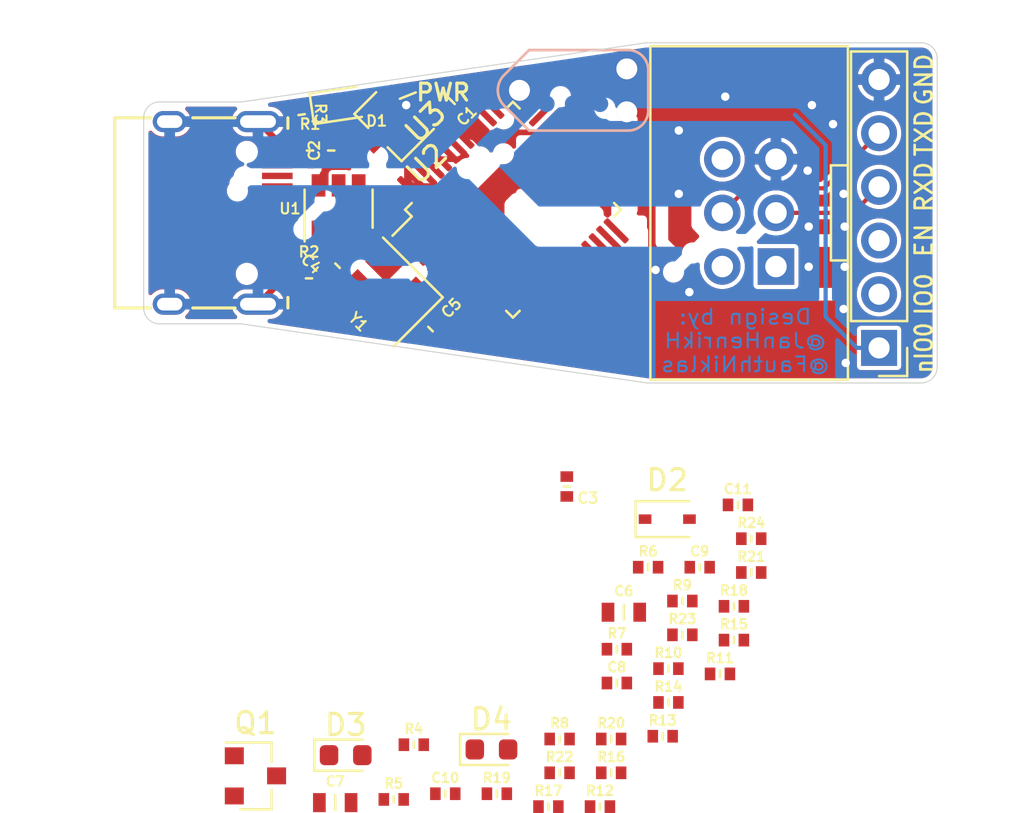
<source format=kicad_pcb>
(kicad_pcb (version 20171130) (host pcbnew 5.1.5-52549c5~84~ubuntu19.10.1)

  (general
    (thickness 1.6)
    (drawings 31)
    (tracks 30)
    (zones 0)
    (modules 48)
    (nets 61)
  )

  (page A4)
  (layers
    (0 F.Cu signal)
    (31 B.Cu signal)
    (32 B.Adhes user)
    (33 F.Adhes user)
    (34 B.Paste user)
    (35 F.Paste user)
    (36 B.SilkS user)
    (37 F.SilkS user hide)
    (38 B.Mask user)
    (39 F.Mask user)
    (40 Dwgs.User user)
    (41 Cmts.User user)
    (42 Eco1.User user)
    (43 Eco2.User user)
    (44 Edge.Cuts user)
    (45 Margin user)
    (46 B.CrtYd user)
    (47 F.CrtYd user)
    (48 B.Fab user hide)
    (49 F.Fab user hide)
  )

  (setup
    (last_trace_width 0.2)
    (user_trace_width 0.2)
    (user_trace_width 0.3)
    (user_trace_width 0.4)
    (trace_clearance 0.2)
    (zone_clearance 0.2)
    (zone_45_only no)
    (trace_min 0.2)
    (via_size 0.6)
    (via_drill 0.4)
    (via_min_size 0.4)
    (via_min_drill 0.3)
    (uvia_size 0.3)
    (uvia_drill 0.1)
    (uvias_allowed no)
    (uvia_min_size 0.2)
    (uvia_min_drill 0.1)
    (edge_width 0.05)
    (segment_width 0.2)
    (pcb_text_width 0.3)
    (pcb_text_size 1.5 1.5)
    (mod_edge_width 0.12)
    (mod_text_size 1 1)
    (mod_text_width 0.15)
    (pad_size 1.524 1.524)
    (pad_drill 0.762)
    (pad_to_mask_clearance 0)
    (aux_axis_origin 0 0)
    (visible_elements FFFFFF7F)
    (pcbplotparams
      (layerselection 0x010fc_ffffffff)
      (usegerberextensions true)
      (usegerberattributes false)
      (usegerberadvancedattributes false)
      (creategerberjobfile false)
      (excludeedgelayer true)
      (linewidth 0.100000)
      (plotframeref false)
      (viasonmask false)
      (mode 1)
      (useauxorigin false)
      (hpglpennumber 1)
      (hpglpenspeed 20)
      (hpglpendiameter 15.000000)
      (psnegative false)
      (psa4output false)
      (plotreference true)
      (plotvalue true)
      (plotinvisibletext false)
      (padsonsilk false)
      (subtractmaskfromsilk false)
      (outputformat 1)
      (mirror false)
      (drillshape 0)
      (scaleselection 1)
      (outputdirectory "gerber/"))
  )

  (net 0 "")
  (net 1 GND)
  (net 2 VBUS)
  (net 3 "Net-(C4-Pad2)")
  (net 4 "Net-(C5-Pad1)")
  (net 5 "Net-(D1-Pad1)")
  (net 6 "Net-(J1-PadB5)")
  (net 7 "Net-(J1-PadA8)")
  (net 8 D+)
  (net 9 D-)
  (net 10 "Net-(J1-PadA5)")
  (net 11 "Net-(J1-PadB8)")
  (net 12 TXD)
  (net 13 RXD)
  (net 14 "Net-(Q1-Pad1)")
  (net 15 "Net-(U1-Pad3)")
  (net 16 "Net-(U1-Pad4)")
  (net 17 +3V3)
  (net 18 STM_NRST)
  (net 19 MCO)
  (net 20 REF)
  (net 21 "Net-(D2-Pad1)")
  (net 22 "Net-(D3-Pad1)")
  (net 23 "Net-(D4-Pad2)")
  (net 24 T_SWO_T)
  (net 25 T_JTCK_T)
  (net 26 T_NRST_T)
  (net 27 T_JTMS_T)
  (net 28 "Net-(P1-Pad6)")
  (net 29 STM_JTCK)
  (net 30 STM_JTMS)
  (net 31 AIN_1)
  (net 32 USB_RENUM)
  (net 33 LED_STLINK)
  (net 34 PWR_EXT)
  (net 35 T_SWDIO_IN)
  (net 36 T_JTMS)
  (net 37 "Net-(R15-Pad1)")
  (net 38 "Net-(R16-Pad1)")
  (net 39 "Net-(R17-Pad1)")
  (net 40 "Net-(R18-Pad2)")
  (net 41 T_JTCK)
  (net 42 T_NRST)
  (net 43 T_SWO)
  (net 44 "Net-(U3-Pad46)")
  (net 45 "Net-(U3-Pad45)")
  (net 46 "Net-(U3-Pad43)")
  (net 47 "Net-(U3-Pad42)")
  (net 48 "Net-(U3-Pad41)")
  (net 49 "Net-(U3-Pad40)")
  (net 50 PWR_EN)
  (net 51 "Net-(U3-Pad22)")
  (net 52 "Net-(U3-Pad21)")
  (net 53 T_JRST)
  (net 54 T_JTDI)
  (net 55 T_JTDO)
  (net 56 "Net-(U3-Pad14)")
  (net 57 STLINK_RX)
  (net 58 STLINK_TX)
  (net 59 "Net-(U3-Pad11)")
  (net 60 "Net-(U3-Pad4)")

  (net_class Default "This is the default net class."
    (clearance 0.2)
    (trace_width 0.2)
    (via_dia 0.6)
    (via_drill 0.4)
    (uvia_dia 0.3)
    (uvia_drill 0.1)
    (diff_pair_width 0.2)
    (diff_pair_gap 0.2)
    (add_net +3V3)
    (add_net AIN_1)
    (add_net D+)
    (add_net D-)
    (add_net GND)
    (add_net LED_STLINK)
    (add_net MCO)
    (add_net "Net-(C4-Pad2)")
    (add_net "Net-(C5-Pad1)")
    (add_net "Net-(D1-Pad1)")
    (add_net "Net-(D2-Pad1)")
    (add_net "Net-(D3-Pad1)")
    (add_net "Net-(D4-Pad2)")
    (add_net "Net-(J1-PadA5)")
    (add_net "Net-(J1-PadA8)")
    (add_net "Net-(J1-PadB5)")
    (add_net "Net-(J1-PadB8)")
    (add_net "Net-(P1-Pad6)")
    (add_net "Net-(Q1-Pad1)")
    (add_net "Net-(R15-Pad1)")
    (add_net "Net-(R16-Pad1)")
    (add_net "Net-(R17-Pad1)")
    (add_net "Net-(R18-Pad2)")
    (add_net "Net-(U1-Pad3)")
    (add_net "Net-(U1-Pad4)")
    (add_net "Net-(U3-Pad11)")
    (add_net "Net-(U3-Pad14)")
    (add_net "Net-(U3-Pad21)")
    (add_net "Net-(U3-Pad22)")
    (add_net "Net-(U3-Pad4)")
    (add_net "Net-(U3-Pad40)")
    (add_net "Net-(U3-Pad41)")
    (add_net "Net-(U3-Pad42)")
    (add_net "Net-(U3-Pad43)")
    (add_net "Net-(U3-Pad45)")
    (add_net "Net-(U3-Pad46)")
    (add_net PWR_EN)
    (add_net PWR_EXT)
    (add_net REF)
    (add_net RXD)
    (add_net STLINK_RX)
    (add_net STLINK_TX)
    (add_net STM_JTCK)
    (add_net STM_JTMS)
    (add_net STM_NRST)
    (add_net TXD)
    (add_net T_JRST)
    (add_net T_JTCK)
    (add_net T_JTCK_T)
    (add_net T_JTDI)
    (add_net T_JTDO)
    (add_net T_JTMS)
    (add_net T_JTMS_T)
    (add_net T_NRST)
    (add_net T_NRST_T)
    (add_net T_SWDIO_IN)
    (add_net T_SWO)
    (add_net T_SWO_T)
    (add_net USB_RENUM)
    (add_net VBUS)
  )

  (module Package_TO_SOT_SMD:SOT-23 (layer F.Cu) (tedit 5A02FF57) (tstamp 5E701D96)
    (at 112.3 95.9 225)
    (descr "SOT-23, Standard")
    (tags SOT-23)
    (path /5E963480)
    (attr smd)
    (fp_text reference U2 (at 0 -2.5 45) (layer F.SilkS)
      (effects (font (size 1 1) (thickness 0.15)))
    )
    (fp_text value MCP1700T-3302E/TT (at 0 2.5 45) (layer F.Fab)
      (effects (font (size 1 1) (thickness 0.15)))
    )
    (fp_line (start 0.76 1.58) (end -0.7 1.58) (layer F.SilkS) (width 0.12))
    (fp_line (start 0.76 -1.58) (end -1.4 -1.58) (layer F.SilkS) (width 0.12))
    (fp_line (start -1.7 1.75) (end -1.7 -1.75) (layer F.CrtYd) (width 0.05))
    (fp_line (start 1.7 1.75) (end -1.7 1.75) (layer F.CrtYd) (width 0.05))
    (fp_line (start 1.7 -1.75) (end 1.7 1.75) (layer F.CrtYd) (width 0.05))
    (fp_line (start -1.7 -1.75) (end 1.7 -1.75) (layer F.CrtYd) (width 0.05))
    (fp_line (start 0.76 -1.58) (end 0.76 -0.65) (layer F.SilkS) (width 0.12))
    (fp_line (start 0.76 1.58) (end 0.76 0.65) (layer F.SilkS) (width 0.12))
    (fp_line (start -0.7 1.52) (end 0.7 1.52) (layer F.Fab) (width 0.1))
    (fp_line (start 0.7 -1.52) (end 0.7 1.52) (layer F.Fab) (width 0.1))
    (fp_line (start -0.7 -0.95) (end -0.15 -1.52) (layer F.Fab) (width 0.1))
    (fp_line (start -0.15 -1.52) (end 0.7 -1.52) (layer F.Fab) (width 0.1))
    (fp_line (start -0.7 -0.95) (end -0.7 1.5) (layer F.Fab) (width 0.1))
    (fp_text user %R (at 0 0 135) (layer F.Fab)
      (effects (font (size 0.5 0.5) (thickness 0.075)))
    )
    (pad 3 smd rect (at 1 0 225) (size 0.9 0.8) (layers F.Cu F.Paste F.Mask)
      (net 2 VBUS))
    (pad 2 smd rect (at -1 0.95 225) (size 0.9 0.8) (layers F.Cu F.Paste F.Mask)
      (net 17 +3V3))
    (pad 1 smd rect (at -1 -0.95 225) (size 0.9 0.8) (layers F.Cu F.Paste F.Mask)
      (net 1 GND))
    (model ${KISYS3DMOD}/Package_TO_SOT_SMD.3dshapes/SOT-23.wrl
      (at (xyz 0 0 0))
      (scale (xyz 1 1 1))
      (rotate (xyz 0 0 0))
    )
  )

  (module Package_QFP:LQFP-48_7x7mm_P0.5mm (layer F.Cu) (tedit 5D9F72AF) (tstamp 5E700D41)
    (at 118.15 99.85 45)
    (descr "LQFP, 48 Pin (https://www.analog.com/media/en/technical-documentation/data-sheets/ltc2358-16.pdf), generated with kicad-footprint-generator ipc_gullwing_generator.py")
    (tags "LQFP QFP")
    (path /5E71D864)
    (attr smd)
    (fp_text reference U3 (at 0 -5.85 45) (layer F.SilkS)
      (effects (font (size 1 1) (thickness 0.15)))
    )
    (fp_text value STM32F103CBTx (at 0 5.85 45) (layer F.Fab)
      (effects (font (size 1 1) (thickness 0.15)))
    )
    (fp_text user %R (at 0 0 45) (layer F.Fab)
      (effects (font (size 1 1) (thickness 0.15)))
    )
    (fp_line (start 5.15 3.15) (end 5.15 0) (layer F.CrtYd) (width 0.05))
    (fp_line (start 3.75 3.15) (end 5.15 3.15) (layer F.CrtYd) (width 0.05))
    (fp_line (start 3.75 3.75) (end 3.75 3.15) (layer F.CrtYd) (width 0.05))
    (fp_line (start 3.15 3.75) (end 3.75 3.75) (layer F.CrtYd) (width 0.05))
    (fp_line (start 3.15 5.15) (end 3.15 3.75) (layer F.CrtYd) (width 0.05))
    (fp_line (start 0 5.15) (end 3.15 5.15) (layer F.CrtYd) (width 0.05))
    (fp_line (start -5.15 3.15) (end -5.15 0) (layer F.CrtYd) (width 0.05))
    (fp_line (start -3.75 3.15) (end -5.15 3.15) (layer F.CrtYd) (width 0.05))
    (fp_line (start -3.75 3.75) (end -3.75 3.15) (layer F.CrtYd) (width 0.05))
    (fp_line (start -3.15 3.75) (end -3.75 3.75) (layer F.CrtYd) (width 0.05))
    (fp_line (start -3.15 5.15) (end -3.15 3.75) (layer F.CrtYd) (width 0.05))
    (fp_line (start 0 5.15) (end -3.15 5.15) (layer F.CrtYd) (width 0.05))
    (fp_line (start 5.15 -3.15) (end 5.15 0) (layer F.CrtYd) (width 0.05))
    (fp_line (start 3.75 -3.15) (end 5.15 -3.15) (layer F.CrtYd) (width 0.05))
    (fp_line (start 3.75 -3.75) (end 3.75 -3.15) (layer F.CrtYd) (width 0.05))
    (fp_line (start 3.15 -3.75) (end 3.75 -3.75) (layer F.CrtYd) (width 0.05))
    (fp_line (start 3.15 -5.15) (end 3.15 -3.75) (layer F.CrtYd) (width 0.05))
    (fp_line (start 0 -5.15) (end 3.15 -5.15) (layer F.CrtYd) (width 0.05))
    (fp_line (start -5.15 -3.15) (end -5.15 0) (layer F.CrtYd) (width 0.05))
    (fp_line (start -3.75 -3.15) (end -5.15 -3.15) (layer F.CrtYd) (width 0.05))
    (fp_line (start -3.75 -3.75) (end -3.75 -3.15) (layer F.CrtYd) (width 0.05))
    (fp_line (start -3.15 -3.75) (end -3.75 -3.75) (layer F.CrtYd) (width 0.05))
    (fp_line (start -3.15 -5.15) (end -3.15 -3.75) (layer F.CrtYd) (width 0.05))
    (fp_line (start 0 -5.15) (end -3.15 -5.15) (layer F.CrtYd) (width 0.05))
    (fp_line (start -3.5 -2.5) (end -2.5 -3.5) (layer F.Fab) (width 0.1))
    (fp_line (start -3.5 3.5) (end -3.5 -2.5) (layer F.Fab) (width 0.1))
    (fp_line (start 3.5 3.5) (end -3.5 3.5) (layer F.Fab) (width 0.1))
    (fp_line (start 3.5 -3.5) (end 3.5 3.5) (layer F.Fab) (width 0.1))
    (fp_line (start -2.5 -3.5) (end 3.5 -3.5) (layer F.Fab) (width 0.1))
    (fp_line (start -3.61 -3.16) (end -4.9 -3.16) (layer F.SilkS) (width 0.12))
    (fp_line (start -3.61 -3.61) (end -3.61 -3.16) (layer F.SilkS) (width 0.12))
    (fp_line (start -3.16 -3.61) (end -3.61 -3.61) (layer F.SilkS) (width 0.12))
    (fp_line (start 3.61 -3.61) (end 3.61 -3.16) (layer F.SilkS) (width 0.12))
    (fp_line (start 3.16 -3.61) (end 3.61 -3.61) (layer F.SilkS) (width 0.12))
    (fp_line (start -3.61 3.61) (end -3.61 3.16) (layer F.SilkS) (width 0.12))
    (fp_line (start -3.16 3.61) (end -3.61 3.61) (layer F.SilkS) (width 0.12))
    (fp_line (start 3.61 3.61) (end 3.61 3.16) (layer F.SilkS) (width 0.12))
    (fp_line (start 3.16 3.61) (end 3.61 3.61) (layer F.SilkS) (width 0.12))
    (pad 48 smd roundrect (at -2.75 -4.1625 45) (size 0.3 1.475) (layers F.Cu F.Paste F.Mask) (roundrect_rratio 0.25)
      (net 17 +3V3))
    (pad 47 smd roundrect (at -2.25 -4.1625 45) (size 0.3 1.475) (layers F.Cu F.Paste F.Mask) (roundrect_rratio 0.25)
      (net 1 GND))
    (pad 46 smd roundrect (at -1.75 -4.1625 45) (size 0.3 1.475) (layers F.Cu F.Paste F.Mask) (roundrect_rratio 0.25)
      (net 44 "Net-(U3-Pad46)"))
    (pad 45 smd roundrect (at -1.25 -4.1625 45) (size 0.3 1.475) (layers F.Cu F.Paste F.Mask) (roundrect_rratio 0.25)
      (net 45 "Net-(U3-Pad45)"))
    (pad 44 smd roundrect (at -0.75 -4.1625 45) (size 0.3 1.475) (layers F.Cu F.Paste F.Mask) (roundrect_rratio 0.25)
      (net 39 "Net-(R17-Pad1)"))
    (pad 43 smd roundrect (at -0.25 -4.1625 45) (size 0.3 1.475) (layers F.Cu F.Paste F.Mask) (roundrect_rratio 0.25)
      (net 46 "Net-(U3-Pad43)"))
    (pad 42 smd roundrect (at 0.25 -4.1625 45) (size 0.3 1.475) (layers F.Cu F.Paste F.Mask) (roundrect_rratio 0.25)
      (net 47 "Net-(U3-Pad42)"))
    (pad 41 smd roundrect (at 0.75 -4.1625 45) (size 0.3 1.475) (layers F.Cu F.Paste F.Mask) (roundrect_rratio 0.25)
      (net 48 "Net-(U3-Pad41)"))
    (pad 40 smd roundrect (at 1.25 -4.1625 45) (size 0.3 1.475) (layers F.Cu F.Paste F.Mask) (roundrect_rratio 0.25)
      (net 49 "Net-(U3-Pad40)"))
    (pad 39 smd roundrect (at 1.75 -4.1625 45) (size 0.3 1.475) (layers F.Cu F.Paste F.Mask) (roundrect_rratio 0.25)
      (net 34 PWR_EXT))
    (pad 38 smd roundrect (at 2.25 -4.1625 45) (size 0.3 1.475) (layers F.Cu F.Paste F.Mask) (roundrect_rratio 0.25)
      (net 32 USB_RENUM))
    (pad 37 smd roundrect (at 2.75 -4.1625 45) (size 0.3 1.475) (layers F.Cu F.Paste F.Mask) (roundrect_rratio 0.25)
      (net 29 STM_JTCK))
    (pad 36 smd roundrect (at 4.1625 -2.75 45) (size 1.475 0.3) (layers F.Cu F.Paste F.Mask) (roundrect_rratio 0.25)
      (net 17 +3V3))
    (pad 35 smd roundrect (at 4.1625 -2.25 45) (size 1.475 0.3) (layers F.Cu F.Paste F.Mask) (roundrect_rratio 0.25)
      (net 1 GND))
    (pad 34 smd roundrect (at 4.1625 -1.75 45) (size 1.475 0.3) (layers F.Cu F.Paste F.Mask) (roundrect_rratio 0.25)
      (net 30 STM_JTMS))
    (pad 33 smd roundrect (at 4.1625 -1.25 45) (size 1.475 0.3) (layers F.Cu F.Paste F.Mask) (roundrect_rratio 0.25)
      (net 8 D+))
    (pad 32 smd roundrect (at 4.1625 -0.75 45) (size 1.475 0.3) (layers F.Cu F.Paste F.Mask) (roundrect_rratio 0.25)
      (net 9 D-))
    (pad 31 smd roundrect (at 4.1625 -0.25 45) (size 1.475 0.3) (layers F.Cu F.Paste F.Mask) (roundrect_rratio 0.25)
      (net 43 T_SWO))
    (pad 30 smd roundrect (at 4.1625 0.25 45) (size 1.475 0.3) (layers F.Cu F.Paste F.Mask) (roundrect_rratio 0.25)
      (net 33 LED_STLINK))
    (pad 29 smd roundrect (at 4.1625 0.75 45) (size 1.475 0.3) (layers F.Cu F.Paste F.Mask) (roundrect_rratio 0.25)
      (net 40 "Net-(R18-Pad2)"))
    (pad 28 smd roundrect (at 4.1625 1.25 45) (size 1.475 0.3) (layers F.Cu F.Paste F.Mask) (roundrect_rratio 0.25)
      (net 50 PWR_EN))
    (pad 27 smd roundrect (at 4.1625 1.75 45) (size 1.475 0.3) (layers F.Cu F.Paste F.Mask) (roundrect_rratio 0.25)
      (net 36 T_JTMS))
    (pad 26 smd roundrect (at 4.1625 2.25 45) (size 1.475 0.3) (layers F.Cu F.Paste F.Mask) (roundrect_rratio 0.25)
      (net 41 T_JTCK))
    (pad 25 smd roundrect (at 4.1625 2.75 45) (size 1.475 0.3) (layers F.Cu F.Paste F.Mask) (roundrect_rratio 0.25)
      (net 35 T_SWDIO_IN))
    (pad 24 smd roundrect (at 2.75 4.1625 45) (size 0.3 1.475) (layers F.Cu F.Paste F.Mask) (roundrect_rratio 0.25)
      (net 17 +3V3))
    (pad 23 smd roundrect (at 2.25 4.1625 45) (size 0.3 1.475) (layers F.Cu F.Paste F.Mask) (roundrect_rratio 0.25)
      (net 1 GND))
    (pad 22 smd roundrect (at 1.75 4.1625 45) (size 0.3 1.475) (layers F.Cu F.Paste F.Mask) (roundrect_rratio 0.25)
      (net 51 "Net-(U3-Pad22)"))
    (pad 21 smd roundrect (at 1.25 4.1625 45) (size 0.3 1.475) (layers F.Cu F.Paste F.Mask) (roundrect_rratio 0.25)
      (net 52 "Net-(U3-Pad21)"))
    (pad 20 smd roundrect (at 0.75 4.1625 45) (size 0.3 1.475) (layers F.Cu F.Paste F.Mask) (roundrect_rratio 0.25)
      (net 1 GND))
    (pad 19 smd roundrect (at 0.25 4.1625 45) (size 0.3 1.475) (layers F.Cu F.Paste F.Mask) (roundrect_rratio 0.25)
      (net 53 T_JRST))
    (pad 18 smd roundrect (at -0.25 4.1625 45) (size 0.3 1.475) (layers F.Cu F.Paste F.Mask) (roundrect_rratio 0.25)
      (net 42 T_NRST))
    (pad 17 smd roundrect (at -0.75 4.1625 45) (size 0.3 1.475) (layers F.Cu F.Paste F.Mask) (roundrect_rratio 0.25)
      (net 54 T_JTDI))
    (pad 16 smd roundrect (at -1.25 4.1625 45) (size 0.3 1.475) (layers F.Cu F.Paste F.Mask) (roundrect_rratio 0.25)
      (net 55 T_JTDO))
    (pad 15 smd roundrect (at -1.75 4.1625 45) (size 0.3 1.475) (layers F.Cu F.Paste F.Mask) (roundrect_rratio 0.25)
      (net 41 T_JTCK))
    (pad 14 smd roundrect (at -2.25 4.1625 45) (size 0.3 1.475) (layers F.Cu F.Paste F.Mask) (roundrect_rratio 0.25)
      (net 56 "Net-(U3-Pad14)"))
    (pad 13 smd roundrect (at -2.75 4.1625 45) (size 0.3 1.475) (layers F.Cu F.Paste F.Mask) (roundrect_rratio 0.25)
      (net 57 STLINK_RX))
    (pad 12 smd roundrect (at -4.1625 2.75 45) (size 1.475 0.3) (layers F.Cu F.Paste F.Mask) (roundrect_rratio 0.25)
      (net 58 STLINK_TX))
    (pad 11 smd roundrect (at -4.1625 2.25 45) (size 1.475 0.3) (layers F.Cu F.Paste F.Mask) (roundrect_rratio 0.25)
      (net 59 "Net-(U3-Pad11)"))
    (pad 10 smd roundrect (at -4.1625 1.75 45) (size 1.475 0.3) (layers F.Cu F.Paste F.Mask) (roundrect_rratio 0.25)
      (net 31 AIN_1))
    (pad 9 smd roundrect (at -4.1625 1.25 45) (size 1.475 0.3) (layers F.Cu F.Paste F.Mask) (roundrect_rratio 0.25)
      (net 17 +3V3))
    (pad 8 smd roundrect (at -4.1625 0.75 45) (size 1.475 0.3) (layers F.Cu F.Paste F.Mask) (roundrect_rratio 0.25)
      (net 1 GND))
    (pad 7 smd roundrect (at -4.1625 0.25 45) (size 1.475 0.3) (layers F.Cu F.Paste F.Mask) (roundrect_rratio 0.25)
      (net 18 STM_NRST))
    (pad 6 smd roundrect (at -4.1625 -0.25 45) (size 1.475 0.3) (layers F.Cu F.Paste F.Mask) (roundrect_rratio 0.25)
      (net 4 "Net-(C5-Pad1)"))
    (pad 5 smd roundrect (at -4.1625 -0.75 45) (size 1.475 0.3) (layers F.Cu F.Paste F.Mask) (roundrect_rratio 0.25)
      (net 3 "Net-(C4-Pad2)"))
    (pad 4 smd roundrect (at -4.1625 -1.25 45) (size 1.475 0.3) (layers F.Cu F.Paste F.Mask) (roundrect_rratio 0.25)
      (net 60 "Net-(U3-Pad4)"))
    (pad 3 smd roundrect (at -4.1625 -1.75 45) (size 1.475 0.3) (layers F.Cu F.Paste F.Mask) (roundrect_rratio 0.25)
      (net 38 "Net-(R16-Pad1)"))
    (pad 2 smd roundrect (at -4.1625 -2.25 45) (size 1.475 0.3) (layers F.Cu F.Paste F.Mask) (roundrect_rratio 0.25)
      (net 37 "Net-(R15-Pad1)"))
    (pad 1 smd roundrect (at -4.1625 -2.75 45) (size 1.475 0.3) (layers F.Cu F.Paste F.Mask) (roundrect_rratio 0.25)
      (net 17 +3V3))
    (model ${KISYS3DMOD}/Package_QFP.3dshapes/LQFP-48_7x7mm_P0.5mm.wrl
      (at (xyz 0 0 0))
      (scale (xyz 1 1 1))
      (rotate (xyz 0 0 0))
    )
  )

  (module otter:R_0402 (layer F.Cu) (tedit 5E580E9C) (tstamp 5E700CA4)
    (at 129.43 115.42)
    (descr "Resistor 0402")
    (tags "R Resistor 0805")
    (path /5E903D15)
    (attr smd)
    (fp_text reference R24 (at 0 -0.75) (layer F.SilkS)
      (effects (font (size 0.45 0.45) (thickness 0.1)))
    )
    (fp_text value 22 (at 0 -1.325) (layer F.Fab) hide
      (effects (font (size 1 1) (thickness 0.15)))
    )
    (fp_line (start 0 0.15) (end 0 -0.15) (layer F.SilkS) (width 0.12))
    (pad 2 smd rect (at 0.47 0) (size 0.5 0.6) (layers F.Cu F.Paste F.Mask)
      (net 24 T_SWO_T))
    (pad 1 smd rect (at -0.47 0) (size 0.5 0.6) (layers F.Cu F.Paste F.Mask)
      (net 43 T_SWO))
    (model ${KISYS3DMOD}/Resistor_SMD.3dshapes/R_0402_1005Metric.step
      (at (xyz 0 0 0))
      (scale (xyz 1 1 1))
      (rotate (xyz 0 0 0))
    )
  )

  (module otter:R_0402 (layer F.Cu) (tedit 5E580E9C) (tstamp 5E700C9D)
    (at 126.17 119.97)
    (descr "Resistor 0402")
    (tags "R Resistor 0805")
    (path /5E90222E)
    (attr smd)
    (fp_text reference R23 (at 0 -0.75) (layer F.SilkS)
      (effects (font (size 0.45 0.45) (thickness 0.1)))
    )
    (fp_text value 22 (at 0 -1.325) (layer F.Fab) hide
      (effects (font (size 1 1) (thickness 0.15)))
    )
    (fp_line (start 0 0.15) (end 0 -0.15) (layer F.SilkS) (width 0.12))
    (pad 2 smd rect (at 0.47 0) (size 0.5 0.6) (layers F.Cu F.Paste F.Mask)
      (net 26 T_NRST_T))
    (pad 1 smd rect (at -0.47 0) (size 0.5 0.6) (layers F.Cu F.Paste F.Mask)
      (net 42 T_NRST))
    (model ${KISYS3DMOD}/Resistor_SMD.3dshapes/R_0402_1005Metric.step
      (at (xyz 0 0 0))
      (scale (xyz 1 1 1))
      (rotate (xyz 0 0 0))
    )
  )

  (module otter:R_0402 (layer F.Cu) (tedit 5E580E9C) (tstamp 5E700C96)
    (at 120.36 126.5)
    (descr "Resistor 0402")
    (tags "R Resistor 0805")
    (path /5E8FE346)
    (attr smd)
    (fp_text reference R22 (at 0 -0.75) (layer F.SilkS)
      (effects (font (size 0.45 0.45) (thickness 0.1)))
    )
    (fp_text value 22 (at 0 -1.325) (layer F.Fab) hide
      (effects (font (size 1 1) (thickness 0.15)))
    )
    (fp_line (start 0 0.15) (end 0 -0.15) (layer F.SilkS) (width 0.12))
    (pad 2 smd rect (at 0.47 0) (size 0.5 0.6) (layers F.Cu F.Paste F.Mask)
      (net 27 T_JTMS_T))
    (pad 1 smd rect (at -0.47 0) (size 0.5 0.6) (layers F.Cu F.Paste F.Mask)
      (net 36 T_JTMS))
    (model ${KISYS3DMOD}/Resistor_SMD.3dshapes/R_0402_1005Metric.step
      (at (xyz 0 0 0))
      (scale (xyz 1 1 1))
      (rotate (xyz 0 0 0))
    )
  )

  (module otter:R_0402 (layer F.Cu) (tedit 5E580E9C) (tstamp 5E700C8F)
    (at 129.43 117.02)
    (descr "Resistor 0402")
    (tags "R Resistor 0805")
    (path /5E9006FA)
    (attr smd)
    (fp_text reference R21 (at 0 -0.75) (layer F.SilkS)
      (effects (font (size 0.45 0.45) (thickness 0.1)))
    )
    (fp_text value 22 (at 0 -1.325) (layer F.Fab) hide
      (effects (font (size 1 1) (thickness 0.15)))
    )
    (fp_line (start 0 0.15) (end 0 -0.15) (layer F.SilkS) (width 0.12))
    (pad 2 smd rect (at 0.47 0) (size 0.5 0.6) (layers F.Cu F.Paste F.Mask)
      (net 25 T_JTCK_T))
    (pad 1 smd rect (at -0.47 0) (size 0.5 0.6) (layers F.Cu F.Paste F.Mask)
      (net 41 T_JTCK))
    (model ${KISYS3DMOD}/Resistor_SMD.3dshapes/R_0402_1005Metric.step
      (at (xyz 0 0 0))
      (scale (xyz 1 1 1))
      (rotate (xyz 0 0 0))
    )
  )

  (module otter:R_0402 (layer F.Cu) (tedit 5E580E9C) (tstamp 5E700C88)
    (at 122.8 124.9)
    (descr "Resistor 0402")
    (tags "R Resistor 0805")
    (path /5E7BA5A7)
    (attr smd)
    (fp_text reference R20 (at 0 -0.75) (layer F.SilkS)
      (effects (font (size 0.45 0.45) (thickness 0.1)))
    )
    (fp_text value 5k1 (at 0 -1.325) (layer F.Fab) hide
      (effects (font (size 1 1) (thickness 0.15)))
    )
    (fp_line (start 0 0.15) (end 0 -0.15) (layer F.SilkS) (width 0.12))
    (pad 2 smd rect (at 0.47 0) (size 0.5 0.6) (layers F.Cu F.Paste F.Mask)
      (net 1 GND))
    (pad 1 smd rect (at -0.47 0) (size 0.5 0.6) (layers F.Cu F.Paste F.Mask)
      (net 31 AIN_1))
    (model ${KISYS3DMOD}/Resistor_SMD.3dshapes/R_0402_1005Metric.step
      (at (xyz 0 0 0))
      (scale (xyz 1 1 1))
      (rotate (xyz 0 0 0))
    )
  )

  (module otter:R_0402 (layer F.Cu) (tedit 5E580E9C) (tstamp 5E700C81)
    (at 117.39 127.49)
    (descr "Resistor 0402")
    (tags "R Resistor 0805")
    (path /5E7B8FC7)
    (attr smd)
    (fp_text reference R19 (at 0 -0.75) (layer F.SilkS)
      (effects (font (size 0.45 0.45) (thickness 0.1)))
    )
    (fp_text value 5k1 (at 0 -1.325) (layer F.Fab) hide
      (effects (font (size 1 1) (thickness 0.15)))
    )
    (fp_line (start 0 0.15) (end 0 -0.15) (layer F.SilkS) (width 0.12))
    (pad 2 smd rect (at 0.47 0) (size 0.5 0.6) (layers F.Cu F.Paste F.Mask)
      (net 31 AIN_1))
    (pad 1 smd rect (at -0.47 0) (size 0.5 0.6) (layers F.Cu F.Paste F.Mask)
      (net 17 +3V3))
    (model ${KISYS3DMOD}/Resistor_SMD.3dshapes/R_0402_1005Metric.step
      (at (xyz 0 0 0))
      (scale (xyz 1 1 1))
      (rotate (xyz 0 0 0))
    )
  )

  (module otter:R_0402 (layer F.Cu) (tedit 5E580E9C) (tstamp 5E700C7A)
    (at 128.61 118.62)
    (descr "Resistor 0402")
    (tags "R Resistor 0805")
    (path /5E7E756F)
    (attr smd)
    (fp_text reference R18 (at 0 -0.75) (layer F.SilkS)
      (effects (font (size 0.45 0.45) (thickness 0.1)))
    )
    (fp_text value 100 (at 0 -1.325) (layer F.Fab) hide
      (effects (font (size 1 1) (thickness 0.15)))
    )
    (fp_line (start 0 0.15) (end 0 -0.15) (layer F.SilkS) (width 0.12))
    (pad 2 smd rect (at 0.47 0) (size 0.5 0.6) (layers F.Cu F.Paste F.Mask)
      (net 40 "Net-(R18-Pad2)"))
    (pad 1 smd rect (at -0.47 0) (size 0.5 0.6) (layers F.Cu F.Paste F.Mask)
      (net 19 MCO))
    (model ${KISYS3DMOD}/Resistor_SMD.3dshapes/R_0402_1005Metric.step
      (at (xyz 0 0 0))
      (scale (xyz 1 1 1))
      (rotate (xyz 0 0 0))
    )
  )

  (module otter:R_0402 (layer F.Cu) (tedit 5E580E9C) (tstamp 5E700C73)
    (at 119.83 128.1)
    (descr "Resistor 0402")
    (tags "R Resistor 0805")
    (path /5E81678F)
    (attr smd)
    (fp_text reference R17 (at 0 -0.75) (layer F.SilkS)
      (effects (font (size 0.45 0.45) (thickness 0.1)))
    )
    (fp_text value 5k1 (at 0 -1.325) (layer F.Fab) hide
      (effects (font (size 1 1) (thickness 0.15)))
    )
    (fp_line (start 0 0.15) (end 0 -0.15) (layer F.SilkS) (width 0.12))
    (pad 2 smd rect (at 0.47 0) (size 0.5 0.6) (layers F.Cu F.Paste F.Mask)
      (net 1 GND))
    (pad 1 smd rect (at -0.47 0) (size 0.5 0.6) (layers F.Cu F.Paste F.Mask)
      (net 39 "Net-(R17-Pad1)"))
    (model ${KISYS3DMOD}/Resistor_SMD.3dshapes/R_0402_1005Metric.step
      (at (xyz 0 0 0))
      (scale (xyz 1 1 1))
      (rotate (xyz 0 0 0))
    )
  )

  (module otter:R_0402 (layer F.Cu) (tedit 5E580E9C) (tstamp 5E700C6C)
    (at 122.8 126.5)
    (descr "Resistor 0402")
    (tags "R Resistor 0805")
    (path /5E74246B)
    (attr smd)
    (fp_text reference R16 (at 0 -0.75) (layer F.SilkS)
      (effects (font (size 0.45 0.45) (thickness 0.1)))
    )
    (fp_text value 5k1 (at 0 -1.325) (layer F.Fab) hide
      (effects (font (size 1 1) (thickness 0.15)))
    )
    (fp_line (start 0 0.15) (end 0 -0.15) (layer F.SilkS) (width 0.12))
    (pad 2 smd rect (at 0.47 0) (size 0.5 0.6) (layers F.Cu F.Paste F.Mask)
      (net 1 GND))
    (pad 1 smd rect (at -0.47 0) (size 0.5 0.6) (layers F.Cu F.Paste F.Mask)
      (net 38 "Net-(R16-Pad1)"))
    (model ${KISYS3DMOD}/Resistor_SMD.3dshapes/R_0402_1005Metric.step
      (at (xyz 0 0 0))
      (scale (xyz 1 1 1))
      (rotate (xyz 0 0 0))
    )
  )

  (module otter:R_0402 (layer F.Cu) (tedit 5E580E9C) (tstamp 5E700C65)
    (at 128.61 120.22)
    (descr "Resistor 0402")
    (tags "R Resistor 0805")
    (path /5E7416CD)
    (attr smd)
    (fp_text reference R15 (at 0 -0.75) (layer F.SilkS)
      (effects (font (size 0.45 0.45) (thickness 0.1)))
    )
    (fp_text value 5k1 (at 0 -1.325) (layer F.Fab) hide
      (effects (font (size 1 1) (thickness 0.15)))
    )
    (fp_line (start 0 0.15) (end 0 -0.15) (layer F.SilkS) (width 0.12))
    (pad 2 smd rect (at 0.47 0) (size 0.5 0.6) (layers F.Cu F.Paste F.Mask)
      (net 1 GND))
    (pad 1 smd rect (at -0.47 0) (size 0.5 0.6) (layers F.Cu F.Paste F.Mask)
      (net 37 "Net-(R15-Pad1)"))
    (model ${KISYS3DMOD}/Resistor_SMD.3dshapes/R_0402_1005Metric.step
      (at (xyz 0 0 0))
      (scale (xyz 1 1 1))
      (rotate (xyz 0 0 0))
    )
  )

  (module otter:R_0402 (layer F.Cu) (tedit 5E580E9C) (tstamp 5E700C5E)
    (at 125.51 123.17)
    (descr "Resistor 0402")
    (tags "R Resistor 0805")
    (path /5E79CEC8)
    (attr smd)
    (fp_text reference R14 (at 0 -0.75) (layer F.SilkS)
      (effects (font (size 0.45 0.45) (thickness 0.1)))
    )
    (fp_text value 5k1 (at 0 -1.325) (layer F.Fab) hide
      (effects (font (size 1 1) (thickness 0.15)))
    )
    (fp_line (start 0 0.15) (end 0 -0.15) (layer F.SilkS) (width 0.12))
    (pad 2 smd rect (at 0.47 0) (size 0.5 0.6) (layers F.Cu F.Paste F.Mask)
      (net 18 STM_NRST))
    (pad 1 smd rect (at -0.47 0) (size 0.5 0.6) (layers F.Cu F.Paste F.Mask)
      (net 17 +3V3))
    (model ${KISYS3DMOD}/Resistor_SMD.3dshapes/R_0402_1005Metric.step
      (at (xyz 0 0 0))
      (scale (xyz 1 1 1))
      (rotate (xyz 0 0 0))
    )
  )

  (module otter:R_0402 (layer F.Cu) (tedit 5E580E9C) (tstamp 5E700C57)
    (at 125.24 124.77)
    (descr "Resistor 0402")
    (tags "R Resistor 0805")
    (path /5E7DB4C2)
    (attr smd)
    (fp_text reference R13 (at 0 -0.75) (layer F.SilkS)
      (effects (font (size 0.45 0.45) (thickness 0.1)))
    )
    (fp_text value 100 (at 0 -1.325) (layer F.Fab) hide
      (effects (font (size 1 1) (thickness 0.15)))
    )
    (fp_line (start 0 0.15) (end 0 -0.15) (layer F.SilkS) (width 0.12))
    (pad 2 smd rect (at 0.47 0) (size 0.5 0.6) (layers F.Cu F.Paste F.Mask)
      (net 35 T_SWDIO_IN))
    (pad 1 smd rect (at -0.47 0) (size 0.5 0.6) (layers F.Cu F.Paste F.Mask)
      (net 36 T_JTMS))
    (model ${KISYS3DMOD}/Resistor_SMD.3dshapes/R_0402_1005Metric.step
      (at (xyz 0 0 0))
      (scale (xyz 1 1 1))
      (rotate (xyz 0 0 0))
    )
  )

  (module otter:R_0402 (layer F.Cu) (tedit 5E580E9C) (tstamp 5E700C50)
    (at 122.27 128.1)
    (descr "Resistor 0402")
    (tags "R Resistor 0805")
    (path /5E801292)
    (attr smd)
    (fp_text reference R12 (at 0 -0.75) (layer F.SilkS)
      (effects (font (size 0.45 0.45) (thickness 0.1)))
    )
    (fp_text value 5k1 (at 0 -1.325) (layer F.Fab) hide
      (effects (font (size 1 1) (thickness 0.15)))
    )
    (fp_line (start 0 0.15) (end 0 -0.15) (layer F.SilkS) (width 0.12))
    (pad 2 smd rect (at 0.47 0) (size 0.5 0.6) (layers F.Cu F.Paste F.Mask)
      (net 1 GND))
    (pad 1 smd rect (at -0.47 0) (size 0.5 0.6) (layers F.Cu F.Paste F.Mask)
      (net 34 PWR_EXT))
    (model ${KISYS3DMOD}/Resistor_SMD.3dshapes/R_0402_1005Metric.step
      (at (xyz 0 0 0))
      (scale (xyz 1 1 1))
      (rotate (xyz 0 0 0))
    )
  )

  (module otter:R_0402 (layer F.Cu) (tedit 5E580E9C) (tstamp 5E700C49)
    (at 127.95 121.82)
    (descr "Resistor 0402")
    (tags "R Resistor 0805")
    (path /5E7FF73C)
    (attr smd)
    (fp_text reference R11 (at 0 -0.75) (layer F.SilkS)
      (effects (font (size 0.45 0.45) (thickness 0.1)))
    )
    (fp_text value 3k3 (at 0 -1.325) (layer F.Fab) hide
      (effects (font (size 1 1) (thickness 0.15)))
    )
    (fp_line (start 0 0.15) (end 0 -0.15) (layer F.SilkS) (width 0.12))
    (pad 2 smd rect (at 0.47 0) (size 0.5 0.6) (layers F.Cu F.Paste F.Mask)
      (net 34 PWR_EXT))
    (pad 1 smd rect (at -0.47 0) (size 0.5 0.6) (layers F.Cu F.Paste F.Mask)
      (net 2 VBUS))
    (model ${KISYS3DMOD}/Resistor_SMD.3dshapes/R_0402_1005Metric.step
      (at (xyz 0 0 0))
      (scale (xyz 1 1 1))
      (rotate (xyz 0 0 0))
    )
  )

  (module otter:R_0402 (layer F.Cu) (tedit 5E580E9C) (tstamp 5E700C42)
    (at 125.51 121.57)
    (descr "Resistor 0402")
    (tags "R Resistor 0805")
    (path /5E8367B2)
    (attr smd)
    (fp_text reference R10 (at 0 -0.75) (layer F.SilkS)
      (effects (font (size 0.45 0.45) (thickness 0.1)))
    )
    (fp_text value 100 (at 0 -1.325) (layer F.Fab) hide
      (effects (font (size 1 1) (thickness 0.15)))
    )
    (fp_line (start 0 0.15) (end 0 -0.15) (layer F.SilkS) (width 0.12))
    (pad 2 smd rect (at 0.47 0) (size 0.5 0.6) (layers F.Cu F.Paste F.Mask)
      (net 23 "Net-(D4-Pad2)"))
    (pad 1 smd rect (at -0.47 0) (size 0.5 0.6) (layers F.Cu F.Paste F.Mask)
      (net 33 LED_STLINK))
    (model ${KISYS3DMOD}/Resistor_SMD.3dshapes/R_0402_1005Metric.step
      (at (xyz 0 0 0))
      (scale (xyz 1 1 1))
      (rotate (xyz 0 0 0))
    )
  )

  (module otter:R_0402 (layer F.Cu) (tedit 5E580E9C) (tstamp 5E700C3B)
    (at 126.17 118.37)
    (descr "Resistor 0402")
    (tags "R Resistor 0805")
    (path /5E838BCE)
    (attr smd)
    (fp_text reference R9 (at 0 -0.75) (layer F.SilkS)
      (effects (font (size 0.45 0.45) (thickness 0.1)))
    )
    (fp_text value 100 (at 0 -1.325) (layer F.Fab) hide
      (effects (font (size 1 1) (thickness 0.15)))
    )
    (fp_line (start 0 0.15) (end 0 -0.15) (layer F.SilkS) (width 0.12))
    (pad 2 smd rect (at 0.47 0) (size 0.5 0.6) (layers F.Cu F.Paste F.Mask)
      (net 33 LED_STLINK))
    (pad 1 smd rect (at -0.47 0) (size 0.5 0.6) (layers F.Cu F.Paste F.Mask)
      (net 22 "Net-(D3-Pad1)"))
    (model ${KISYS3DMOD}/Resistor_SMD.3dshapes/R_0402_1005Metric.step
      (at (xyz 0 0 0))
      (scale (xyz 1 1 1))
      (rotate (xyz 0 0 0))
    )
  )

  (module otter:R_0402 (layer F.Cu) (tedit 5E580E9C) (tstamp 5E700C34)
    (at 120.36 124.9)
    (descr "Resistor 0402")
    (tags "R Resistor 0805")
    (path /5E87543F)
    (attr smd)
    (fp_text reference R8 (at 0 -0.75) (layer F.SilkS)
      (effects (font (size 0.45 0.45) (thickness 0.1)))
    )
    (fp_text value 36k (at 0 -1.325) (layer F.Fab) hide
      (effects (font (size 1 1) (thickness 0.15)))
    )
    (fp_line (start 0 0.15) (end 0 -0.15) (layer F.SilkS) (width 0.12))
    (pad 2 smd rect (at 0.47 0) (size 0.5 0.6) (layers F.Cu F.Paste F.Mask)
      (net 14 "Net-(Q1-Pad1)"))
    (pad 1 smd rect (at -0.47 0) (size 0.5 0.6) (layers F.Cu F.Paste F.Mask)
      (net 1 GND))
    (model ${KISYS3DMOD}/Resistor_SMD.3dshapes/R_0402_1005Metric.step
      (at (xyz 0 0 0))
      (scale (xyz 1 1 1))
      (rotate (xyz 0 0 0))
    )
  )

  (module otter:R_0402 (layer F.Cu) (tedit 5E580E9C) (tstamp 5E700C2D)
    (at 123.07 120.65)
    (descr "Resistor 0402")
    (tags "R Resistor 0805")
    (path /5E873E28)
    (attr smd)
    (fp_text reference R7 (at 0 -0.75) (layer F.SilkS)
      (effects (font (size 0.45 0.45) (thickness 0.1)))
    )
    (fp_text value 10k (at 0 -1.325) (layer F.Fab) hide
      (effects (font (size 1 1) (thickness 0.15)))
    )
    (fp_line (start 0 0.15) (end 0 -0.15) (layer F.SilkS) (width 0.12))
    (pad 2 smd rect (at 0.47 0) (size 0.5 0.6) (layers F.Cu F.Paste F.Mask)
      (net 2 VBUS))
    (pad 1 smd rect (at -0.47 0) (size 0.5 0.6) (layers F.Cu F.Paste F.Mask)
      (net 14 "Net-(Q1-Pad1)"))
    (model ${KISYS3DMOD}/Resistor_SMD.3dshapes/R_0402_1005Metric.step
      (at (xyz 0 0 0))
      (scale (xyz 1 1 1))
      (rotate (xyz 0 0 0))
    )
  )

  (module otter:R_0402 (layer F.Cu) (tedit 5E580E9C) (tstamp 5E700C26)
    (at 124.55 116.77)
    (descr "Resistor 0402")
    (tags "R Resistor 0805")
    (path /5E868219)
    (attr smd)
    (fp_text reference R6 (at 0 -0.75) (layer F.SilkS)
      (effects (font (size 0.45 0.45) (thickness 0.1)))
    )
    (fp_text value 100 (at 0 -1.325) (layer F.Fab) hide
      (effects (font (size 1 1) (thickness 0.15)))
    )
    (fp_line (start 0 0.15) (end 0 -0.15) (layer F.SilkS) (width 0.12))
    (pad 2 smd rect (at 0.47 0) (size 0.5 0.6) (layers F.Cu F.Paste F.Mask)
      (net 14 "Net-(Q1-Pad1)"))
    (pad 1 smd rect (at -0.47 0) (size 0.5 0.6) (layers F.Cu F.Paste F.Mask)
      (net 32 USB_RENUM))
    (model ${KISYS3DMOD}/Resistor_SMD.3dshapes/R_0402_1005Metric.step
      (at (xyz 0 0 0))
      (scale (xyz 1 1 1))
      (rotate (xyz 0 0 0))
    )
  )

  (module otter:R_0402 (layer F.Cu) (tedit 5E580E9C) (tstamp 5E700C1F)
    (at 112.51 127.76)
    (descr "Resistor 0402")
    (tags "R Resistor 0805")
    (path /5E8AA315)
    (attr smd)
    (fp_text reference R5 (at 0 -0.75) (layer F.SilkS)
      (effects (font (size 0.45 0.45) (thickness 0.1)))
    )
    (fp_text value 100 (at 0 -1.325) (layer F.Fab) hide
      (effects (font (size 1 1) (thickness 0.15)))
    )
    (fp_line (start 0 0.15) (end 0 -0.15) (layer F.SilkS) (width 0.12))
    (pad 2 smd rect (at 0.47 0) (size 0.5 0.6) (layers F.Cu F.Paste F.Mask)
      (net 31 AIN_1))
    (pad 1 smd rect (at -0.47 0) (size 0.5 0.6) (layers F.Cu F.Paste F.Mask)
      (net 21 "Net-(D2-Pad1)"))
    (model ${KISYS3DMOD}/Resistor_SMD.3dshapes/R_0402_1005Metric.step
      (at (xyz 0 0 0))
      (scale (xyz 1 1 1))
      (rotate (xyz 0 0 0))
    )
  )

  (module otter:R_0402 (layer F.Cu) (tedit 5E580E9C) (tstamp 5E700C18)
    (at 113.46 125.17)
    (descr "Resistor 0402")
    (tags "R Resistor 0805")
    (path /5E89F30D)
    (attr smd)
    (fp_text reference R4 (at 0 -0.75) (layer F.SilkS)
      (effects (font (size 0.45 0.45) (thickness 0.1)))
    )
    (fp_text value 10k (at 0 -1.325) (layer F.Fab) hide
      (effects (font (size 1 1) (thickness 0.15)))
    )
    (fp_line (start 0 0.15) (end 0 -0.15) (layer F.SilkS) (width 0.12))
    (pad 2 smd rect (at 0.47 0) (size 0.5 0.6) (layers F.Cu F.Paste F.Mask)
      (net 20 REF))
    (pad 1 smd rect (at -0.47 0) (size 0.5 0.6) (layers F.Cu F.Paste F.Mask)
      (net 1 GND))
    (model ${KISYS3DMOD}/Resistor_SMD.3dshapes/R_0402_1005Metric.step
      (at (xyz 0 0 0))
      (scale (xyz 1 1 1))
      (rotate (xyz 0 0 0))
    )
  )

  (module Package_TO_SOT_SMD:SOT-23 (layer F.Cu) (tedit 5A02FF57) (tstamp 5E700BF3)
    (at 105.965001 126.645001)
    (descr "SOT-23, Standard")
    (tags SOT-23)
    (path /5E859BBA)
    (attr smd)
    (fp_text reference Q1 (at 0 -2.5) (layer F.SilkS)
      (effects (font (size 1 1) (thickness 0.15)))
    )
    (fp_text value S9013 (at 0 2.5) (layer F.Fab)
      (effects (font (size 1 1) (thickness 0.15)))
    )
    (fp_line (start 0.76 1.58) (end -0.7 1.58) (layer F.SilkS) (width 0.12))
    (fp_line (start 0.76 -1.58) (end -1.4 -1.58) (layer F.SilkS) (width 0.12))
    (fp_line (start -1.7 1.75) (end -1.7 -1.75) (layer F.CrtYd) (width 0.05))
    (fp_line (start 1.7 1.75) (end -1.7 1.75) (layer F.CrtYd) (width 0.05))
    (fp_line (start 1.7 -1.75) (end 1.7 1.75) (layer F.CrtYd) (width 0.05))
    (fp_line (start -1.7 -1.75) (end 1.7 -1.75) (layer F.CrtYd) (width 0.05))
    (fp_line (start 0.76 -1.58) (end 0.76 -0.65) (layer F.SilkS) (width 0.12))
    (fp_line (start 0.76 1.58) (end 0.76 0.65) (layer F.SilkS) (width 0.12))
    (fp_line (start -0.7 1.52) (end 0.7 1.52) (layer F.Fab) (width 0.1))
    (fp_line (start 0.7 -1.52) (end 0.7 1.52) (layer F.Fab) (width 0.1))
    (fp_line (start -0.7 -0.95) (end -0.15 -1.52) (layer F.Fab) (width 0.1))
    (fp_line (start -0.15 -1.52) (end 0.7 -1.52) (layer F.Fab) (width 0.1))
    (fp_line (start -0.7 -0.95) (end -0.7 1.5) (layer F.Fab) (width 0.1))
    (fp_text user %R (at 0 0 90) (layer F.Fab)
      (effects (font (size 0.5 0.5) (thickness 0.075)))
    )
    (pad 3 smd rect (at 1 0) (size 0.9 0.8) (layers F.Cu F.Paste F.Mask)
      (net 17 +3V3))
    (pad 2 smd rect (at -1 0.95) (size 0.9 0.8) (layers F.Cu F.Paste F.Mask)
      (net 8 D+))
    (pad 1 smd rect (at -1 -0.95) (size 0.9 0.8) (layers F.Cu F.Paste F.Mask)
      (net 14 "Net-(Q1-Pad1)"))
    (model ${KISYS3DMOD}/Package_TO_SOT_SMD.3dshapes/SOT-23.wrl
      (at (xyz 0 0 0))
      (scale (xyz 1 1 1))
      (rotate (xyz 0 0 0))
    )
  )

  (module otter:TC2030 (layer B.Cu) (tedit 5BE5615D) (tstamp 5E700BDE)
    (at 121 94.2)
    (descr "Tag-Connect TC2030-NL footprint by carloscuev@gmail.com")
    (tags "Tag-Connect TC2030-NL")
    (path /5E8DA7A0)
    (clearance 0.127)
    (attr virtual)
    (fp_text reference P1 (at -3.025 2.075001 180) (layer B.SilkS) hide
      (effects (font (size 0.4 0.4) (thickness 0.1)) (justify mirror))
    )
    (fp_text value STM (at 0 -2.667 180) (layer B.SilkS) hide
      (effects (font (size 0.75692 0.75692) (thickness 0.127)) (justify mirror))
    )
    (fp_arc (start 2.6035 0.9525) (end 2.6035 1.905) (angle -90) (layer B.SilkS) (width 0.127))
    (fp_arc (start 2.6035 -0.9525) (end 3.556 -0.9525) (angle -90) (layer B.SilkS) (width 0.127))
    (fp_line (start 3.556 0.9525) (end 3.556 -0.9525) (layer B.SilkS) (width 0.127))
    (fp_arc (start -2.54 0) (end -3.2639 -0.7239) (angle -90) (layer B.SilkS) (width 0.127))
    (fp_line (start -3.2639 0.7239) (end -2.0828 1.905) (layer B.SilkS) (width 0.127))
    (fp_line (start -3.2639 -0.7239) (end -2.0828 -1.905) (layer B.SilkS) (width 0.127))
    (fp_line (start 2.6035 1.905) (end -2.0828 1.905) (layer B.SilkS) (width 0.127))
    (fp_line (start 2.6035 -1.905) (end -2.0828 -1.905) (layer B.SilkS) (width 0.127))
    (pad "" np_thru_hole circle (at 2.54 -1.016) (size 0.98552 0.98552) (drill 0.98552) (layers *.Cu *.Mask B.SilkS))
    (pad "" np_thru_hole circle (at 2.54 1.016) (size 0.98552 0.98552) (drill 0.98552) (layers *.Cu *.Mask B.SilkS))
    (pad "" np_thru_hole circle (at -2.54 0) (size 0.98806 0.98806) (drill 0.98806) (layers *.Cu *.Mask B.SilkS))
    (pad 6 connect circle (at 1.27 0.635) (size 0.78486 0.78486) (layers B.Cu B.Mask)
      (net 28 "Net-(P1-Pad6)"))
    (pad 5 connect circle (at 1.27 -0.635) (size 0.78486 0.78486) (layers B.Cu B.Mask)
      (net 1 GND))
    (pad 4 connect circle (at 0 0.635) (size 0.78486 0.78486) (layers B.Cu B.Mask)
      (net 29 STM_JTCK))
    (pad 3 connect circle (at 0 -0.635) (size 0.78486 0.78486) (layers B.Cu B.Mask)
      (net 18 STM_NRST))
    (pad 2 connect circle (at -1.27 0.635) (size 0.78486 0.78486) (layers B.Cu B.Mask)
      (net 30 STM_JTMS))
    (pad 1 connect circle (at -1.27 -0.635) (size 0.78486 0.78486) (layers B.Cu B.Mask)
      (net 17 +3V3))
  )

  (module LED_SMD:LED_0603_1608Metric (layer F.Cu) (tedit 5B301BBE) (tstamp 5E700B0F)
    (at 117.135001 125.395001)
    (descr "LED SMD 0603 (1608 Metric), square (rectangular) end terminal, IPC_7351 nominal, (Body size source: http://www.tortai-tech.com/upload/download/2011102023233369053.pdf), generated with kicad-footprint-generator")
    (tags diode)
    (path /5E8367AC)
    (attr smd)
    (fp_text reference D4 (at 0 -1.43) (layer F.SilkS)
      (effects (font (size 1 1) (thickness 0.15)))
    )
    (fp_text value RED (at 0 1.43) (layer F.Fab)
      (effects (font (size 1 1) (thickness 0.15)))
    )
    (fp_text user %R (at 0 0) (layer F.Fab)
      (effects (font (size 0.4 0.4) (thickness 0.06)))
    )
    (fp_line (start 1.48 0.73) (end -1.48 0.73) (layer F.CrtYd) (width 0.05))
    (fp_line (start 1.48 -0.73) (end 1.48 0.73) (layer F.CrtYd) (width 0.05))
    (fp_line (start -1.48 -0.73) (end 1.48 -0.73) (layer F.CrtYd) (width 0.05))
    (fp_line (start -1.48 0.73) (end -1.48 -0.73) (layer F.CrtYd) (width 0.05))
    (fp_line (start -1.485 0.735) (end 0.8 0.735) (layer F.SilkS) (width 0.12))
    (fp_line (start -1.485 -0.735) (end -1.485 0.735) (layer F.SilkS) (width 0.12))
    (fp_line (start 0.8 -0.735) (end -1.485 -0.735) (layer F.SilkS) (width 0.12))
    (fp_line (start 0.8 0.4) (end 0.8 -0.4) (layer F.Fab) (width 0.1))
    (fp_line (start -0.8 0.4) (end 0.8 0.4) (layer F.Fab) (width 0.1))
    (fp_line (start -0.8 -0.1) (end -0.8 0.4) (layer F.Fab) (width 0.1))
    (fp_line (start -0.5 -0.4) (end -0.8 -0.1) (layer F.Fab) (width 0.1))
    (fp_line (start 0.8 -0.4) (end -0.5 -0.4) (layer F.Fab) (width 0.1))
    (pad 2 smd roundrect (at 0.7875 0) (size 0.875 0.95) (layers F.Cu F.Paste F.Mask) (roundrect_rratio 0.25)
      (net 23 "Net-(D4-Pad2)"))
    (pad 1 smd roundrect (at -0.7875 0) (size 0.875 0.95) (layers F.Cu F.Paste F.Mask) (roundrect_rratio 0.25)
      (net 1 GND))
    (model ${KISYS3DMOD}/LED_SMD.3dshapes/LED_0603_1608Metric.wrl
      (at (xyz 0 0 0))
      (scale (xyz 1 1 1))
      (rotate (xyz 0 0 0))
    )
  )

  (module LED_SMD:LED_0603_1608Metric (layer F.Cu) (tedit 5B301BBE) (tstamp 5E700AFC)
    (at 110.235001 125.665001)
    (descr "LED SMD 0603 (1608 Metric), square (rectangular) end terminal, IPC_7351 nominal, (Body size source: http://www.tortai-tech.com/upload/download/2011102023233369053.pdf), generated with kicad-footprint-generator")
    (tags diode)
    (path /5E838BC8)
    (attr smd)
    (fp_text reference D3 (at 0 -1.43) (layer F.SilkS)
      (effects (font (size 1 1) (thickness 0.15)))
    )
    (fp_text value GREEN (at 0 1.43) (layer F.Fab)
      (effects (font (size 1 1) (thickness 0.15)))
    )
    (fp_text user %R (at 0 0) (layer F.Fab)
      (effects (font (size 0.4 0.4) (thickness 0.06)))
    )
    (fp_line (start 1.48 0.73) (end -1.48 0.73) (layer F.CrtYd) (width 0.05))
    (fp_line (start 1.48 -0.73) (end 1.48 0.73) (layer F.CrtYd) (width 0.05))
    (fp_line (start -1.48 -0.73) (end 1.48 -0.73) (layer F.CrtYd) (width 0.05))
    (fp_line (start -1.48 0.73) (end -1.48 -0.73) (layer F.CrtYd) (width 0.05))
    (fp_line (start -1.485 0.735) (end 0.8 0.735) (layer F.SilkS) (width 0.12))
    (fp_line (start -1.485 -0.735) (end -1.485 0.735) (layer F.SilkS) (width 0.12))
    (fp_line (start 0.8 -0.735) (end -1.485 -0.735) (layer F.SilkS) (width 0.12))
    (fp_line (start 0.8 0.4) (end 0.8 -0.4) (layer F.Fab) (width 0.1))
    (fp_line (start -0.8 0.4) (end 0.8 0.4) (layer F.Fab) (width 0.1))
    (fp_line (start -0.8 -0.1) (end -0.8 0.4) (layer F.Fab) (width 0.1))
    (fp_line (start -0.5 -0.4) (end -0.8 -0.1) (layer F.Fab) (width 0.1))
    (fp_line (start 0.8 -0.4) (end -0.5 -0.4) (layer F.Fab) (width 0.1))
    (pad 2 smd roundrect (at 0.7875 0) (size 0.875 0.95) (layers F.Cu F.Paste F.Mask) (roundrect_rratio 0.25)
      (net 17 +3V3))
    (pad 1 smd roundrect (at -0.7875 0) (size 0.875 0.95) (layers F.Cu F.Paste F.Mask) (roundrect_rratio 0.25)
      (net 22 "Net-(D3-Pad1)"))
    (model ${KISYS3DMOD}/LED_SMD.3dshapes/LED_0603_1608Metric.wrl
      (at (xyz 0 0 0))
      (scale (xyz 1 1 1))
      (rotate (xyz 0 0 0))
    )
  )

  (module Diode_SMD:D_SOD-323 (layer F.Cu) (tedit 58641739) (tstamp 5E700AE9)
    (at 125.455001 114.495001)
    (descr SOD-323)
    (tags SOD-323)
    (path /5E8913D9)
    (attr smd)
    (fp_text reference D2 (at 0 -1.85) (layer F.SilkS)
      (effects (font (size 1 1) (thickness 0.15)))
    )
    (fp_text value BAT60JFILM (at 0.1 1.9) (layer F.Fab)
      (effects (font (size 1 1) (thickness 0.15)))
    )
    (fp_line (start -1.5 -0.85) (end 1.05 -0.85) (layer F.SilkS) (width 0.12))
    (fp_line (start -1.5 0.85) (end 1.05 0.85) (layer F.SilkS) (width 0.12))
    (fp_line (start -1.6 -0.95) (end -1.6 0.95) (layer F.CrtYd) (width 0.05))
    (fp_line (start -1.6 0.95) (end 1.6 0.95) (layer F.CrtYd) (width 0.05))
    (fp_line (start 1.6 -0.95) (end 1.6 0.95) (layer F.CrtYd) (width 0.05))
    (fp_line (start -1.6 -0.95) (end 1.6 -0.95) (layer F.CrtYd) (width 0.05))
    (fp_line (start -0.9 -0.7) (end 0.9 -0.7) (layer F.Fab) (width 0.1))
    (fp_line (start 0.9 -0.7) (end 0.9 0.7) (layer F.Fab) (width 0.1))
    (fp_line (start 0.9 0.7) (end -0.9 0.7) (layer F.Fab) (width 0.1))
    (fp_line (start -0.9 0.7) (end -0.9 -0.7) (layer F.Fab) (width 0.1))
    (fp_line (start -0.3 -0.35) (end -0.3 0.35) (layer F.Fab) (width 0.1))
    (fp_line (start -0.3 0) (end -0.5 0) (layer F.Fab) (width 0.1))
    (fp_line (start -0.3 0) (end 0.2 -0.35) (layer F.Fab) (width 0.1))
    (fp_line (start 0.2 -0.35) (end 0.2 0.35) (layer F.Fab) (width 0.1))
    (fp_line (start 0.2 0.35) (end -0.3 0) (layer F.Fab) (width 0.1))
    (fp_line (start 0.2 0) (end 0.45 0) (layer F.Fab) (width 0.1))
    (fp_line (start -1.5 -0.85) (end -1.5 0.85) (layer F.SilkS) (width 0.12))
    (fp_text user %R (at 0 -1.85) (layer F.Fab)
      (effects (font (size 1 1) (thickness 0.15)))
    )
    (pad 2 smd rect (at 1.05 0) (size 0.6 0.45) (layers F.Cu F.Paste F.Mask)
      (net 20 REF))
    (pad 1 smd rect (at -1.05 0) (size 0.6 0.45) (layers F.Cu F.Paste F.Mask)
      (net 21 "Net-(D2-Pad1)"))
    (model ${KISYS3DMOD}/Diode_SMD.3dshapes/D_SOD-323.wrl
      (at (xyz 0 0 0))
      (scale (xyz 1 1 1))
      (rotate (xyz 0 0 0))
    )
  )

  (module otter:C_0402 (layer F.Cu) (tedit 5E580EF6) (tstamp 5E700AAD)
    (at 128.8 113.82)
    (descr "Capacitor 0402")
    (tags "C Capacitor 0402")
    (path /5E82BFF2)
    (attr smd)
    (fp_text reference C11 (at 0 -0.75) (layer F.SilkS)
      (effects (font (size 0.45 0.45) (thickness 0.1)))
    )
    (fp_text value 0.1µ (at 0 -1.325) (layer F.Fab) hide
      (effects (font (size 1 1) (thickness 0.15)))
    )
    (fp_line (start 0 0.15) (end 0 -0.15) (layer F.SilkS) (width 0.12))
    (pad 2 smd rect (at 0.47 0) (size 0.5 0.6) (layers F.Cu F.Paste F.Mask)
      (net 1 GND))
    (pad 1 smd rect (at -0.47 0) (size 0.5 0.6) (layers F.Cu F.Paste F.Mask)
      (net 2 VBUS))
    (model ${KISYS3DMOD}/Capacitor_SMD.3dshapes/C_0402_1005Metric.step
      (at (xyz 0 0 0))
      (scale (xyz 1 1 1))
      (rotate (xyz 0 0 0))
    )
  )

  (module otter:C_0402 (layer F.Cu) (tedit 5E580EF6) (tstamp 5E700AA6)
    (at 114.95 127.49)
    (descr "Capacitor 0402")
    (tags "C Capacitor 0402")
    (path /5E82AA3C)
    (attr smd)
    (fp_text reference C10 (at 0 -0.75) (layer F.SilkS)
      (effects (font (size 0.45 0.45) (thickness 0.1)))
    )
    (fp_text value 0.1µ (at 0 -1.325) (layer F.Fab) hide
      (effects (font (size 1 1) (thickness 0.15)))
    )
    (fp_line (start 0 0.15) (end 0 -0.15) (layer F.SilkS) (width 0.12))
    (pad 2 smd rect (at 0.47 0) (size 0.5 0.6) (layers F.Cu F.Paste F.Mask)
      (net 1 GND))
    (pad 1 smd rect (at -0.47 0) (size 0.5 0.6) (layers F.Cu F.Paste F.Mask)
      (net 2 VBUS))
    (model ${KISYS3DMOD}/Capacitor_SMD.3dshapes/C_0402_1005Metric.step
      (at (xyz 0 0 0))
      (scale (xyz 1 1 1))
      (rotate (xyz 0 0 0))
    )
  )

  (module otter:C_0402 (layer F.Cu) (tedit 5E580EF6) (tstamp 5E700A9F)
    (at 126.99 116.77)
    (descr "Capacitor 0402")
    (tags "C Capacitor 0402")
    (path /5E7F10AA)
    (attr smd)
    (fp_text reference C9 (at 0 -0.75) (layer F.SilkS)
      (effects (font (size 0.45 0.45) (thickness 0.1)))
    )
    (fp_text value 100p (at 0 -1.325) (layer F.Fab) hide
      (effects (font (size 1 1) (thickness 0.15)))
    )
    (fp_line (start 0 0.15) (end 0 -0.15) (layer F.SilkS) (width 0.12))
    (pad 2 smd rect (at 0.47 0) (size 0.5 0.6) (layers F.Cu F.Paste F.Mask)
      (net 1 GND))
    (pad 1 smd rect (at -0.47 0) (size 0.5 0.6) (layers F.Cu F.Paste F.Mask)
      (net 19 MCO))
    (model ${KISYS3DMOD}/Capacitor_SMD.3dshapes/C_0402_1005Metric.step
      (at (xyz 0 0 0))
      (scale (xyz 1 1 1))
      (rotate (xyz 0 0 0))
    )
  )

  (module otter:C_0402 (layer F.Cu) (tedit 5E580EF6) (tstamp 5E700A98)
    (at 123.07 122.25)
    (descr "Capacitor 0402")
    (tags "C Capacitor 0402")
    (path /5E7A10BA)
    (attr smd)
    (fp_text reference C8 (at 0 -0.75) (layer F.SilkS)
      (effects (font (size 0.45 0.45) (thickness 0.1)))
    )
    (fp_text value 0.1µ (at 0 -1.325) (layer F.Fab) hide
      (effects (font (size 1 1) (thickness 0.15)))
    )
    (fp_line (start 0 0.15) (end 0 -0.15) (layer F.SilkS) (width 0.12))
    (pad 2 smd rect (at 0.47 0) (size 0.5 0.6) (layers F.Cu F.Paste F.Mask)
      (net 1 GND))
    (pad 1 smd rect (at -0.47 0) (size 0.5 0.6) (layers F.Cu F.Paste F.Mask)
      (net 18 STM_NRST))
    (model ${KISYS3DMOD}/Capacitor_SMD.3dshapes/C_0402_1005Metric.step
      (at (xyz 0 0 0))
      (scale (xyz 1 1 1))
      (rotate (xyz 0 0 0))
    )
  )

  (module otter:C_0603 (layer F.Cu) (tedit 5E580EE3) (tstamp 5E700A91)
    (at 109.74 127.91)
    (descr "Capacitor 0603")
    (tags "C Capacitor 0603")
    (path /5E72E8E5)
    (attr smd)
    (fp_text reference C7 (at 0 -1) (layer F.SilkS)
      (effects (font (size 0.45 0.45) (thickness 0.1)))
    )
    (fp_text value 10µ (at 0 -3.475) (layer F.Fab) hide
      (effects (font (size 1 1) (thickness 0.15)))
    )
    (fp_line (start 0 0.35) (end 0 -0.35) (layer F.SilkS) (width 0.12))
    (pad 2 smd rect (at 0.75 0) (size 0.6 0.9) (layers F.Cu F.Paste F.Mask)
      (net 1 GND))
    (pad 1 smd rect (at -0.75 0) (size 0.6 0.9) (layers F.Cu F.Paste F.Mask)
      (net 17 +3V3))
    (model ${KISYS3DMOD}/Capacitor_SMD.3dshapes/C_0603_1608Metric.step
      (at (xyz 0 0 0))
      (scale (xyz 1 1 1))
      (rotate (xyz 0 0 0))
    )
  )

  (module otter:C_0603 (layer F.Cu) (tedit 5E580EE3) (tstamp 5E700A8A)
    (at 123.4 118.9)
    (descr "Capacitor 0603")
    (tags "C Capacitor 0603")
    (path /5E7287AF)
    (attr smd)
    (fp_text reference C6 (at 0 -1) (layer F.SilkS)
      (effects (font (size 0.45 0.45) (thickness 0.1)))
    )
    (fp_text value 10µ (at 0 -3.475) (layer F.Fab) hide
      (effects (font (size 1 1) (thickness 0.15)))
    )
    (fp_line (start 0 0.35) (end 0 -0.35) (layer F.SilkS) (width 0.12))
    (pad 2 smd rect (at 0.75 0) (size 0.6 0.9) (layers F.Cu F.Paste F.Mask)
      (net 1 GND))
    (pad 1 smd rect (at -0.75 0) (size 0.6 0.9) (layers F.Cu F.Paste F.Mask)
      (net 2 VBUS))
    (model ${KISYS3DMOD}/Capacitor_SMD.3dshapes/C_0603_1608Metric.step
      (at (xyz 0 0 0))
      (scale (xyz 1 1 1))
      (rotate (xyz 0 0 0))
    )
  )

  (module otter:IDC-Header_2x03_P2.54mm_Vertical_center (layer F.Cu) (tedit 5E6D3623) (tstamp 5E6D8502)
    (at 129.3 100 180)
    (descr "Through hole straight IDC box header, 2x03, 2.54mm pitch, double rows")
    (tags "Through hole IDC box header THT 2x03 2.54mm double row")
    (path /5E82BB67)
    (fp_text reference J2 (at -0.03 -9.144 180) (layer F.SilkS) hide
      (effects (font (size 0.5 0.5) (thickness 0.1)))
    )
    (fp_text value TC (at -0.03 9.144 180) (layer F.Fab)
      (effects (font (size 1 1) (thickness 0.15)))
    )
    (fp_line (start -4.705 -7.89) (end 4.645 -7.89) (layer F.SilkS) (width 0.12))
    (fp_line (start -4.705 7.89) (end -4.705 -7.89) (layer F.SilkS) (width 0.12))
    (fp_line (start 4.645 7.89) (end -4.705 7.89) (layer F.SilkS) (width 0.12))
    (fp_line (start 4.645 -7.89) (end 4.645 7.89) (layer F.SilkS) (width 0.12))
    (fp_line (start -4.71 -7.89) (end 4.65 -7.89) (layer F.CrtYd) (width 0.05))
    (fp_line (start -4.71 7.89) (end -4.71 -7.89) (layer F.CrtYd) (width 0.05))
    (fp_line (start 4.65 7.89) (end -4.71 7.89) (layer F.CrtYd) (width 0.05))
    (fp_line (start 4.65 -7.89) (end 4.65 7.89) (layer F.CrtYd) (width 0.05))
    (fp_line (start -4.455 7.64) (end -3.905 7.08) (layer F.Fab) (width 0.1))
    (fp_line (start -4.455 -7.64) (end -3.905 -7.1) (layer F.Fab) (width 0.1))
    (fp_line (start 4.395 7.64) (end 3.845 7.08) (layer F.Fab) (width 0.1))
    (fp_line (start 4.395 -7.64) (end 3.845 -7.1) (layer F.Fab) (width 0.1))
    (fp_line (start 3.845 7.08) (end -3.905 7.08) (layer F.Fab) (width 0.1))
    (fp_line (start 4.395 7.64) (end -4.455 7.64) (layer F.Fab) (width 0.1))
    (fp_line (start 3.845 -7.1) (end -3.905 -7.1) (layer F.Fab) (width 0.1))
    (fp_line (start 4.395 -7.64) (end -4.455 -7.64) (layer F.Fab) (width 0.1))
    (fp_line (start -3.905 2.25) (end -4.455 2.25) (layer F.Fab) (width 0.1))
    (fp_line (start -3.905 -2.25) (end -4.455 -2.25) (layer F.Fab) (width 0.1))
    (fp_line (start -3.905 2.25) (end -3.905 7.08) (layer F.Fab) (width 0.1))
    (fp_line (start -3.905 -7.1) (end -3.905 -2.25) (layer F.Fab) (width 0.1))
    (fp_line (start -4.455 -7.64) (end -4.455 7.64) (layer F.Fab) (width 0.1))
    (fp_line (start 3.845 -7.1) (end 3.845 7.08) (layer F.Fab) (width 0.1))
    (fp_line (start 4.395 -7.64) (end 4.395 7.64) (layer F.Fab) (width 0.1))
    (fp_text user %R (at -0.03 0 180) (layer F.Fab)
      (effects (font (size 0.5 0.5) (thickness 0.1)))
    )
    (fp_line (start -4.7 -2.25) (end -3.9 -2.25) (layer F.SilkS) (width 0.12))
    (fp_line (start -3.9 -2.25) (end -3.9 2.25) (layer F.SilkS) (width 0.12))
    (fp_line (start -3.9 2.25) (end -4.7 2.25) (layer F.SilkS) (width 0.12))
    (pad 6 thru_hole oval (at 1.24 2.54 180) (size 1.7272 1.7272) (drill 1.016) (layers *.Cu *.Mask)
      (net 24 T_SWO_T))
    (pad 5 thru_hole oval (at -1.3 2.54 180) (size 1.7272 1.7272) (drill 1.016) (layers *.Cu *.Mask)
      (net 1 GND))
    (pad 4 thru_hole oval (at 1.24 0 180) (size 1.7272 1.7272) (drill 1.016) (layers *.Cu *.Mask)
      (net 25 T_JTCK_T))
    (pad 3 thru_hole oval (at -1.3 0 180) (size 1.7272 1.7272) (drill 1.016) (layers *.Cu *.Mask)
      (net 26 T_NRST_T))
    (pad 2 thru_hole oval (at 1.24 -2.54 180) (size 1.7272 1.7272) (drill 1.016) (layers *.Cu *.Mask)
      (net 27 T_JTMS_T))
    (pad 1 thru_hole rect (at -1.3 -2.54 180) (size 1.7272 1.7272) (drill 1.016) (layers *.Cu *.Mask)
      (net 20 REF))
    (model ${KISYS3DMOD}/Connector_IDC.3dshapes/IDC-Header_2x03_P2.54mm_Vertical.wrl
      (offset (xyz -1.25 2.5 0))
      (scale (xyz 1 1 1))
      (rotate (xyz 0 0 0))
    )
  )

  (module otter:PinHeader_1x06_P2.54mm_Vertical_center locked (layer F.Cu) (tedit 5E6D3030) (tstamp 5E6DAAE8)
    (at 135.45 100 180)
    (descr "Through hole straight pin header, 1x06, 2.54mm pitch, single row")
    (tags "Through hole pin header THT 1x06 2.54mm single row")
    (path /5E7D8A56)
    (fp_text reference J3 (at -0.03 -8.72) (layer F.SilkS) hide
      (effects (font (size 0.5 0.5) (thickness 0.1)))
    )
    (fp_text value PINH (at -0.03 8.64) (layer F.Fab)
      (effects (font (size 1 1) (thickness 0.15)))
    )
    (fp_text user %R (at -0.03 -0.04 90) (layer F.Fab)
      (effects (font (size 0.5 0.5) (thickness 0.1)))
    )
    (fp_line (start 1.77 -8.19) (end -1.83 -8.19) (layer F.CrtYd) (width 0.05))
    (fp_line (start 1.77 8.11) (end 1.77 -8.19) (layer F.CrtYd) (width 0.05))
    (fp_line (start -1.83 8.11) (end 1.77 8.11) (layer F.CrtYd) (width 0.05))
    (fp_line (start -1.83 -8.19) (end -1.83 8.11) (layer F.CrtYd) (width 0.05))
    (fp_line (start -1.36 -7.72) (end -0.03 -7.72) (layer F.SilkS) (width 0.12))
    (fp_line (start -1.36 -6.39) (end -1.36 -7.72) (layer F.SilkS) (width 0.12))
    (fp_line (start -1.36 -5.12) (end 1.3 -5.12) (layer F.SilkS) (width 0.12))
    (fp_line (start 1.3 -5.12) (end 1.3 7.64) (layer F.SilkS) (width 0.12))
    (fp_line (start -1.36 -5.12) (end -1.36 7.64) (layer F.SilkS) (width 0.12))
    (fp_line (start -1.36 7.64) (end 1.3 7.64) (layer F.SilkS) (width 0.12))
    (fp_line (start -1.3 -7.025) (end -0.665 -7.66) (layer F.Fab) (width 0.1))
    (fp_line (start -1.3 7.58) (end -1.3 -7.025) (layer F.Fab) (width 0.1))
    (fp_line (start 1.24 7.58) (end -1.3 7.58) (layer F.Fab) (width 0.1))
    (fp_line (start 1.24 -7.66) (end 1.24 7.58) (layer F.Fab) (width 0.1))
    (fp_line (start -0.665 -7.66) (end 1.24 -7.66) (layer F.Fab) (width 0.1))
    (pad 6 thru_hole oval (at -0.03 6.31 180) (size 1.7 1.7) (drill 1) (layers *.Cu *.Mask)
      (net 24 T_SWO_T))
    (pad 5 thru_hole oval (at -0.03 3.77 180) (size 1.7 1.7) (drill 1) (layers *.Cu *.Mask)
      (net 26 T_NRST_T))
    (pad 4 thru_hole oval (at -0.03 1.23 180) (size 1.7 1.7) (drill 1) (layers *.Cu *.Mask)
      (net 27 T_JTMS_T))
    (pad 3 thru_hole oval (at -0.03 -1.31 180) (size 1.7 1.7) (drill 1) (layers *.Cu *.Mask)
      (net 1 GND))
    (pad 2 thru_hole oval (at -0.03 -3.85 180) (size 1.7 1.7) (drill 1) (layers *.Cu *.Mask)
      (net 25 T_JTCK_T))
    (pad 1 thru_hole rect (at -0.03 -6.39 180) (size 1.7 1.7) (drill 1) (layers *.Cu *.Mask)
      (net 20 REF))
    (model ${KISYS3DMOD}/Connector_PinHeader_2.54mm.3dshapes/PinHeader_1x06_P2.54mm_Vertical.wrl
      (offset (xyz 0 6.4 0))
      (scale (xyz 1 1 1))
      (rotate (xyz 0 0 0))
    )
  )

  (module Crystal:Crystal_SMD_3225-4Pin_3.2x2.5mm (layer F.Cu) (tedit 5A0FD1B2) (tstamp 5E6DC0A1)
    (at 112.25 103.75 135)
    (descr "SMD Crystal SERIES SMD3225/4 http://www.txccrystal.com/images/pdf/7m-accuracy.pdf, 3.2x2.5mm^2 package")
    (tags "SMD SMT crystal")
    (path /5E87D1F2)
    (attr smd)
    (fp_text reference Y1 (at 0 -2 135) (layer F.SilkS)
      (effects (font (size 0.5 0.5) (thickness 0.1)))
    )
    (fp_text value 8Mhz (at 0 2.45 135) (layer F.Fab)
      (effects (font (size 1 1) (thickness 0.15)))
    )
    (fp_line (start 2.1 -1.7) (end -2.1 -1.7) (layer F.CrtYd) (width 0.05))
    (fp_line (start 2.1 1.7) (end 2.1 -1.7) (layer F.CrtYd) (width 0.05))
    (fp_line (start -2.1 1.7) (end 2.1 1.7) (layer F.CrtYd) (width 0.05))
    (fp_line (start -2.1 -1.7) (end -2.1 1.7) (layer F.CrtYd) (width 0.05))
    (fp_line (start -2 1.65) (end 2 1.65) (layer F.SilkS) (width 0.12))
    (fp_line (start -2 -1.65) (end -2 1.65) (layer F.SilkS) (width 0.12))
    (fp_line (start -1.6 0.25) (end -0.6 1.25) (layer F.Fab) (width 0.1))
    (fp_line (start 1.6 -1.25) (end -1.6 -1.25) (layer F.Fab) (width 0.1))
    (fp_line (start 1.6 1.25) (end 1.6 -1.25) (layer F.Fab) (width 0.1))
    (fp_line (start -1.6 1.25) (end 1.6 1.25) (layer F.Fab) (width 0.1))
    (fp_line (start -1.6 -1.25) (end -1.6 1.25) (layer F.Fab) (width 0.1))
    (fp_text user %R (at 0 0 135) (layer F.Fab)
      (effects (font (size 0.5 0.5) (thickness 0.1)))
    )
    (pad 4 smd rect (at -1.1 -0.85 135) (size 1.4 1.2) (layers F.Cu F.Paste F.Mask)
      (net 4 "Net-(C5-Pad1)"))
    (pad 3 smd rect (at 1.1 -0.85 135) (size 1.4 1.2) (layers F.Cu F.Paste F.Mask)
      (net 1 GND))
    (pad 2 smd rect (at 1.1 0.85 135) (size 1.4 1.2) (layers F.Cu F.Paste F.Mask)
      (net 3 "Net-(C4-Pad2)"))
    (pad 1 smd rect (at -1.1 0.85 135) (size 1.4 1.2) (layers F.Cu F.Paste F.Mask)
      (net 1 GND))
    (model ${KISYS3DMOD}/Crystal.3dshapes/Crystal_SMD_3225-4Pin_3.2x2.5mm.wrl
      (at (xyz 0 0 0))
      (scale (xyz 1 1 1))
      (rotate (xyz 0 0 0))
    )
  )

  (module Package_TO_SOT_SMD:SOT-23-6 (layer F.Cu) (tedit 5A02FF57) (tstamp 5E6D859B)
    (at 109.9 99.8 90)
    (descr "6-pin SOT-23 package")
    (tags SOT-23-6)
    (path /5E7CB1F0)
    (attr smd)
    (fp_text reference U1 (at 0 -2.3 180) (layer F.SilkS)
      (effects (font (size 0.5 0.5) (thickness 0.1)))
    )
    (fp_text value USBLC6-4 (at 0 2.9 90) (layer F.Fab)
      (effects (font (size 1 1) (thickness 0.15)))
    )
    (fp_line (start 0.9 -1.55) (end 0.9 1.55) (layer F.Fab) (width 0.1))
    (fp_line (start 0.9 1.55) (end -0.9 1.55) (layer F.Fab) (width 0.1))
    (fp_line (start -0.9 -0.9) (end -0.9 1.55) (layer F.Fab) (width 0.1))
    (fp_line (start 0.9 -1.55) (end -0.25 -1.55) (layer F.Fab) (width 0.1))
    (fp_line (start -0.9 -0.9) (end -0.25 -1.55) (layer F.Fab) (width 0.1))
    (fp_line (start -1.9 -1.8) (end -1.9 1.8) (layer F.CrtYd) (width 0.05))
    (fp_line (start -1.9 1.8) (end 1.9 1.8) (layer F.CrtYd) (width 0.05))
    (fp_line (start 1.9 1.8) (end 1.9 -1.8) (layer F.CrtYd) (width 0.05))
    (fp_line (start 1.9 -1.8) (end -1.9 -1.8) (layer F.CrtYd) (width 0.05))
    (fp_line (start 0.9 -1.61) (end -1.55 -1.61) (layer F.SilkS) (width 0.12))
    (fp_line (start -0.9 1.61) (end 0.9 1.61) (layer F.SilkS) (width 0.12))
    (fp_text user %R (at 0 0) (layer F.Fab)
      (effects (font (size 0.5 0.5) (thickness 0.1)))
    )
    (pad 5 smd rect (at 1.1 0 90) (size 1.06 0.65) (layers F.Cu F.Paste F.Mask)
      (net 2 VBUS))
    (pad 6 smd rect (at 1.1 -0.95 90) (size 1.06 0.65) (layers F.Cu F.Paste F.Mask)
      (net 8 D+))
    (pad 4 smd rect (at 1.1 0.95 90) (size 1.06 0.65) (layers F.Cu F.Paste F.Mask)
      (net 16 "Net-(U1-Pad4)"))
    (pad 3 smd rect (at -1.1 0.95 90) (size 1.06 0.65) (layers F.Cu F.Paste F.Mask)
      (net 15 "Net-(U1-Pad3)"))
    (pad 2 smd rect (at -1.1 0 90) (size 1.06 0.65) (layers F.Cu F.Paste F.Mask)
      (net 1 GND))
    (pad 1 smd rect (at -1.1 -0.95 90) (size 1.06 0.65) (layers F.Cu F.Paste F.Mask)
      (net 9 D-))
    (model ${KISYS3DMOD}/Package_TO_SOT_SMD.3dshapes/SOT-23-6.wrl
      (at (xyz 0 0 0))
      (scale (xyz 1 1 1))
      (rotate (xyz 0 0 0))
    )
  )

  (module otter:R_0402 (layer F.Cu) (tedit 5E580E9C) (tstamp 5E6D8570)
    (at 108.15 95.35 278.5)
    (descr "Resistor 0402")
    (tags "R Resistor 0805")
    (path /5E867FBF)
    (attr smd)
    (fp_text reference R3 (at 0.083578 -0.897505 271) (layer F.SilkS)
      (effects (font (size 0.5 0.5) (thickness 0.1)))
    )
    (fp_text value 3k3 (at 0 -1.325 98.5) (layer F.Fab) hide
      (effects (font (size 1 1) (thickness 0.15)))
    )
    (fp_line (start 0 0.15) (end 0 -0.15) (layer F.SilkS) (width 0.12))
    (pad 2 smd rect (at 0.47 0 278.5) (size 0.5 0.6) (layers F.Cu F.Paste F.Mask)
      (net 1 GND))
    (pad 1 smd rect (at -0.47 0 278.5) (size 0.5 0.6) (layers F.Cu F.Paste F.Mask)
      (net 5 "Net-(D1-Pad1)"))
    (model ${KISYS3DMOD}/Resistor_SMD.3dshapes/R_0402_1005Metric.step
      (at (xyz 0 0 0))
      (scale (xyz 1 1 1))
      (rotate (xyz 0 0 0))
    )
  )

  (module otter:R_0402 (layer F.Cu) (tedit 5E580E9C) (tstamp 5E6DC38F)
    (at 108.5 103.1 90)
    (descr "Resistor 0402")
    (tags "R Resistor 0805")
    (path /5E792F20)
    (attr smd)
    (fp_text reference R2 (at 1.25 0 180) (layer F.SilkS)
      (effects (font (size 0.5 0.5) (thickness 0.1)))
    )
    (fp_text value 5k1 (at 0 -1.325 90) (layer F.Fab) hide
      (effects (font (size 1 1) (thickness 0.15)))
    )
    (fp_line (start 0 0.15) (end 0 -0.15) (layer F.SilkS) (width 0.12))
    (pad 2 smd rect (at 0.47 0 90) (size 0.5 0.6) (layers F.Cu F.Paste F.Mask)
      (net 6 "Net-(J1-PadB5)"))
    (pad 1 smd rect (at -0.47 0 90) (size 0.5 0.6) (layers F.Cu F.Paste F.Mask)
      (net 1 GND))
    (model ${KISYS3DMOD}/Resistor_SMD.3dshapes/R_0402_1005Metric.step
      (at (xyz 0 0 0))
      (scale (xyz 1 1 1))
      (rotate (xyz 0 0 0))
    )
  )

  (module otter:R_0402 (layer F.Cu) (tedit 5E580E9C) (tstamp 5E6DE00F)
    (at 108.55 97.05 270)
    (descr "Resistor 0402")
    (tags "R Resistor 0805")
    (path /5E7927B4)
    (attr smd)
    (fp_text reference R1 (at -1.25 0 180) (layer F.SilkS)
      (effects (font (size 0.5 0.5) (thickness 0.1)))
    )
    (fp_text value 5k1 (at 0 -1.325 90) (layer F.Fab) hide
      (effects (font (size 1 1) (thickness 0.15)))
    )
    (fp_line (start 0 0.15) (end 0 -0.15) (layer F.SilkS) (width 0.12))
    (pad 2 smd rect (at 0.47 0 270) (size 0.5 0.6) (layers F.Cu F.Paste F.Mask)
      (net 10 "Net-(J1-PadA5)"))
    (pad 1 smd rect (at -0.47 0 270) (size 0.5 0.6) (layers F.Cu F.Paste F.Mask)
      (net 1 GND))
    (model ${KISYS3DMOD}/Resistor_SMD.3dshapes/R_0402_1005Metric.step
      (at (xyz 0 0 0))
      (scale (xyz 1 1 1))
      (rotate (xyz 0 0 0))
    )
  )

  (module "otter:USB-C 16Pin" (layer F.Cu) (tedit 5DD810B2) (tstamp 5E6D84DE)
    (at 107 100 270)
    (path /5E790C67)
    (fp_text reference J1 (at 0 1.5 90) (layer F.SilkS) hide
      (effects (font (size 0.5 0.5) (thickness 0.1)))
    )
    (fp_text value USB (at 0 8.5 90) (layer F.Fab)
      (effects (font (size 1 1) (thickness 0.15)))
    )
    (fp_line (start 4 -0.5) (end 4.5 -0.5) (layer F.SilkS) (width 0.15))
    (fp_line (start -4.5 -0.5) (end -4 -0.5) (layer F.SilkS) (width 0.15))
    (fp_line (start -4.5 2) (end -4.5 4) (layer F.SilkS) (width 0.15))
    (fp_line (start 4.5 4) (end 4.5 2) (layer F.SilkS) (width 0.15))
    (fp_line (start 4.5 6) (end 4.5 7.695) (layer F.SilkS) (width 0.15))
    (fp_line (start -4.5 7.695) (end -4.5 6) (layer F.SilkS) (width 0.15))
    (fp_line (start 4.5 7.695) (end -4.5 7.695) (layer F.SilkS) (width 0.15))
    (pad A9 smd rect (at -2.4 0 270) (size 0.6 1.45) (layers F.Cu F.Paste F.Mask)
      (net 2 VBUS))
    (pad B9 smd rect (at 2.4 0 270) (size 0.6 1.45) (layers F.Cu F.Paste F.Mask)
      (net 2 VBUS))
    (pad B12 smd rect (at 3.2 0 270) (size 0.6 1.45) (layers F.Cu F.Paste F.Mask)
      (net 1 GND))
    (pad A12 smd rect (at -3.2 0 270) (size 0.6 1.45) (layers F.Cu F.Paste F.Mask)
      (net 1 GND))
    (pad S1 thru_hole oval (at -4.32 0.915 270) (size 1 2.1) (drill oval 0.6 1.7) (layers *.Cu *.Mask)
      (net 1 GND))
    (pad S1 thru_hole oval (at 4.32 0.915 270) (size 1 2.1) (drill oval 0.6 1.7) (layers *.Cu *.Mask)
      (net 1 GND))
    (pad S1 thru_hole oval (at -4.32 5.095 270) (size 1 1.6) (drill oval 0.6 1.2) (layers *.Cu *.Mask)
      (net 1 GND))
    (pad S1 thru_hole oval (at 4.32 5.095 270) (size 1 1.6) (drill oval 0.6 1.2) (layers *.Cu *.Mask)
      (net 1 GND))
    (pad "" np_thru_hole circle (at 2.89 1.445 270) (size 0.65 0.65) (drill 0.65) (layers *.Cu *.Mask))
    (pad "" np_thru_hole circle (at -2.89 1.445 270) (size 0.65 0.65) (drill 0.65) (layers *.Cu *.Mask))
    (pad B1 smd rect (at 3.2 0 270) (size 0.6 1.45) (layers F.Cu F.Paste F.Mask)
      (net 1 GND))
    (pad B4 smd rect (at 2.4 0 270) (size 0.6 1.45) (layers F.Cu F.Paste F.Mask)
      (net 2 VBUS))
    (pad B5 smd rect (at 1.75 0 270) (size 0.3 1.45) (layers F.Cu F.Paste F.Mask)
      (net 6 "Net-(J1-PadB5)"))
    (pad A8 smd rect (at 1.25 0 270) (size 0.3 1.45) (layers F.Cu F.Paste F.Mask)
      (net 7 "Net-(J1-PadA8)"))
    (pad B6 smd rect (at 0.75 0 270) (size 0.3 1.45) (layers F.Cu F.Paste F.Mask)
      (net 8 D+))
    (pad A7 smd rect (at 0.25 0 270) (size 0.3 1.45) (layers F.Cu F.Paste F.Mask)
      (net 9 D-))
    (pad A6 smd rect (at -0.25 0 270) (size 0.3 1.45) (layers F.Cu F.Paste F.Mask)
      (net 8 D+))
    (pad B7 smd rect (at -0.75 0 270) (size 0.3 1.45) (layers F.Cu F.Paste F.Mask)
      (net 9 D-))
    (pad A5 smd rect (at -1.25 0 270) (size 0.3 1.45) (layers F.Cu F.Paste F.Mask)
      (net 10 "Net-(J1-PadA5)"))
    (pad B8 smd rect (at -1.75 0 270) (size 0.3 1.45) (layers F.Cu F.Paste F.Mask)
      (net 11 "Net-(J1-PadB8)"))
    (pad A4 smd rect (at -2.4 0 270) (size 0.6 1.45) (layers F.Cu F.Paste F.Mask)
      (net 2 VBUS))
    (pad A1 smd rect (at -3.2 0 270) (size 0.6 1.45) (layers F.Cu F.Paste F.Mask)
      (net 1 GND))
  )

  (module LED_SMD:LED_0603_1608Metric (layer F.Cu) (tedit 5B301BBE) (tstamp 5E6D84BD)
    (at 110.1 94.85 8.5)
    (descr "LED SMD 0603 (1608 Metric), square (rectangular) end terminal, IPC_7351 nominal, (Body size source: http://www.tortai-tech.com/upload/download/2011102023233369053.pdf), generated with kicad-footprint-generator")
    (tags diode)
    (path /5E85BDE8)
    (attr smd)
    (fp_text reference D1 (at 1.464178 1.027708 1) (layer F.SilkS)
      (effects (font (size 0.5 0.5) (thickness 0.1)))
    )
    (fp_text value PWR (at 0 1.43 8.5) (layer F.Fab)
      (effects (font (size 1 1) (thickness 0.15)))
    )
    (fp_text user %R (at 0 0 8.5) (layer F.Fab)
      (effects (font (size 0.5 0.5) (thickness 0.1)))
    )
    (fp_line (start 1.48 0.73) (end -1.48 0.73) (layer F.CrtYd) (width 0.05))
    (fp_line (start 1.48 -0.73) (end 1.48 0.73) (layer F.CrtYd) (width 0.05))
    (fp_line (start -1.48 -0.73) (end 1.48 -0.73) (layer F.CrtYd) (width 0.05))
    (fp_line (start -1.48 0.73) (end -1.48 -0.73) (layer F.CrtYd) (width 0.05))
    (fp_line (start -1.485 0.735) (end 0.8 0.735) (layer F.SilkS) (width 0.12))
    (fp_line (start -1.485 -0.735) (end -1.485 0.735) (layer F.SilkS) (width 0.12))
    (fp_line (start 0.8 -0.735) (end -1.485 -0.735) (layer F.SilkS) (width 0.12))
    (fp_line (start 0.8 0.4) (end 0.8 -0.4) (layer F.Fab) (width 0.1))
    (fp_line (start -0.8 0.4) (end 0.8 0.4) (layer F.Fab) (width 0.1))
    (fp_line (start -0.8 -0.1) (end -0.8 0.4) (layer F.Fab) (width 0.1))
    (fp_line (start -0.5 -0.4) (end -0.8 -0.1) (layer F.Fab) (width 0.1))
    (fp_line (start 0.8 -0.4) (end -0.5 -0.4) (layer F.Fab) (width 0.1))
    (pad 2 smd roundrect (at 0.7875 0 8.5) (size 0.875 0.95) (layers F.Cu F.Paste F.Mask) (roundrect_rratio 0.25)
      (net 17 +3V3))
    (pad 1 smd roundrect (at -0.7875 0 8.5) (size 0.875 0.95) (layers F.Cu F.Paste F.Mask) (roundrect_rratio 0.25)
      (net 5 "Net-(D1-Pad1)"))
    (model ${KISYS3DMOD}/LED_SMD.3dshapes/LED_0603_1608Metric.wrl
      (at (xyz 0 0 0))
      (scale (xyz 1 1 1))
      (rotate (xyz 0 0 0))
    )
  )

  (module otter:C_0402 (layer F.Cu) (tedit 5E580EF6) (tstamp 5E6D84A3)
    (at 114.25 105.5 45)
    (descr "Capacitor 0402")
    (tags "C Capacitor 0402")
    (path /5E7C58F5)
    (attr smd)
    (fp_text reference C5 (at 1.4 0 45) (layer F.SilkS)
      (effects (font (size 0.5 0.5) (thickness 0.1)))
    )
    (fp_text value 22p (at 0 -1.325 45) (layer F.Fab) hide
      (effects (font (size 1 1) (thickness 0.15)))
    )
    (fp_line (start 0 0.15) (end 0 -0.15) (layer F.SilkS) (width 0.12))
    (pad 2 smd rect (at 0.47 0 45) (size 0.5 0.6) (layers F.Cu F.Paste F.Mask)
      (net 1 GND))
    (pad 1 smd rect (at -0.47 0 45) (size 0.5 0.6) (layers F.Cu F.Paste F.Mask)
      (net 4 "Net-(C5-Pad1)"))
    (model ${KISYS3DMOD}/Capacitor_SMD.3dshapes/C_0402_1005Metric.step
      (at (xyz 0 0 0))
      (scale (xyz 1 1 1))
      (rotate (xyz 0 0 0))
    )
  )

  (module otter:C_0402 (layer F.Cu) (tedit 5E580EF6) (tstamp 5E6DD706)
    (at 109.85 102.5 45)
    (descr "Capacitor 0402")
    (tags "C Capacitor 0402")
    (path /5E7C6116)
    (attr smd)
    (fp_text reference C4 (at -0.82 -0.95 315) (layer F.SilkS)
      (effects (font (size 0.5 0.5) (thickness 0.1)))
    )
    (fp_text value 22p (at 0 -1.325 45) (layer F.Fab) hide
      (effects (font (size 1 1) (thickness 0.15)))
    )
    (fp_line (start 0 0.15) (end 0 -0.15) (layer F.SilkS) (width 0.12))
    (pad 2 smd rect (at 0.47 0 45) (size 0.5 0.6) (layers F.Cu F.Paste F.Mask)
      (net 3 "Net-(C4-Pad2)"))
    (pad 1 smd rect (at -0.47 0 45) (size 0.5 0.6) (layers F.Cu F.Paste F.Mask)
      (net 1 GND))
    (model ${KISYS3DMOD}/Capacitor_SMD.3dshapes/C_0402_1005Metric.step
      (at (xyz 0 0 0))
      (scale (xyz 1 1 1))
      (rotate (xyz 0 0 0))
    )
  )

  (module otter:C_0402 (layer F.Cu) (tedit 5E580EF6) (tstamp 5E6DCB84)
    (at 120.7 112.95 90)
    (descr "Capacitor 0402")
    (tags "C Capacitor 0402")
    (path /5E7A7F8E)
    (attr smd)
    (fp_text reference C3 (at -0.55 1 180) (layer F.SilkS)
      (effects (font (size 0.5 0.5) (thickness 0.1)))
    )
    (fp_text value 0.1µ (at 0 -1.325 90) (layer F.Fab) hide
      (effects (font (size 1 1) (thickness 0.15)))
    )
    (fp_line (start 0 0.15) (end 0 -0.15) (layer F.SilkS) (width 0.12))
    (pad 2 smd rect (at 0.47 0 90) (size 0.5 0.6) (layers F.Cu F.Paste F.Mask)
      (net 1 GND))
    (pad 1 smd rect (at -0.47 0 90) (size 0.5 0.6) (layers F.Cu F.Paste F.Mask)
      (net 2 VBUS))
    (model ${KISYS3DMOD}/Capacitor_SMD.3dshapes/C_0402_1005Metric.step
      (at (xyz 0 0 0))
      (scale (xyz 1 1 1))
      (rotate (xyz 0 0 0))
    )
  )

  (module otter:C_0402 (layer F.Cu) (tedit 5E580EF6) (tstamp 5E6D848E)
    (at 109.55 97.05 90)
    (descr "Capacitor 0402")
    (tags "C Capacitor 0402")
    (path /5E7ACE44)
    (attr smd)
    (fp_text reference C2 (at 0 -0.8 90) (layer F.SilkS)
      (effects (font (size 0.5 0.5) (thickness 0.1)))
    )
    (fp_text value 0.1µ (at 0 -1.325 90) (layer F.Fab) hide
      (effects (font (size 1 1) (thickness 0.15)))
    )
    (fp_line (start 0 0.15) (end 0 -0.15) (layer F.SilkS) (width 0.12))
    (pad 2 smd rect (at 0.47 0 90) (size 0.5 0.6) (layers F.Cu F.Paste F.Mask)
      (net 1 GND))
    (pad 1 smd rect (at -0.47 0 90) (size 0.5 0.6) (layers F.Cu F.Paste F.Mask)
      (net 2 VBUS))
    (model ${KISYS3DMOD}/Capacitor_SMD.3dshapes/C_0402_1005Metric.step
      (at (xyz 0 0 0))
      (scale (xyz 1 1 1))
      (rotate (xyz 0 0 0))
    )
  )

  (module otter:C_0603 (layer F.Cu) (tedit 5E580EE3) (tstamp 5E6DD38D)
    (at 115.15 94.6 225)
    (descr "Capacitor 0603")
    (tags "C Capacitor 0603")
    (path /5E7AD40F)
    (attr smd)
    (fp_text reference C1 (at 0 -1.15 45) (layer F.SilkS)
      (effects (font (size 0.5 0.5) (thickness 0.1)))
    )
    (fp_text value 10µ (at 0 -3.475 45) (layer F.Fab) hide
      (effects (font (size 1 1) (thickness 0.15)))
    )
    (fp_line (start 0 0.35) (end 0 -0.35) (layer F.SilkS) (width 0.12))
    (pad 2 smd rect (at 0.75 0 225) (size 0.6 0.9) (layers F.Cu F.Paste F.Mask)
      (net 1 GND))
    (pad 1 smd rect (at -0.75 0 225) (size 0.6 0.9) (layers F.Cu F.Paste F.Mask)
      (net 2 VBUS))
    (model ${KISYS3DMOD}/Capacitor_SMD.3dshapes/C_0603_1608Metric.step
      (at (xyz 0 0 0))
      (scale (xyz 1 1 1))
      (rotate (xyz 0 0 0))
    )
  )

  (dimension 16.100311 (width 0.15) (layer Eco1.User)
    (gr_text "16,100 mm" (at 140.995536 100.022643 89.64413017) (layer Eco1.User)
      (effects (font (size 1 1) (thickness 0.15)))
    )
    (feature1 (pts (xy 137.3 108.05) (xy 140.23197 108.068211)))
    (feature2 (pts (xy 137.4 91.95) (xy 140.33197 91.968211)))
    (crossbar (pts (xy 139.745561 91.964569) (xy 139.645561 108.064569)))
    (arrow1a (pts (xy 139.645561 108.064569) (xy 139.066148 106.934445)))
    (arrow1b (pts (xy 139.645561 108.064569) (xy 140.238967 106.941729)))
    (arrow2a (pts (xy 139.745561 91.964569) (xy 139.152155 93.087409)))
    (arrow2b (pts (xy 139.745561 91.964569) (xy 140.324974 93.094693)))
  )
  (gr_text "Design by:\n@JanHenrikH\n@FauthNiklas" (at 129.15 106.05) (layer B.Cu)
    (effects (font (size 0.7 0.8) (thickness 0.1)) (justify mirror))
  )
  (gr_line (start 100.675 104.5) (end 100.675 95.5) (layer Edge.Cuts) (width 0.05) (tstamp 5E6DD605))
  (gr_arc (start 101.425 104.5) (end 100.675 104.5) (angle -90) (layer Edge.Cuts) (width 0.05) (tstamp 5E6DD5F9))
  (gr_arc (start 101.425 95.5) (end 101.425 94.75) (angle -90) (layer Edge.Cuts) (width 0.05) (tstamp 5E6DD5F9))
  (gr_text nIO0 (at 137.6 106.39 90) (layer F.SilkS) (tstamp 5E6DD484)
    (effects (font (size 0.8 0.7) (thickness 0.13)))
  )
  (gr_text GND (at 137.6 93.69 90) (layer F.SilkS) (tstamp 5E6DD484)
    (effects (font (size 0.8 0.8) (thickness 0.13)))
  )
  (gr_text TXD (at 137.6 96.23 90) (layer F.SilkS) (tstamp 5E6DD484)
    (effects (font (size 0.8 0.8) (thickness 0.13)))
  )
  (gr_text RXD (at 137.6 98.775 90) (layer F.SilkS) (tstamp 5E6DD484)
    (effects (font (size 0.8 0.8) (thickness 0.13)))
  )
  (gr_text EN (at 137.6 101.3 90) (layer F.SilkS) (tstamp 5E6DD484)
    (effects (font (size 0.8 0.8) (thickness 0.13)))
  )
  (gr_text IO0 (at 137.6 103.85 90) (layer F.SilkS) (tstamp 5E6DD486)
    (effects (font (size 0.8 0.8) (thickness 0.13)))
  )
  (gr_line (start 113.55 94.3) (end 112.8 94.6) (layer F.SilkS) (width 0.12))
  (gr_text PWR (at 114.85 94.3) (layer F.SilkS)
    (effects (font (size 0.8 0.8) (thickness 0.15)))
  )
  (gr_arc (start 137.48 107.3) (end 137.48 108.05) (angle -90) (layer Edge.Cuts) (width 0.05) (tstamp 5E6DCDAB))
  (gr_arc (start 137.48 92.7) (end 138.23 92.7) (angle -90) (layer Edge.Cuts) (width 0.05))
  (gr_line (start 105.275 105.25) (end 101.425 105.25) (layer Edge.Cuts) (width 0.05) (tstamp 5E6D9A57))
  (gr_line (start 124.5 108.05) (end 105.275 105.25) (layer Edge.Cuts) (width 0.05))
  (gr_line (start 137.48 108.05) (end 124.5 108.05) (layer Edge.Cuts) (width 0.05))
  (gr_line (start 138.23 92.7) (end 138.23 107.3) (layer Edge.Cuts) (width 0.05))
  (gr_line (start 124.45 91.95) (end 137.48 91.95) (layer Edge.Cuts) (width 0.05))
  (gr_line (start 105.3 94.75) (end 124.45 91.95) (layer Edge.Cuts) (width 0.05))
  (gr_line (start 101.425 94.75) (end 105.3 94.75) (layer Edge.Cuts) (width 0.05))
  (gr_line (start 124.5 108.05) (end 107 105.5) (layer Eco1.User) (width 0.05) (tstamp 5E6D9332))
  (gr_line (start 124.5 91.95) (end 107 94.5) (layer Eco1.User) (width 0.05) (tstamp 5E6D932F))
  (gr_line (start 137.05 108.05) (end 124.5 108.05) (layer Eco1.User) (width 0.15))
  (gr_line (start 137.05 91.95) (end 124.5 91.95) (layer Eco1.User) (width 0.15))
  (gr_line (start 107 105.5) (end 100 105.5) (layer Eco1.User) (width 0.15))
  (gr_line (start 100 94.5) (end 107 94.5) (layer Eco1.User) (width 0.15))
  (gr_line (start 137.05 90) (end 137.05 111) (layer Eco1.User) (width 0.15))
  (gr_line (start 100 90) (end 100 110) (layer Eco1.User) (width 0.15))
  (gr_line (start 93.95 100) (end 133.95 100) (layer Eco1.User) (width 0.15))

  (segment (start 107 103.405) (end 106.085 104.32) (width 0.3) (layer F.Cu) (net 1))
  (segment (start 107 103.2) (end 107 103.405) (width 0.3) (layer F.Cu) (net 1))
  (segment (start 107 96.595) (end 106.085 95.68) (width 0.3) (layer F.Cu) (net 1))
  (segment (start 107 96.8) (end 107 96.595) (width 0.3) (layer F.Cu) (net 1))
  (via (at 124.9 102.7) (size 0.6) (drill 0.4) (layers F.Cu B.Cu) (net 1))
  (via (at 126 99.1) (size 0.6) (drill 0.4) (layers F.Cu B.Cu) (net 1))
  (via (at 126 96.1) (size 0.6) (drill 0.4) (layers F.Cu B.Cu) (net 1))
  (via (at 128.2 94.5) (size 0.6) (drill 0.4) (layers F.Cu B.Cu) (net 1))
  (via (at 132.3 94.9) (size 0.6) (drill 0.4) (layers F.Cu B.Cu) (net 1))
  (via (at 133.3 95.8) (size 0.6) (drill 0.4) (layers F.Cu B.Cu) (net 1))
  (via (at 133.8 99.1) (size 0.6) (drill 0.4) (layers F.Cu B.Cu) (net 1))
  (via (at 132.1 98) (size 0.6) (drill 0.4) (layers F.Cu B.Cu) (net 1))
  (via (at 132.15 100.65) (size 0.6) (drill 0.4) (layers F.Cu B.Cu) (net 1))
  (via (at 133.85 100.65) (size 0.6) (drill 0.4) (layers F.Cu B.Cu) (net 1))
  (via (at 133.85 102.55) (size 0.6) (drill 0.4) (layers F.Cu B.Cu) (net 1))
  (via (at 132.15 102.55) (size 0.6) (drill 0.4) (layers F.Cu B.Cu) (net 1))
  (via (at 133.8 104.55) (size 0.6) (drill 0.4) (layers F.Cu B.Cu) (net 1))
  (via (at 126.5 103.75) (size 0.6) (drill 0.4) (layers F.Cu B.Cu) (net 1))
  (via (at 113.1 94.9) (size 0.6) (drill 0.4) (layers F.Cu B.Cu) (net 1))
  (via (at 133.9 107.1) (size 0.6) (drill 0.4) (layers F.Cu B.Cu) (net 1))
  (segment (start 134.630001 97.079999) (end 135.48 96.23) (width 0.2) (layer F.Cu) (net 12))
  (segment (start 132.873601 98.836399) (end 134.630001 97.079999) (width 0.2) (layer F.Cu) (net 12))
  (segment (start 129.223601 98.836399) (end 132.873601 98.836399) (width 0.2) (layer F.Cu) (net 12))
  (segment (start 128.06 100) (end 129.223601 98.836399) (width 0.2) (layer F.Cu) (net 12))
  (segment (start 134.25 100) (end 135.48 98.77) (width 0.2) (layer F.Cu) (net 13))
  (segment (start 130.6 100) (end 134.25 100) (width 0.2) (layer F.Cu) (net 13))
  (segment (start 131.499999 95.349999) (end 132.95 96.8) (width 0.2) (layer B.Cu) (net 20))
  (segment (start 134.43 106.39) (end 135.48 106.39) (width 0.2) (layer B.Cu) (net 20))
  (segment (start 132.95 104.91) (end 134.43 106.39) (width 0.2) (layer B.Cu) (net 20))
  (segment (start 132.95 96.8) (end 132.95 104.91) (width 0.2) (layer B.Cu) (net 20))

  (zone (net 1) (net_name GND) (layer F.Cu) (tstamp 5E6DE308) (hatch edge 0.508)
    (connect_pads (clearance 0.2))
    (min_thickness 0.2)
    (fill yes (arc_segments 32) (thermal_gap 0.2) (thermal_bridge_width 0.4) (smoothing fillet) (radius 0.2))
    (polygon
      (pts
        (xy 141 110) (xy 100 110) (xy 100 90) (xy 141 90)
      )
    )
    (filled_polygon
      (pts
        (xy 137.56225 92.284624) (xy 137.641359 92.308508) (xy 137.714329 92.347307) (xy 137.778371 92.399539) (xy 137.831049 92.463215)
        (xy 137.870354 92.535908) (xy 137.894793 92.614859) (xy 137.905 92.711965) (xy 137.905001 107.284092) (xy 137.895376 107.38225)
        (xy 137.871491 107.461362) (xy 137.832693 107.53433) (xy 137.78046 107.598373) (xy 137.716786 107.651048) (xy 137.644092 107.690354)
        (xy 137.56514 107.714793) (xy 137.468036 107.725) (xy 124.523545 107.725) (xy 115.165991 106.362132) (xy 115.187477 106.350647)
        (xy 115.233158 106.313158) (xy 115.270647 106.267477) (xy 115.298504 106.21536) (xy 115.315659 106.15881) (xy 115.321451 106.1)
        (xy 115.321451 105.54) (xy 134.328549 105.54) (xy 134.328549 107.24) (xy 134.334341 107.29881) (xy 134.351496 107.35536)
        (xy 134.379353 107.407477) (xy 134.416842 107.453158) (xy 134.462523 107.490647) (xy 134.51464 107.518504) (xy 134.57119 107.535659)
        (xy 134.63 107.541451) (xy 136.33 107.541451) (xy 136.38881 107.535659) (xy 136.44536 107.518504) (xy 136.497477 107.490647)
        (xy 136.543158 107.453158) (xy 136.580647 107.407477) (xy 136.608504 107.35536) (xy 136.625659 107.29881) (xy 136.631451 107.24)
        (xy 136.631451 105.54) (xy 136.625659 105.48119) (xy 136.608504 105.42464) (xy 136.580647 105.372523) (xy 136.543158 105.326842)
        (xy 136.497477 105.289353) (xy 136.44536 105.261496) (xy 136.38881 105.244341) (xy 136.33 105.238549) (xy 134.63 105.238549)
        (xy 134.57119 105.244341) (xy 134.51464 105.261496) (xy 134.462523 105.289353) (xy 134.416842 105.326842) (xy 134.379353 105.372523)
        (xy 134.351496 105.42464) (xy 134.334341 105.48119) (xy 134.328549 105.54) (xy 115.321451 105.54) (xy 115.321451 105.5)
        (xy 115.315659 105.44119) (xy 115.298504 105.38464) (xy 115.270647 105.332523) (xy 115.233158 105.286842) (xy 115.187477 105.249353)
        (xy 115.17 105.240011) (xy 115.17 105.046451) (xy 115.5 105.046451) (xy 115.55881 105.040659) (xy 115.61536 105.023504)
        (xy 115.667477 104.995647) (xy 115.713158 104.958158) (xy 115.750647 104.912477) (xy 115.778504 104.86036) (xy 115.795659 104.80381)
        (xy 115.801451 104.745) (xy 115.801451 104.145) (xy 118.198549 104.145) (xy 118.198549 104.745) (xy 118.204341 104.80381)
        (xy 118.221496 104.86036) (xy 118.249353 104.912477) (xy 118.286842 104.958158) (xy 118.332523 104.995647) (xy 118.38464 105.023504)
        (xy 118.44119 105.040659) (xy 118.5 105.046451) (xy 120.45 105.046451) (xy 120.50881 105.040659) (xy 120.56536 105.023504)
        (xy 120.617477 104.995647) (xy 120.663158 104.958158) (xy 120.700647 104.912477) (xy 120.728504 104.86036) (xy 120.745659 104.80381)
        (xy 120.751451 104.745) (xy 120.751451 104.145) (xy 120.745659 104.08619) (xy 120.728504 104.02964) (xy 120.700647 103.977523)
        (xy 120.663158 103.931842) (xy 120.617477 103.894353) (xy 120.56536 103.866496) (xy 120.50881 103.849341) (xy 120.45 103.843549)
        (xy 118.5 103.843549) (xy 118.44119 103.849341) (xy 118.38464 103.866496) (xy 118.332523 103.894353) (xy 118.286842 103.931842)
        (xy 118.249353 103.977523) (xy 118.221496 104.02964) (xy 118.204341 104.08619) (xy 118.198549 104.145) (xy 115.801451 104.145)
        (xy 115.795659 104.08619) (xy 115.778504 104.02964) (xy 115.750647 103.977523) (xy 115.713158 103.931842) (xy 115.667477 103.894353)
        (xy 115.61536 103.866496) (xy 115.55881 103.849341) (xy 115.5 103.843549) (xy 113.55 103.843549) (xy 113.49119 103.849341)
        (xy 113.43464 103.866496) (xy 113.382523 103.894353) (xy 113.336842 103.931842) (xy 113.32194 103.95) (xy 113.301451 103.95)
        (xy 113.301451 103.75) (xy 113.295659 103.69119) (xy 113.278504 103.63464) (xy 113.250647 103.582523) (xy 113.213158 103.536842)
        (xy 113.168266 103.500001) (xy 113.213159 103.463159) (xy 113.248549 103.420036) (xy 113.248549 103.475) (xy 113.254341 103.53381)
        (xy 113.271496 103.59036) (xy 113.299353 103.642477) (xy 113.336842 103.688158) (xy 113.382523 103.725647) (xy 113.43464 103.753504)
        (xy 113.49119 103.770659) (xy 113.55 103.776451) (xy 115.5 103.776451) (xy 115.55881 103.770659) (xy 115.61536 103.753504)
        (xy 115.667477 103.725647) (xy 115.713158 103.688158) (xy 115.750647 103.642477) (xy 115.778504 103.59036) (xy 115.795659 103.53381)
        (xy 115.801451 103.475) (xy 115.801451 102.875) (xy 115.795659 102.81619) (xy 115.778504 102.75964) (xy 115.750647 102.707523)
        (xy 115.713158 102.661842) (xy 115.667477 102.624353) (xy 115.61536 102.596496) (xy 115.55881 102.579341) (xy 115.5 102.573549)
        (xy 114.171494 102.573549) (xy 114.151713 102.525793) (xy 114.138789 102.506451) (xy 115.5 102.506451) (xy 115.55881 102.500659)
        (xy 115.61536 102.483504) (xy 115.667477 102.455647) (xy 115.713158 102.418158) (xy 115.750647 102.372477) (xy 115.778504 102.32036)
        (xy 115.795659 102.26381) (xy 115.801451 102.205) (xy 115.801451 101.605) (xy 115.795659 101.54619) (xy 115.778504 101.48964)
        (xy 115.750647 101.437523) (xy 115.713158 101.391842) (xy 115.667477 101.354353) (xy 115.61536 101.326496) (xy 115.55881 101.309341)
        (xy 115.5 101.303549) (xy 114.422136 101.303549) (xy 114.489234 101.236451) (xy 115.5 101.236451) (xy 115.55881 101.230659)
        (xy 115.61536 101.213504) (xy 115.667477 101.185647) (xy 115.713158 101.148158) (xy 115.750647 101.102477) (xy 115.778504 101.05036)
        (xy 115.795659 100.99381) (xy 115.801451 100.935) (xy 115.801451 100.335) (xy 115.795659 100.27619) (xy 115.778504 100.21964)
        (xy 115.750647 100.167523) (xy 115.713158 100.121842) (xy 115.667477 100.084353) (xy 115.61536 100.056496) (xy 115.55881 100.039341)
        (xy 115.5 100.033549) (xy 113.55 100.033549) (xy 113.49119 100.039341) (xy 113.43464 100.056496) (xy 113.400435 100.074779)
        (xy 113.4 100.070363) (xy 113.4 100.070353) (xy 113.394212 100.011586) (xy 113.37134 99.936186) (xy 113.343043 99.883247)
        (xy 113.382523 99.915647) (xy 113.43464 99.943504) (xy 113.49119 99.960659) (xy 113.55 99.966451) (xy 115.5 99.966451)
        (xy 115.55881 99.960659) (xy 115.61536 99.943504) (xy 115.667477 99.915647) (xy 115.713158 99.878158) (xy 115.750647 99.832477)
        (xy 115.778504 99.78036) (xy 115.795659 99.72381) (xy 115.801451 99.665) (xy 115.801451 99.663785) (xy 115.819209 99.649211)
        (xy 115.831735 99.633948) (xy 117.665686 97.799998) (xy 117.759095 97.799998) (xy 117.875014 97.77694) (xy 117.984207 97.731711)
        (xy 118.082478 97.666048) (xy 118.16605 97.582476) (xy 118.231713 97.484205) (xy 118.276942 97.375012) (xy 118.284774 97.335638)
        (xy 118.286842 97.338158) (xy 118.332523 97.375647) (xy 118.38464 97.403504) (xy 118.44119 97.420659) (xy 118.5 97.426451)
        (xy 120.45 97.426451) (xy 120.50881 97.420659) (xy 120.56536 97.403504) (xy 120.617477 97.375647) (xy 120.663158 97.338158)
        (xy 120.700647 97.292477) (xy 120.728504 97.24036) (xy 120.745659 97.18381) (xy 120.751451 97.125) (xy 120.751451 96.525)
        (xy 120.745659 96.46619) (xy 120.728504 96.40964) (xy 120.700647 96.357523) (xy 120.663158 96.311842) (xy 120.617477 96.274353)
        (xy 120.56536 96.246496) (xy 120.50881 96.229341) (xy 120.45 96.223549) (xy 118.5 96.223549) (xy 118.44119 96.229341)
        (xy 118.38464 96.246496) (xy 118.332523 96.274353) (xy 118.286842 96.311842) (xy 118.249353 96.357523) (xy 118.221496 96.40964)
        (xy 118.204341 96.46619) (xy 118.198549 96.525) (xy 118.198549 96.866158) (xy 118.16605 96.81752) (xy 118.082478 96.733948)
        (xy 117.984207 96.668285) (xy 117.875014 96.623056) (xy 117.759095 96.599998) (xy 117.640905 96.599998) (xy 117.524986 96.623056)
        (xy 117.415793 96.668285) (xy 117.317522 96.733948) (xy 117.23395 96.81752) (xy 117.168287 96.915791) (xy 117.123058 97.024984)
        (xy 117.118788 97.04645) (xy 117.06605 96.967522) (xy 116.982478 96.88395) (xy 116.884207 96.818287) (xy 116.775014 96.773058)
        (xy 116.659095 96.75) (xy 116.565685 96.75) (xy 116.371737 96.556052) (xy 116.359211 96.540789) (xy 116.298303 96.490803)
        (xy 116.228814 96.45366) (xy 116.153414 96.430788) (xy 116.094647 96.425) (xy 116.094646 96.425) (xy 116.075 96.423065)
        (xy 116.055354 96.425) (xy 115.783164 96.425) (xy 115.778504 96.40964) (xy 115.750647 96.357523) (xy 115.713158 96.311842)
        (xy 115.667477 96.274353) (xy 115.61536 96.246496) (xy 115.55881 96.229341) (xy 115.5 96.223549) (xy 113.55 96.223549)
        (xy 113.49119 96.229341) (xy 113.43464 96.246496) (xy 113.382523 96.274353) (xy 113.336842 96.311842) (xy 113.299353 96.357523)
        (xy 113.271496 96.40964) (xy 113.254341 96.46619) (xy 113.248549 96.525) (xy 113.248549 97.125) (xy 113.254341 97.18381)
        (xy 113.271496 97.24036) (xy 113.299353 97.292477) (xy 113.336842 97.338158) (xy 113.382523 97.375647) (xy 113.43464 97.403504)
        (xy 113.49119 97.420659) (xy 113.55 97.426451) (xy 115.5 97.426451) (xy 115.55881 97.420659) (xy 115.61536 97.403504)
        (xy 115.667477 97.375647) (xy 115.713158 97.338158) (xy 115.750647 97.292477) (xy 115.778504 97.24036) (xy 115.783164 97.225)
        (xy 115.909315 97.225) (xy 115.984315 97.3) (xy 115.940905 97.3) (xy 115.824986 97.323058) (xy 115.715793 97.368287)
        (xy 115.617522 97.43395) (xy 115.55273 97.498742) (xy 115.5 97.493549) (xy 113.55 97.493549) (xy 113.49119 97.499341)
        (xy 113.43464 97.516496) (xy 113.382523 97.544353) (xy 113.336842 97.581842) (xy 113.299353 97.627523) (xy 113.271496 97.67964)
        (xy 113.254341 97.73619) (xy 113.248549 97.795) (xy 113.248549 98.395) (xy 113.254341 98.45381) (xy 113.271496 98.51036)
        (xy 113.299353 98.562477) (xy 113.336842 98.608158) (xy 113.382523 98.645647) (xy 113.43464 98.673504) (xy 113.49119 98.690659)
        (xy 113.55 98.696451) (xy 115.5 98.696451) (xy 115.55881 98.690659) (xy 115.61536 98.673504) (xy 115.667477 98.645647)
        (xy 115.713158 98.608158) (xy 115.750647 98.562477) (xy 115.778504 98.51036) (xy 115.783164 98.495) (xy 115.785354 98.495)
        (xy 115.805 98.496935) (xy 115.824646 98.495) (xy 115.824647 98.495) (xy 115.840915 98.493398) (xy 115.563538 98.770775)
        (xy 115.55881 98.769341) (xy 115.5 98.763549) (xy 113.55 98.763549) (xy 113.49119 98.769341) (xy 113.43464 98.786496)
        (xy 113.382523 98.814353) (xy 113.340745 98.848639) (xy 113.1 98.607894) (xy 113.1 97.843956) (xy 113.113158 97.833158)
        (xy 113.150647 97.787477) (xy 113.178504 97.73536) (xy 113.195659 97.67881) (xy 113.201451 97.62) (xy 113.201451 97.12)
        (xy 113.195659 97.06119) (xy 113.178504 97.00464) (xy 113.150647 96.952523) (xy 113.113158 96.906842) (xy 113.104822 96.900001)
        (xy 113.113159 96.893159) (xy 113.150648 96.847478) (xy 113.178505 96.795361) (xy 113.19566 96.73881) (xy 113.201452 96.68)
        (xy 113.2 96.605) (xy 113.125 96.53) (xy 112.7 96.53) (xy 112.7 96.55) (xy 112.5 96.55)
        (xy 112.5 96.53) (xy 112.48 96.53) (xy 112.48 96.33) (xy 112.5 96.33) (xy 112.5 95.955)
        (xy 112.7 95.955) (xy 112.7 96.33) (xy 113.125 96.33) (xy 113.2 96.255) (xy 113.201452 96.18)
        (xy 113.19566 96.12119) (xy 113.178505 96.064639) (xy 113.150648 96.012522) (xy 113.113159 95.966841) (xy 113.067478 95.929352)
        (xy 113.015361 95.901495) (xy 112.95881 95.88434) (xy 112.9 95.878548) (xy 112.775 95.88) (xy 112.7 95.955)
        (xy 112.5 95.955) (xy 112.425 95.88) (xy 112.3 95.878548) (xy 112.25 95.883472) (xy 112.25 95.855)
        (xy 113.248548 95.855) (xy 113.25434 95.91381) (xy 113.271495 95.970361) (xy 113.299352 96.022478) (xy 113.336841 96.068159)
        (xy 113.382522 96.105648) (xy 113.434639 96.133505) (xy 113.49119 96.15066) (xy 113.55 96.156452) (xy 114.35 96.155)
        (xy 114.425 96.08) (xy 114.425 95.655) (xy 114.625 95.655) (xy 114.625 96.08) (xy 114.7 96.155)
        (xy 115.5 96.156452) (xy 115.55881 96.15066) (xy 115.615361 96.133505) (xy 115.667478 96.105648) (xy 115.713159 96.068159)
        (xy 115.750648 96.022478) (xy 115.778505 95.970361) (xy 115.79566 95.91381) (xy 115.801452 95.855) (xy 115.8 95.73)
        (xy 115.725 95.655) (xy 114.625 95.655) (xy 114.425 95.655) (xy 113.325 95.655) (xy 113.25 95.73)
        (xy 113.248548 95.855) (xy 112.25 95.855) (xy 112.25 95.543096) (xy 112.409964 95.519189) (xy 112.508857 95.494303)
        (xy 112.600996 95.450601) (xy 112.682839 95.389764) (xy 112.75124 95.31413) (xy 112.786593 95.255) (xy 113.248548 95.255)
        (xy 113.25 95.38) (xy 113.325 95.455) (xy 114.425 95.455) (xy 114.425 95.03) (xy 114.625 95.03)
        (xy 114.625 95.455) (xy 115.725 95.455) (xy 115.8 95.38) (xy 115.801452 95.255) (xy 115.79566 95.19619)
        (xy 115.778505 95.139639) (xy 115.750648 95.087522) (xy 115.713159 95.041841) (xy 115.667478 95.004352) (xy 115.615361 94.976495)
        (xy 115.55881 94.95934) (xy 115.5 94.953548) (xy 114.7 94.955) (xy 114.625 95.03) (xy 114.425 95.03)
        (xy 114.35 94.955) (xy 113.55 94.953548) (xy 113.49119 94.95934) (xy 113.434639 94.976495) (xy 113.382522 95.004352)
        (xy 113.336841 95.041841) (xy 113.299352 95.087522) (xy 113.271495 95.139639) (xy 113.25434 95.19619) (xy 113.248548 95.255)
        (xy 112.786593 95.255) (xy 112.803571 95.226604) (xy 112.837822 95.13055) (xy 112.852675 95.029661) (xy 112.84756 94.927812)
        (xy 112.806041 94.65) (xy 116.198548 94.65) (xy 116.20434 94.70881) (xy 116.221495 94.765361) (xy 116.249352 94.817478)
        (xy 116.286841 94.863159) (xy 116.332522 94.900648) (xy 116.384639 94.928505) (xy 116.44119 94.94566) (xy 116.5 94.951452)
        (xy 116.625 94.95) (xy 116.7 94.875) (xy 116.7 94.3) (xy 116.9 94.3) (xy 116.9 94.875)
        (xy 116.975 94.95) (xy 117.1 94.951452) (xy 117.15881 94.94566) (xy 117.215361 94.928505) (xy 117.267478 94.900648)
        (xy 117.313159 94.863159) (xy 117.350648 94.817478) (xy 117.378505 94.765361) (xy 117.39566 94.70881) (xy 117.401452 94.65)
        (xy 117.4 94.375) (xy 117.325 94.3) (xy 116.9 94.3) (xy 116.7 94.3) (xy 116.275 94.3)
        (xy 116.2 94.375) (xy 116.198548 94.65) (xy 112.806041 94.65) (xy 112.771808 94.420941) (xy 112.746922 94.322046)
        (xy 112.70322 94.229907) (xy 112.642383 94.148065) (xy 112.566748 94.079664) (xy 112.48113 94.028473) (xy 114.385687 93.75)
        (xy 116.198548 93.75) (xy 116.2 94.025) (xy 116.275 94.1) (xy 116.7 94.1) (xy 116.7 93.525)
        (xy 116.9 93.525) (xy 116.9 94.1) (xy 117.325 94.1) (xy 117.4 94.025) (xy 117.401452 93.75)
        (xy 117.39566 93.69119) (xy 117.378505 93.634639) (xy 117.350648 93.582522) (xy 117.313159 93.536841) (xy 117.267478 93.499352)
        (xy 117.215361 93.471495) (xy 117.15881 93.45434) (xy 117.1 93.448548) (xy 116.975 93.45) (xy 116.9 93.525)
        (xy 116.7 93.525) (xy 116.625 93.45) (xy 116.5 93.448548) (xy 116.44119 93.45434) (xy 116.384639 93.471495)
        (xy 116.332522 93.499352) (xy 116.286841 93.536841) (xy 116.249352 93.582522) (xy 116.221495 93.634639) (xy 116.20434 93.69119)
        (xy 116.198548 93.75) (xy 114.385687 93.75) (xy 118.757498 93.11078) (xy 118.75434 93.12119) (xy 118.748548 93.18)
        (xy 118.75 93.255) (xy 118.825 93.33) (xy 119.25 93.33) (xy 119.25 93.31) (xy 119.45 93.31)
        (xy 119.45 93.33) (xy 119.47 93.33) (xy 119.47 93.53) (xy 119.45 93.53) (xy 119.45 93.55)
        (xy 119.25 93.55) (xy 119.25 93.53) (xy 118.825 93.53) (xy 118.815412 93.539588) (xy 118.813158 93.536842)
        (xy 118.767477 93.499353) (xy 118.71536 93.471496) (xy 118.65881 93.454341) (xy 118.6 93.448549) (xy 118 93.448549)
        (xy 117.94119 93.454341) (xy 117.88464 93.471496) (xy 117.832523 93.499353) (xy 117.786842 93.536842) (xy 117.749353 93.582523)
        (xy 117.721496 93.63464) (xy 117.704341 93.69119) (xy 117.698549 93.75) (xy 117.698549 94.65) (xy 117.704341 94.70881)
        (xy 117.721496 94.76536) (xy 117.749353 94.817477) (xy 117.786842 94.863158) (xy 117.832523 94.900647) (xy 117.88464 94.928504)
        (xy 117.94119 94.945659) (xy 118 94.951451) (xy 118.6 94.951451) (xy 118.65881 94.945659) (xy 118.71536 94.928504)
        (xy 118.767477 94.900647) (xy 118.804821 94.87) (xy 118.881735 94.87) (xy 118.882523 94.870647) (xy 118.93464 94.898504)
        (xy 118.975001 94.910748) (xy 118.975001 94.953549) (xy 118.5 94.953549) (xy 118.44119 94.959341) (xy 118.38464 94.976496)
        (xy 118.332523 95.004353) (xy 118.286842 95.041842) (xy 118.249353 95.087523) (xy 118.242684 95.1) (xy 118.108528 95.1)
        (xy 118.092478 95.08395) (xy 117.994207 95.018287) (xy 117.885014 94.973058) (xy 117.769095 94.95) (xy 117.650905 94.95)
        (xy 117.534986 94.973058) (xy 117.425793 95.018287) (xy 117.327522 95.08395) (xy 117.319562 95.09191) (xy 117.284207 95.068287)
        (xy 117.175014 95.023058) (xy 117.059095 95) (xy 116.940905 95) (xy 116.824986 95.023058) (xy 116.715793 95.068287)
        (xy 116.617522 95.13395) (xy 116.53395 95.217522) (xy 116.468287 95.315793) (xy 116.423058 95.424986) (xy 116.4 95.540905)
        (xy 116.4 95.659095) (xy 116.423058 95.775014) (xy 116.468287 95.884207) (xy 116.53395 95.982478) (xy 116.617522 96.06605)
        (xy 116.715793 96.131713) (xy 116.824986 96.176942) (xy 116.940905 96.2) (xy 117.059095 96.2) (xy 117.175014 96.176942)
        (xy 117.284207 96.131713) (xy 117.331669 96.1) (xy 117.469942 96.1) (xy 117.534986 96.126942) (xy 117.650905 96.15)
        (xy 117.769095 96.15) (xy 117.885014 96.126942) (xy 117.950058 96.1) (xy 118.325642 96.1) (xy 118.332523 96.105647)
        (xy 118.38464 96.133504) (xy 118.44119 96.150659) (xy 118.5 96.156451) (xy 120.45 96.156451) (xy 120.50881 96.150659)
        (xy 120.56536 96.133504) (xy 120.617477 96.105647) (xy 120.663158 96.068158) (xy 120.700647 96.022477) (xy 120.728504 95.97036)
        (xy 120.745659 95.91381) (xy 120.751451 95.855) (xy 120.751451 95.255) (xy 120.745659 95.19619) (xy 120.728504 95.13964)
        (xy 120.700647 95.087523) (xy 120.663158 95.041842) (xy 120.662016 95.040905) (xy 120.684207 95.031713) (xy 120.782478 94.96605)
        (xy 120.86605 94.882478) (xy 120.931713 94.784207) (xy 120.97 94.691772) (xy 120.970001 95.33463) (xy 120.936842 95.361842)
        (xy 120.899353 95.407523) (xy 120.871496 95.45964) (xy 120.854341 95.51619) (xy 120.848549 95.575) (xy 120.848549 96.475)
        (xy 120.854341 96.53381) (xy 120.871496 96.59036) (xy 120.899353 96.642477) (xy 120.936842 96.688158) (xy 120.982523 96.725647)
        (xy 121.03464 96.753504) (xy 121.09119 96.770659) (xy 121.15 96.776451) (xy 121.15 97.055354) (xy 121.148065 97.075)
        (xy 121.15299 97.125) (xy 121.155788 97.153413) (xy 121.17866 97.228813) (xy 121.215803 97.298302) (xy 121.265789 97.359211)
        (xy 121.281052 97.371737) (xy 121.603267 97.693953) (xy 121.615789 97.709211) (xy 121.631047 97.721733) (xy 121.631049 97.721735)
        (xy 121.676697 97.759197) (xy 121.746186 97.79634) (xy 121.798549 97.812224) (xy 121.798549 97.875) (xy 121.804341 97.93381)
        (xy 121.821496 97.99036) (xy 121.849353 98.042477) (xy 121.886842 98.088158) (xy 121.932523 98.125647) (xy 121.98464 98.153504)
        (xy 122.04119 98.170659) (xy 122.1 98.176451) (xy 122.9 98.176451) (xy 122.95881 98.170659) (xy 123.01536 98.153504)
        (xy 123.067477 98.125647) (xy 123.113158 98.088158) (xy 123.150647 98.042477) (xy 123.178504 97.99036) (xy 123.195659 97.93381)
        (xy 123.201451 97.875) (xy 123.201451 97.867136) (xy 124.8 99.465685) (xy 124.800001 101.380344) (xy 124.798065 101.4)
        (xy 124.805788 101.478413) (xy 124.828661 101.553814) (xy 124.865803 101.623302) (xy 124.903265 101.66895) (xy 124.903268 101.668953)
        (xy 124.91579 101.684211) (xy 124.931048 101.696733) (xy 125.491822 102.257507) (xy 125.465793 102.268289) (xy 125.367522 102.333952)
        (xy 125.28395 102.417524) (xy 125.218287 102.515795) (xy 125.173058 102.624988) (xy 125.15 102.740907) (xy 125.15 102.834316)
        (xy 124.559317 103.425) (xy 123.301451 103.425) (xy 123.301451 103.375) (xy 123.295659 103.31619) (xy 123.278504 103.25964)
        (xy 123.250647 103.207523) (xy 123.213158 103.161842) (xy 123.198728 103.15) (xy 123.995356 103.15) (xy 124.015002 103.151935)
        (xy 124.034648 103.15) (xy 124.034649 103.15) (xy 124.093416 103.144212) (xy 124.168816 103.12134) (xy 124.238305 103.084197)
        (xy 124.299213 103.034211) (xy 124.311739 103.018948) (xy 124.518949 102.811738) (xy 124.534212 102.799212) (xy 124.584198 102.738304)
        (xy 124.621341 102.668815) (xy 124.644213 102.593415) (xy 124.650001 102.534648) (xy 124.651936 102.515001) (xy 124.650001 102.495354)
        (xy 124.650001 100.899636) (xy 124.651935 100.88) (xy 124.650001 100.860364) (xy 124.650001 100.860354) (xy 124.644213 100.801587)
        (xy 124.621341 100.726187) (xy 124.596451 100.679622) (xy 124.596451 100.325) (xy 124.590659 100.26619) (xy 124.573504 100.20964)
        (xy 124.545647 100.157523) (xy 124.508158 100.111842) (xy 124.462477 100.074353) (xy 124.41036 100.046496) (xy 124.35381 100.029341)
        (xy 124.295 100.023549) (xy 124.110764 100.023549) (xy 124.128504 99.99036) (xy 124.145659 99.93381) (xy 124.151451 99.875)
        (xy 124.151451 98.975) (xy 124.145659 98.91619) (xy 124.128504 98.85964) (xy 124.100647 98.807523) (xy 124.063158 98.761842)
        (xy 124.017477 98.724353) (xy 123.96536 98.696496) (xy 123.90881 98.679341) (xy 123.85 98.673549) (xy 123.05 98.673549)
        (xy 122.99119 98.679341) (xy 122.93464 98.696496) (xy 122.882523 98.724353) (xy 122.836842 98.761842) (xy 122.799353 98.807523)
        (xy 122.771496 98.85964) (xy 122.754341 98.91619) (xy 122.748549 98.975) (xy 122.748549 99.588332) (xy 122.733661 99.616186)
        (xy 122.710788 99.691587) (xy 122.703065 99.77) (xy 122.705001 99.789656) (xy 122.705001 100.065011) (xy 122.687523 100.074353)
        (xy 122.641842 100.111842) (xy 122.625 100.132364) (xy 122.608158 100.111842) (xy 122.562477 100.074353) (xy 122.545 100.065011)
        (xy 122.545 100.039643) (xy 122.546935 100.019999) (xy 122.544629 99.996587) (xy 122.539212 99.941586) (xy 122.51634 99.866186)
        (xy 122.479197 99.796697) (xy 122.462784 99.776698) (xy 122.441735 99.751049) (xy 122.441733 99.751047) (xy 122.429211 99.735789)
        (xy 122.413954 99.723268) (xy 122.251451 99.560765) (xy 122.251451 98.975) (xy 122.245659 98.91619) (xy 122.228504 98.85964)
        (xy 122.200647 98.807523) (xy 122.163158 98.761842) (xy 122.117477 98.724353) (xy 122.06536 98.696496) (xy 122.00881 98.679341)
        (xy 121.95 98.673549) (xy 121.25 98.673549) (xy 121.25 98.314647) (xy 121.251935 98.295) (xy 121.244212 98.216586)
        (xy 121.22134 98.141186) (xy 121.219033 98.13687) (xy 121.184197 98.071697) (xy 121.134211 98.010789) (xy 121.118943 97.998259)
        (xy 120.946735 97.82605) (xy 120.934211 97.810789) (xy 120.873303 97.760803) (xy 120.803814 97.72366) (xy 120.735579 97.702961)
        (xy 120.728504 97.67964) (xy 120.700647 97.627523) (xy 120.663158 97.581842) (xy 120.617477 97.544353) (xy 120.56536 97.516496)
        (xy 120.50881 97.499341) (xy 120.45 97.493549) (xy 118.5 97.493549) (xy 118.44119 97.499341) (xy 118.38464 97.516496)
        (xy 118.332523 97.544353) (xy 118.286842 97.581842) (xy 118.249353 97.627523) (xy 118.221496 97.67964) (xy 118.204341 97.73619)
        (xy 118.198549 97.795) (xy 118.198549 98.395) (xy 118.204341 98.45381) (xy 118.221496 98.51036) (xy 118.249353 98.562477)
        (xy 118.286842 98.608158) (xy 118.332523 98.645647) (xy 118.38464 98.673504) (xy 118.44119 98.690659) (xy 118.5 98.696451)
        (xy 120.450001 98.696451) (xy 120.450001 98.763549) (xy 118.5 98.763549) (xy 118.44119 98.769341) (xy 118.38464 98.786496)
        (xy 118.332523 98.814353) (xy 118.286842 98.851842) (xy 118.249353 98.897523) (xy 118.221496 98.94964) (xy 118.214421 98.972961)
        (xy 118.146186 98.99366) (xy 118.076697 99.030803) (xy 118.015789 99.080789) (xy 118.003259 99.096057) (xy 117.781048 99.318267)
        (xy 117.76579 99.330789) (xy 117.753268 99.346047) (xy 117.753265 99.34605) (xy 117.715803 99.391698) (xy 117.678661 99.461186)
        (xy 117.655788 99.536587) (xy 117.648065 99.615) (xy 117.650001 99.634656) (xy 117.65 102.275355) (xy 117.648065 102.295002)
        (xy 117.65 102.314648) (xy 117.655788 102.373415) (xy 117.67866 102.448815) (xy 117.715803 102.518304) (xy 117.765789 102.579213)
        (xy 117.781053 102.59174) (xy 118.008257 102.818943) (xy 118.020787 102.834211) (xy 118.074651 102.878416) (xy 118.081695 102.884197)
        (xy 118.151184 102.92134) (xy 118.198549 102.935708) (xy 118.198549 103.475) (xy 118.204341 103.53381) (xy 118.221496 103.59036)
        (xy 118.249353 103.642477) (xy 118.286842 103.688158) (xy 118.332523 103.725647) (xy 118.38464 103.753504) (xy 118.44119 103.770659)
        (xy 118.5 103.776451) (xy 120.45 103.776451) (xy 120.50881 103.770659) (xy 120.56536 103.753504) (xy 120.617477 103.725647)
        (xy 120.663158 103.688158) (xy 120.700647 103.642477) (xy 120.728504 103.59036) (xy 120.745659 103.53381) (xy 120.751451 103.475)
        (xy 120.751451 103.133553) (xy 120.786588 103.144212) (xy 120.865002 103.151935) (xy 120.884649 103.15) (xy 122.001272 103.15)
        (xy 121.986842 103.161842) (xy 121.949353 103.207523) (xy 121.921496 103.25964) (xy 121.904341 103.31619) (xy 121.898549 103.375)
        (xy 121.898549 104.275) (xy 121.904341 104.33381) (xy 121.921496 104.39036) (xy 121.949353 104.442477) (xy 121.986842 104.488158)
        (xy 122.032523 104.525647) (xy 122.08464 104.553504) (xy 122.14119 104.570659) (xy 122.2 104.576451) (xy 123 104.576451)
        (xy 123.05881 104.570659) (xy 123.11536 104.553504) (xy 123.167477 104.525647) (xy 123.213158 104.488158) (xy 123.250647 104.442477)
        (xy 123.278504 104.39036) (xy 123.295659 104.33381) (xy 123.301451 104.275) (xy 123.301451 104.225) (xy 124.705356 104.225)
        (xy 124.725002 104.226935) (xy 124.744648 104.225) (xy 124.744649 104.225) (xy 124.803416 104.219212) (xy 124.878816 104.19634)
        (xy 124.948305 104.159197) (xy 125.009213 104.109211) (xy 125.021739 104.093948) (xy 125.715686 103.400002) (xy 125.809095 103.400002)
        (xy 125.925014 103.376944) (xy 126.034207 103.331715) (xy 126.132478 103.266052) (xy 126.21605 103.18248) (xy 126.281713 103.084209)
        (xy 126.326942 102.975016) (xy 126.333647 102.941308) (xy 126.339999 102.941934) (xy 126.359635 102.94) (xy 126.966214 102.94)
        (xy 127.028831 103.091171) (xy 127.156173 103.281752) (xy 127.318248 103.443827) (xy 127.508829 103.571169) (xy 127.72059 103.658883)
        (xy 127.945395 103.7036) (xy 128.174605 103.7036) (xy 128.39941 103.658883) (xy 128.536439 103.602124) (xy 129.053263 104.118948)
        (xy 129.065789 104.134211) (xy 129.126697 104.184197) (xy 129.196186 104.22134) (xy 129.271586 104.244212) (xy 129.330353 104.25)
        (xy 129.330363 104.25) (xy 129.349999 104.251934) (xy 129.369635 104.25) (xy 134.400935 104.25) (xy 134.460884 104.394729)
        (xy 134.586737 104.583082) (xy 134.746918 104.743263) (xy 134.935271 104.869116) (xy 135.144557 104.955806) (xy 135.366735 105)
        (xy 135.593265 105) (xy 135.815443 104.955806) (xy 136.024729 104.869116) (xy 136.213082 104.743263) (xy 136.373263 104.583082)
        (xy 136.499116 104.394729) (xy 136.585806 104.185443) (xy 136.63 103.963265) (xy 136.63 103.736735) (xy 136.585806 103.514557)
        (xy 136.499116 103.305271) (xy 136.373263 103.116918) (xy 136.213082 102.956737) (xy 136.024729 102.830884) (xy 135.815443 102.744194)
        (xy 135.593265 102.7) (xy 135.366735 102.7) (xy 135.144557 102.744194) (xy 134.935271 102.830884) (xy 134.746918 102.956737)
        (xy 134.586737 103.116918) (xy 134.460884 103.305271) (xy 134.400935 103.45) (xy 131.760481 103.45) (xy 131.765051 103.4036)
        (xy 131.765051 101.71) (xy 134.400935 101.71) (xy 134.460884 101.854729) (xy 134.586737 102.043082) (xy 134.746918 102.203263)
        (xy 134.935271 102.329116) (xy 135.144557 102.415806) (xy 135.366735 102.46) (xy 135.593265 102.46) (xy 135.815443 102.415806)
        (xy 136.024729 102.329116) (xy 136.213082 102.203263) (xy 136.373263 102.043082) (xy 136.499116 101.854729) (xy 136.585806 101.645443)
        (xy 136.63 101.423265) (xy 136.63 101.196735) (xy 136.585806 100.974557) (xy 136.499116 100.765271) (xy 136.373263 100.576918)
        (xy 136.213082 100.416737) (xy 136.024729 100.290884) (xy 135.815443 100.204194) (xy 135.593265 100.16) (xy 135.366735 100.16)
        (xy 135.144557 100.204194) (xy 134.935271 100.290884) (xy 134.746918 100.416737) (xy 134.586737 100.576918) (xy 134.460884 100.765271)
        (xy 134.400935 100.91) (xy 131.332513 100.91) (xy 131.341752 100.903827) (xy 131.503827 100.741752) (xy 131.631169 100.551171)
        (xy 131.693786 100.4) (xy 134.230354 100.4) (xy 134.25 100.401935) (xy 134.269646 100.4) (xy 134.269647 100.4)
        (xy 134.328414 100.394212) (xy 134.403814 100.37134) (xy 134.473303 100.334197) (xy 134.534211 100.284211) (xy 134.546737 100.268948)
        (xy 134.999828 99.815857) (xy 135.144557 99.875806) (xy 135.366735 99.92) (xy 135.593265 99.92) (xy 135.815443 99.875806)
        (xy 136.024729 99.789116) (xy 136.213082 99.663263) (xy 136.373263 99.503082) (xy 136.499116 99.314729) (xy 136.585806 99.105443)
        (xy 136.63 98.883265) (xy 136.63 98.656735) (xy 136.585806 98.434557) (xy 136.499116 98.225271) (xy 136.373263 98.036918)
        (xy 136.213082 97.876737) (xy 136.024729 97.750884) (xy 135.815443 97.664194) (xy 135.593265 97.62) (xy 135.366735 97.62)
        (xy 135.144557 97.664194) (xy 134.935271 97.750884) (xy 134.746918 97.876737) (xy 134.586737 98.036918) (xy 134.460884 98.225271)
        (xy 134.374194 98.434557) (xy 134.33 98.656735) (xy 134.33 98.883265) (xy 134.374194 99.105443) (xy 134.434143 99.250172)
        (xy 134.084315 99.6) (xy 131.693786 99.6) (xy 131.631169 99.448829) (xy 131.503827 99.258248) (xy 131.481978 99.236399)
        (xy 132.853955 99.236399) (xy 132.873601 99.238334) (xy 132.893247 99.236399) (xy 132.893248 99.236399) (xy 132.952015 99.230611)
        (xy 133.027415 99.207739) (xy 133.096904 99.170596) (xy 133.157812 99.12061) (xy 133.170338 99.105347) (xy 134.999828 97.275857)
        (xy 135.144557 97.335806) (xy 135.366735 97.38) (xy 135.593265 97.38) (xy 135.815443 97.335806) (xy 136.024729 97.249116)
        (xy 136.213082 97.123263) (xy 136.373263 96.963082) (xy 136.499116 96.774729) (xy 136.585806 96.565443) (xy 136.63 96.343265)
        (xy 136.63 96.116735) (xy 136.585806 95.894557) (xy 136.499116 95.685271) (xy 136.373263 95.496918) (xy 136.213082 95.336737)
        (xy 136.024729 95.210884) (xy 135.815443 95.124194) (xy 135.593265 95.08) (xy 135.366735 95.08) (xy 135.144557 95.124194)
        (xy 134.935271 95.210884) (xy 134.746918 95.336737) (xy 134.586737 95.496918) (xy 134.460884 95.685271) (xy 134.374194 95.894557)
        (xy 134.33 96.116735) (xy 134.33 96.343265) (xy 134.374194 96.565443) (xy 134.434143 96.710172) (xy 132.707916 98.436399)
        (xy 131.223602 98.436399) (xy 131.290996 98.396216) (xy 131.460365 98.24342) (xy 131.596671 98.060518) (xy 131.694675 97.854538)
        (xy 131.729379 97.740123) (xy 131.683997 97.56) (xy 130.7 97.56) (xy 130.7 97.58) (xy 130.5 97.58)
        (xy 130.5 97.56) (xy 129.516003 97.56) (xy 129.470621 97.740123) (xy 129.505325 97.854538) (xy 129.603329 98.060518)
        (xy 129.739635 98.24342) (xy 129.909004 98.396216) (xy 129.976398 98.436399) (xy 129.243236 98.436399) (xy 129.2236 98.434465)
        (xy 129.203964 98.436399) (xy 129.203954 98.436399) (xy 129.145187 98.442187) (xy 129.069787 98.465059) (xy 129.000298 98.502202)
        (xy 128.987427 98.512765) (xy 128.95465 98.539664) (xy 128.954648 98.539666) (xy 128.93939 98.552188) (xy 128.926868 98.567446)
        (xy 128.550581 98.943734) (xy 128.39941 98.881117) (xy 128.174605 98.8364) (xy 127.945395 98.8364) (xy 127.72059 98.881117)
        (xy 127.508829 98.968831) (xy 127.318248 99.096173) (xy 127.296399 99.118022) (xy 127.296399 98.789286) (xy 127.493136 98.59255)
        (xy 127.493141 98.592544) (xy 127.569419 98.516266) (xy 127.72059 98.578883) (xy 127.945395 98.6236) (xy 128.174605 98.6236)
        (xy 128.39941 98.578883) (xy 128.611171 98.491169) (xy 128.801752 98.363827) (xy 128.963827 98.201752) (xy 129.091169 98.011171)
        (xy 129.178883 97.79941) (xy 129.2236 97.574605) (xy 129.2236 97.345395) (xy 129.190677 97.179877) (xy 129.470621 97.179877)
        (xy 129.516003 97.36) (xy 130.5 97.36) (xy 130.5 96.3757) (xy 130.7 96.3757) (xy 130.7 97.36)
        (xy 131.683997 97.36) (xy 131.729379 97.179877) (xy 131.694675 97.065462) (xy 131.596671 96.859482) (xy 131.460365 96.67658)
        (xy 131.290996 96.523784) (xy 131.095072 96.406966) (xy 130.880123 96.330616) (xy 130.7 96.3757) (xy 130.5 96.3757)
        (xy 130.319877 96.330616) (xy 130.104928 96.406966) (xy 129.909004 96.523784) (xy 129.739635 96.67658) (xy 129.603329 96.859482)
        (xy 129.505325 97.065462) (xy 129.470621 97.179877) (xy 129.190677 97.179877) (xy 129.178883 97.12059) (xy 129.091169 96.908829)
        (xy 128.963827 96.718248) (xy 128.801752 96.556173) (xy 128.611171 96.428831) (xy 128.39941 96.341117) (xy 128.174605 96.2964)
        (xy 127.945395 96.2964) (xy 127.72059 96.341117) (xy 127.508829 96.428831) (xy 127.318248 96.556173) (xy 127.156173 96.718248)
        (xy 127.028831 96.908829) (xy 126.941117 97.12059) (xy 126.8964 97.345395) (xy 126.8964 97.574605) (xy 126.941117 97.79941)
        (xy 127.003734 97.950581) (xy 126.927456 98.026859) (xy 126.92745 98.026864) (xy 126.627446 98.326869) (xy 126.612189 98.33939)
        (xy 126.599667 98.354648) (xy 126.599664 98.354651) (xy 126.562202 98.400299) (xy 126.52506 98.469787) (xy 126.502187 98.545188)
        (xy 126.494464 98.623601) (xy 126.4964 98.643257) (xy 126.496399 100.531616) (xy 126.494728 100.543974) (xy 126.496399 100.570913)
        (xy 126.496399 100.578175) (xy 126.497616 100.590529) (xy 126.499606 100.622615) (xy 126.501471 100.629675) (xy 126.502187 100.636942)
        (xy 126.511522 100.667714) (xy 126.519733 100.698794) (xy 126.522939 100.705352) (xy 126.525059 100.712342) (xy 126.540217 100.740701)
        (xy 126.554335 100.769583) (xy 126.55876 100.775392) (xy 126.562202 100.781831) (xy 126.582596 100.806682) (xy 126.590119 100.816557)
        (xy 126.595063 100.821873) (xy 126.612188 100.84274) (xy 126.621831 100.850654) (xy 126.868472 101.115842) (xy 126.684315 101.3)
        (xy 126.590905 101.3) (xy 126.474986 101.323058) (xy 126.365793 101.368287) (xy 126.267522 101.43395) (xy 126.18395 101.517522)
        (xy 126.118287 101.615793) (xy 126.078217 101.712532) (xy 125.6 101.234315) (xy 125.6 99.319635) (xy 125.601934 99.299999)
        (xy 125.6 99.280363) (xy 125.6 99.280353) (xy 125.594212 99.221586) (xy 125.57134 99.146186) (xy 125.534197 99.076697)
        (xy 125.484211 99.015789) (xy 125.468949 99.003264) (xy 123.621737 97.156052) (xy 123.609211 97.140789) (xy 123.548303 97.090803)
        (xy 123.478814 97.05366) (xy 123.403414 97.030788) (xy 123.344647 97.025) (xy 123.344646 97.025) (xy 123.325 97.023065)
        (xy 123.305354 97.025) (xy 123.201451 97.025) (xy 123.201451 96.975) (xy 123.195659 96.91619) (xy 123.178504 96.85964)
        (xy 123.150647 96.807523) (xy 123.125147 96.776451) (xy 123.85 96.776451) (xy 123.90881 96.770659) (xy 123.96536 96.753504)
        (xy 124.017477 96.725647) (xy 124.063158 96.688158) (xy 124.100647 96.642477) (xy 124.128504 96.59036) (xy 124.145659 96.53381)
        (xy 124.151451 96.475) (xy 124.151451 95.575) (xy 124.145659 95.51619) (xy 124.128504 95.45964) (xy 124.100647 95.407523)
        (xy 124.063158 95.361842) (xy 124.017477 95.324353) (xy 123.96536 95.296496) (xy 123.90881 95.279341) (xy 123.85 95.273549)
        (xy 123.85 93.967987) (xy 134.364104 93.967987) (xy 134.397721 94.078823) (xy 134.494372 94.282494) (xy 134.6289 94.463396)
        (xy 134.796136 94.614577) (xy 134.989652 94.730227) (xy 135.202012 94.805901) (xy 135.38 94.760649) (xy 135.38 93.79)
        (xy 135.58 93.79) (xy 135.58 94.760649) (xy 135.757988 94.805901) (xy 135.970348 94.730227) (xy 136.163864 94.614577)
        (xy 136.3311 94.463396) (xy 136.465628 94.282494) (xy 136.562279 94.078823) (xy 136.595896 93.967987) (xy 136.550339 93.79)
        (xy 135.58 93.79) (xy 135.38 93.79) (xy 134.409661 93.79) (xy 134.364104 93.967987) (xy 123.85 93.967987)
        (xy 123.85 93.419647) (xy 123.850751 93.412013) (xy 134.364104 93.412013) (xy 134.409661 93.59) (xy 135.38 93.59)
        (xy 135.38 92.619351) (xy 135.58 92.619351) (xy 135.58 93.59) (xy 136.550339 93.59) (xy 136.595896 93.412013)
        (xy 136.562279 93.301177) (xy 136.465628 93.097506) (xy 136.3311 92.916604) (xy 136.163864 92.765423) (xy 135.970348 92.649773)
        (xy 135.757988 92.574099) (xy 135.58 92.619351) (xy 135.38 92.619351) (xy 135.202012 92.574099) (xy 134.989652 92.649773)
        (xy 134.796136 92.765423) (xy 134.6289 92.916604) (xy 134.494372 93.097506) (xy 134.397721 93.301177) (xy 134.364104 93.412013)
        (xy 123.850751 93.412013) (xy 123.851935 93.4) (xy 123.844212 93.321586) (xy 123.82134 93.246186) (xy 123.784197 93.176697)
        (xy 123.746735 93.131049) (xy 123.746733 93.131047) (xy 123.734211 93.115789) (xy 123.718953 93.103267) (xy 123.246737 92.631052)
        (xy 123.234211 92.615789) (xy 123.173303 92.565803) (xy 123.103814 92.52866) (xy 123.028414 92.505788) (xy 122.969647 92.5)
        (xy 122.969646 92.5) (xy 122.95 92.498065) (xy 122.943966 92.498659) (xy 124.473637 92.275) (xy 137.464103 92.275)
      )
    )
    (filled_polygon
      (pts
        (xy 109.917161 94.410236) (xy 109.84876 94.48587) (xy 109.830506 94.5164) (xy 109.553527 94.5164) (xy 109.528967 94.513981)
        (xy 109.504407 94.5164) (xy 109.43095 94.523635) (xy 109.3367 94.552225) (xy 109.249838 94.598654) (xy 109.199989 94.639563)
        (xy 108.978683 94.672638) (xy 108.921374 94.68706) (xy 108.867981 94.712384) (xy 108.820554 94.747639) (xy 108.780916 94.791468)
        (xy 108.775383 94.800722) (xy 108.767385 94.793488) (xy 108.716664 94.763163) (xy 108.661002 94.743316) (xy 108.602537 94.734708)
        (xy 108.543517 94.737672) (xy 108.469555 94.750194) (xy 108.406465 94.835456) (xy 108.469284 95.255787) (xy 108.489064 95.252831)
        (xy 108.518626 95.450635) (xy 108.498846 95.453591) (xy 108.561665 95.873922) (xy 108.646926 95.937013) (xy 108.721317 95.927363)
        (xy 108.778625 95.912942) (xy 108.832019 95.887617) (xy 108.879446 95.852362) (xy 108.919084 95.808533) (xy 108.924618 95.799278)
        (xy 108.932616 95.806511) (xy 108.983337 95.836836) (xy 109.038999 95.856684) (xy 109.097463 95.865291) (xy 109.156483 95.862327)
        (xy 109.650991 95.788422) (xy 109.7083 95.774) (xy 109.761693 95.748676) (xy 109.80912 95.713421) (xy 109.848758 95.669592)
        (xy 109.879083 95.618871) (xy 109.896607 95.569727) (xy 109.89678 95.570093) (xy 109.957617 95.651935) (xy 110.033252 95.720336)
        (xy 110.120778 95.772668) (xy 110.216831 95.806918) (xy 110.317721 95.821771) (xy 110.41957 95.816656) (xy 110.852264 95.751989)
        (xy 110.951157 95.727103) (xy 111.043296 95.683401) (xy 111.125139 95.622564) (xy 111.19354 95.54693) (xy 111.245871 95.459404)
        (xy 111.250001 95.447822) (xy 111.250001 95.883472) (xy 111.2 95.878548) (xy 111.075 95.88) (xy 111 95.955)
        (xy 111 96.33) (xy 111.02 96.33) (xy 111.02 96.53) (xy 111 96.53) (xy 111 96.55)
        (xy 110.8 96.55) (xy 110.8 96.53) (xy 110.375 96.53) (xy 110.3 96.605) (xy 110.298548 96.68)
        (xy 110.30434 96.73881) (xy 110.321495 96.795361) (xy 110.349352 96.847478) (xy 110.386841 96.893159) (xy 110.395178 96.900001)
        (xy 110.386842 96.906842) (xy 110.349353 96.952523) (xy 110.321496 97.00464) (xy 110.304341 97.06119) (xy 110.298549 97.12)
        (xy 110.298549 97.62) (xy 110.304341 97.67881) (xy 110.321496 97.73536) (xy 110.349353 97.787477) (xy 110.386842 97.833158)
        (xy 110.400001 97.843957) (xy 110.400001 97.896649) (xy 110.39036 97.891496) (xy 110.33381 97.874341) (xy 110.275 97.868549)
        (xy 109.625 97.868549) (xy 109.56619 97.874341) (xy 109.50964 97.891496) (xy 109.457523 97.919353) (xy 109.411842 97.956842)
        (xy 109.374353 98.002523) (xy 109.346496 98.05464) (xy 109.329341 98.11119) (xy 109.323549 98.17) (xy 109.323549 98.830886)
        (xy 109.319095 98.83) (xy 109.201451 98.83) (xy 109.201451 98.37) (xy 109.195659 98.31119) (xy 109.178504 98.25464)
        (xy 109.150647 98.202523) (xy 109.113158 98.156842) (xy 109.104822 98.150001) (xy 109.113159 98.143159) (xy 109.150648 98.097478)
        (xy 109.178505 98.045361) (xy 109.19566 97.98881) (xy 109.201452 97.93) (xy 109.2 97.855) (xy 109.125 97.78)
        (xy 108.7 97.78) (xy 108.7 97.8) (xy 108.5 97.8) (xy 108.5 97.78) (xy 108.48 97.78)
        (xy 108.48 97.58) (xy 108.5 97.58) (xy 108.5 97.205) (xy 108.7 97.205) (xy 108.7 97.58)
        (xy 109.125 97.58) (xy 109.2 97.505) (xy 109.201452 97.43) (xy 109.19566 97.37119) (xy 109.178505 97.314639)
        (xy 109.150648 97.262522) (xy 109.113159 97.216841) (xy 109.067478 97.179352) (xy 109.015361 97.151495) (xy 108.95881 97.13434)
        (xy 108.9 97.128548) (xy 108.775 97.13) (xy 108.7 97.205) (xy 108.5 97.205) (xy 108.425 97.13)
        (xy 108.3 97.128548) (xy 108.24119 97.13434) (xy 108.184639 97.151495) (xy 108.132522 97.179352) (xy 108.086841 97.216841)
        (xy 108.049352 97.262522) (xy 108.026451 97.305367) (xy 108.026451 97.3) (xy 108.020659 97.24119) (xy 108.008164 97.200002)
        (xy 108.02066 97.15881) (xy 108.026452 97.1) (xy 108.025 96.975) (xy 107.95 96.9) (xy 107.1 96.9)
        (xy 107.1 96.92) (xy 106.9 96.92) (xy 106.9 96.9) (xy 106.88 96.9) (xy 106.88 96.7)
        (xy 106.9 96.7) (xy 106.9 96.68) (xy 107.1 96.68) (xy 107.1 96.7) (xy 107.95 96.7)
        (xy 108.025 96.625) (xy 108.026452 96.5) (xy 108.02066 96.44119) (xy 108.003505 96.384639) (xy 107.975648 96.332522)
        (xy 107.938159 96.286841) (xy 107.892478 96.249352) (xy 107.840361 96.221495) (xy 107.78381 96.20434) (xy 107.725 96.198548)
        (xy 107.24783 96.199808) (xy 107.266626 96.18) (xy 110.298548 96.18) (xy 110.3 96.255) (xy 110.375 96.33)
        (xy 110.8 96.33) (xy 110.8 95.955) (xy 110.725 95.88) (xy 110.6 95.878548) (xy 110.54119 95.88434)
        (xy 110.484639 95.901495) (xy 110.432522 95.929352) (xy 110.386841 95.966841) (xy 110.349352 96.012522) (xy 110.321495 96.064639)
        (xy 110.30434 96.12119) (xy 110.298548 96.18) (xy 107.266626 96.18) (xy 107.271396 96.174974) (xy 107.355732 96.041309)
        (xy 107.403309 95.902935) (xy 107.35307 95.78) (xy 106.185 95.78) (xy 106.185 95.8) (xy 105.985 95.8)
        (xy 105.985 95.78) (xy 104.81693 95.78) (xy 104.766691 95.902935) (xy 104.814268 96.041309) (xy 104.898604 96.174974)
        (xy 105.007397 96.289618) (xy 105.136465 96.380835) (xy 105.280849 96.445119) (xy 105.435 96.48) (xy 105.975518 96.48)
        (xy 105.973548 96.5) (xy 105.975 96.625) (xy 106.049998 96.699998) (xy 106.028881 96.699998) (xy 105.953414 96.624531)
        (xy 105.851048 96.556132) (xy 105.737306 96.509019) (xy 105.616557 96.485) (xy 105.493443 96.485) (xy 105.372694 96.509019)
        (xy 105.258952 96.556132) (xy 105.156586 96.624531) (xy 105.069531 96.711586) (xy 105.001132 96.813952) (xy 104.954019 96.927694)
        (xy 104.93 97.048443) (xy 104.93 97.171557) (xy 104.954019 97.292306) (xy 105.001132 97.406048) (xy 105.069531 97.508414)
        (xy 105.156586 97.595469) (xy 105.258952 97.663868) (xy 105.32711 97.6921) (xy 105.318586 97.700407) (xy 105.254986 97.713058)
        (xy 105.145793 97.758287) (xy 105.047522 97.82395) (xy 104.96395 97.907522) (xy 104.898287 98.005793) (xy 104.853058 98.114986)
        (xy 104.837451 98.193445) (xy 104.803893 98.227004) (xy 104.795462 98.233157) (xy 104.769115 98.261782) (xy 104.759081 98.271816)
        (xy 104.752511 98.279821) (xy 104.728761 98.305625) (xy 104.721316 98.317833) (xy 104.712255 98.328874) (xy 104.695736 98.359779)
        (xy 104.67748 98.389714) (xy 104.672562 98.403132) (xy 104.665826 98.415735) (xy 104.65565 98.449279) (xy 104.643589 98.48219)
        (xy 104.641384 98.496307) (xy 104.637235 98.509985) (xy 104.633798 98.544878) (xy 104.632199 98.555118) (xy 104.631394 98.569293)
        (xy 104.628272 98.600986) (xy 104.578287 98.675793) (xy 104.533058 98.784986) (xy 104.51 98.900905) (xy 104.51 99.019095)
        (xy 104.533058 99.135014) (xy 104.578287 99.244207) (xy 104.630001 99.321602) (xy 104.63 101.367438) (xy 104.627581 101.391998)
        (xy 104.637235 101.490015) (xy 104.645579 101.517522) (xy 104.665825 101.584264) (xy 104.712254 101.671127) (xy 104.774736 101.747262)
        (xy 104.793824 101.762927) (xy 105.335374 102.304477) (xy 105.258952 102.336132) (xy 105.156586 102.404531) (xy 105.069531 102.491586)
        (xy 105.001132 102.593952) (xy 104.954019 102.707694) (xy 104.93 102.828443) (xy 104.93 102.951557) (xy 104.954019 103.072306)
        (xy 105.001132 103.186048) (xy 105.069531 103.288414) (xy 105.156586 103.375469) (xy 105.258952 103.443868) (xy 105.372694 103.490981)
        (xy 105.493443 103.515) (xy 105.616557 103.515) (xy 105.737306 103.490981) (xy 105.851048 103.443868) (xy 105.953414 103.375469)
        (xy 106.028881 103.300002) (xy 106.049998 103.300002) (xy 105.975 103.375) (xy 105.973548 103.5) (xy 105.975518 103.52)
        (xy 105.435 103.52) (xy 105.280849 103.554881) (xy 105.136465 103.619165) (xy 105.007397 103.710382) (xy 104.898604 103.825026)
        (xy 104.814268 103.958691) (xy 104.766691 104.097065) (xy 104.81693 104.22) (xy 105.985 104.22) (xy 105.985 104.2)
        (xy 106.185 104.2) (xy 106.185 104.22) (xy 107.35307 104.22) (xy 107.403309 104.097065) (xy 107.355732 103.958691)
        (xy 107.271396 103.825026) (xy 107.24783 103.800192) (xy 107.725 103.801452) (xy 107.78381 103.79566) (xy 107.840361 103.778505)
        (xy 107.892478 103.750648) (xy 107.898549 103.745666) (xy 107.898549 104.01) (xy 107.904341 104.06881) (xy 107.921496 104.12536)
        (xy 107.949353 104.177477) (xy 107.986842 104.223158) (xy 107.995178 104.229999) (xy 107.986841 104.236841) (xy 107.949352 104.282522)
        (xy 107.921495 104.334639) (xy 107.90434 104.39119) (xy 107.898548 104.45) (xy 107.9 104.525) (xy 107.975 104.6)
        (xy 108.4 104.6) (xy 108.4 104.58) (xy 108.6 104.58) (xy 108.6 104.6) (xy 108.62 104.6)
        (xy 108.62 104.8) (xy 108.6 104.8) (xy 108.6 105.175) (xy 108.675 105.25) (xy 108.8 105.251452)
        (xy 108.85881 105.24566) (xy 108.915361 105.228505) (xy 108.967478 105.200648) (xy 109.013159 105.163159) (xy 109.050648 105.117478)
        (xy 109.078505 105.065361) (xy 109.09566 105.00881) (xy 109.1 104.964743) (xy 109.10434 105.00881) (xy 109.121495 105.065361)
        (xy 109.149352 105.117478) (xy 109.186841 105.163159) (xy 109.232522 105.200648) (xy 109.284639 105.228505) (xy 109.34119 105.24566)
        (xy 109.4 105.251452) (xy 109.925 105.25) (xy 110 105.175) (xy 110 104.45) (xy 110.2 104.45)
        (xy 110.2 105.175) (xy 110.275 105.25) (xy 110.8 105.251452) (xy 110.85881 105.24566) (xy 110.915361 105.228505)
        (xy 110.967478 105.200648) (xy 111.013159 105.163159) (xy 111.050648 105.117478) (xy 111.078505 105.065361) (xy 111.09566 105.00881)
        (xy 111.101452 104.95) (xy 111.1 104.525) (xy 111.025 104.45) (xy 110.2 104.45) (xy 110 104.45)
        (xy 109.175 104.45) (xy 109.1 104.525) (xy 109.101452 104.45) (xy 109.09566 104.39119) (xy 109.078505 104.334639)
        (xy 109.050648 104.282522) (xy 109.013159 104.236841) (xy 109.004822 104.229999) (xy 109.013158 104.223158) (xy 109.050647 104.177477)
        (xy 109.078504 104.12536) (xy 109.083052 104.110366) (xy 109.099749 104.101442) (xy 109.1 104.175) (xy 109.175 104.25)
        (xy 110 104.25) (xy 110 104.23) (xy 110.2 104.23) (xy 110.2 104.25) (xy 111.025 104.25)
        (xy 111.1 104.175) (xy 111.101452 103.75) (xy 111.09566 103.69119) (xy 111.078505 103.634639) (xy 111.050648 103.582522)
        (xy 111.013159 103.536841) (xy 110.968266 103.499999) (xy 111.013158 103.463158) (xy 111.050647 103.417477) (xy 111.078504 103.36536)
        (xy 111.095659 103.30881) (xy 111.097069 103.29449) (xy 111.135014 103.286942) (xy 111.244207 103.241713) (xy 111.298701 103.205301)
        (xy 111.298548 103.25) (xy 111.30434 103.30881) (xy 111.321495 103.365361) (xy 111.349352 103.417478) (xy 111.386841 103.463159)
        (xy 111.431734 103.500001) (xy 111.386842 103.536842) (xy 111.349353 103.582523) (xy 111.321496 103.63464) (xy 111.304341 103.69119)
        (xy 111.298549 103.75) (xy 111.298549 104.95) (xy 111.304341 105.00881) (xy 111.321496 105.06536) (xy 111.349353 105.117477)
        (xy 111.386842 105.163158) (xy 111.432523 105.200647) (xy 111.48464 105.228504) (xy 111.54119 105.245659) (xy 111.6 105.251451)
        (xy 113 105.251451) (xy 113.05881 105.245659) (xy 113.11536 105.228504) (xy 113.167477 105.200647) (xy 113.213158 105.163158)
        (xy 113.250647 105.117477) (xy 113.278504 105.06536) (xy 113.295659 105.00881) (xy 113.301451 104.95) (xy 113.301451 104.915033)
        (xy 113.336842 104.958158) (xy 113.382523 104.995647) (xy 113.43464 105.023504) (xy 113.49119 105.040659) (xy 113.55 105.046451)
        (xy 114.370001 105.046451) (xy 114.370001 105.240011) (xy 114.352523 105.249353) (xy 114.306842 105.286842) (xy 114.300001 105.295178)
        (xy 114.293159 105.286841) (xy 114.247478 105.249352) (xy 114.195361 105.221495) (xy 114.13881 105.20434) (xy 114.08 105.198548)
        (xy 114.005 105.2) (xy 113.93 105.275) (xy 113.93 105.7) (xy 113.95 105.7) (xy 113.95 105.9)
        (xy 113.93 105.9) (xy 113.93 105.92) (xy 113.73 105.92) (xy 113.73 105.9) (xy 113.355 105.9)
        (xy 113.28 105.975) (xy 113.278696 106.087259) (xy 109.246533 105.5) (xy 113.278548 105.5) (xy 113.28 105.625)
        (xy 113.355 105.7) (xy 113.73 105.7) (xy 113.73 105.275) (xy 113.655 105.2) (xy 113.58 105.198548)
        (xy 113.52119 105.20434) (xy 113.464639 105.221495) (xy 113.412522 105.249352) (xy 113.366841 105.286841) (xy 113.329352 105.332522)
        (xy 113.301495 105.384639) (xy 113.28434 105.44119) (xy 113.278548 105.5) (xy 109.246533 105.5) (xy 106.637425 105.12)
        (xy 106.735 105.12) (xy 106.889151 105.085119) (xy 107.033535 105.020835) (xy 107.133763 104.95) (xy 107.898548 104.95)
        (xy 107.90434 105.00881) (xy 107.921495 105.065361) (xy 107.949352 105.117478) (xy 107.986841 105.163159) (xy 108.032522 105.200648)
        (xy 108.084639 105.228505) (xy 108.14119 105.24566) (xy 108.2 105.251452) (xy 108.325 105.25) (xy 108.4 105.175)
        (xy 108.4 104.8) (xy 107.975 104.8) (xy 107.9 104.875) (xy 107.898548 104.95) (xy 107.133763 104.95)
        (xy 107.162603 104.929618) (xy 107.271396 104.814974) (xy 107.355732 104.681309) (xy 107.403309 104.542935) (xy 107.35307 104.42)
        (xy 106.185 104.42) (xy 106.185 104.44) (xy 105.985 104.44) (xy 105.985 104.42) (xy 104.81693 104.42)
        (xy 104.766691 104.542935) (xy 104.814268 104.681309) (xy 104.898604 104.814974) (xy 105.003015 104.925) (xy 102.736985 104.925)
        (xy 102.841396 104.814974) (xy 102.925732 104.681309) (xy 102.973309 104.542935) (xy 102.92307 104.42) (xy 102.005 104.42)
        (xy 102.005 104.44) (xy 101.805 104.44) (xy 101.805 104.42) (xy 101.785 104.42) (xy 101.785 104.22)
        (xy 101.805 104.22) (xy 101.805 103.52) (xy 102.005 103.52) (xy 102.005 104.22) (xy 102.92307 104.22)
        (xy 102.973309 104.097065) (xy 102.925732 103.958691) (xy 102.841396 103.825026) (xy 102.732603 103.710382) (xy 102.603535 103.619165)
        (xy 102.459151 103.554881) (xy 102.305 103.52) (xy 102.005 103.52) (xy 101.805 103.52) (xy 101.505 103.52)
        (xy 101.350849 103.554881) (xy 101.206465 103.619165) (xy 101.077397 103.710382) (xy 101 103.791941) (xy 101 96.208059)
        (xy 101.077397 96.289618) (xy 101.206465 96.380835) (xy 101.350849 96.445119) (xy 101.505 96.48) (xy 101.805 96.48)
        (xy 101.805 95.78) (xy 102.005 95.78) (xy 102.005 96.48) (xy 102.305 96.48) (xy 102.459151 96.445119)
        (xy 102.603535 96.380835) (xy 102.732603 96.289618) (xy 102.841396 96.174974) (xy 102.925732 96.041309) (xy 102.973309 95.902935)
        (xy 102.92307 95.78) (xy 102.005 95.78) (xy 101.805 95.78) (xy 101.785 95.78) (xy 101.785 95.623843)
        (xy 107.867071 95.623843) (xy 107.884111 95.747685) (xy 107.898532 95.804992) (xy 107.923857 95.858387) (xy 107.959112 95.905814)
        (xy 108.002941 95.945452) (xy 108.053662 95.975777) (xy 108.109324 95.995624) (xy 108.167789 96.004232) (xy 108.226809 96.001268)
        (xy 108.300771 95.988746) (xy 108.363861 95.903484) (xy 108.301042 95.483153) (xy 107.930161 95.538581) (xy 107.867071 95.623843)
        (xy 101.785 95.623843) (xy 101.785 95.58) (xy 101.805 95.58) (xy 101.805 95.56) (xy 102.005 95.56)
        (xy 102.005 95.58) (xy 102.92307 95.58) (xy 102.973309 95.457065) (xy 102.925732 95.318691) (xy 102.841396 95.185026)
        (xy 102.736985 95.075) (xy 105.003015 95.075) (xy 104.898604 95.185026) (xy 104.814268 95.318691) (xy 104.766691 95.457065)
        (xy 104.81693 95.58) (xy 105.985 95.58) (xy 105.985 95.56) (xy 106.185 95.56) (xy 106.185 95.58)
        (xy 107.35307 95.58) (xy 107.403309 95.457065) (xy 107.355732 95.318691) (xy 107.271396 95.185026) (xy 107.186207 95.095255)
        (xy 107.792461 95.095255) (xy 107.795425 95.154275) (xy 107.815338 95.277687) (xy 107.9006 95.340778) (xy 108.27148 95.285349)
        (xy 108.208661 94.865018) (xy 108.1234 94.801927) (xy 108.049009 94.811577) (xy 107.991701 94.825998) (xy 107.938307 94.851323)
        (xy 107.89088 94.886578) (xy 107.851242 94.930407) (xy 107.820917 94.981127) (xy 107.801069 95.036789) (xy 107.792461 95.095255)
        (xy 107.186207 95.095255) (xy 107.162603 95.070382) (xy 107.033535 94.979165) (xy 106.889151 94.914881) (xy 106.735 94.88)
        (xy 106.657289 94.88) (xy 109.928675 94.401678)
      )
    )
    (filled_polygon
      (pts
        (xy 107.1 103.1) (xy 107.12 103.1) (xy 107.12 103.3) (xy 107.1 103.3) (xy 107.1 103.32)
        (xy 106.9 103.32) (xy 106.9 103.3) (xy 106.88 103.3) (xy 106.88 103.1) (xy 106.9 103.1)
        (xy 106.9 103.08) (xy 107.1 103.08)
      )
    )
    (filled_polygon
      (pts
        (xy 108.025641 103.265001) (xy 108.025 103.265527) (xy 108.025 103.264475)
      )
    )
    (filled_polygon
      (pts
        (xy 108.6 102.67) (xy 108.62 102.67) (xy 108.62 102.87) (xy 108.6 102.87) (xy 108.6 102.89)
        (xy 108.4 102.89) (xy 108.4 102.87) (xy 108.38 102.87) (xy 108.38 102.67) (xy 108.4 102.67)
        (xy 108.4 102.65) (xy 108.6 102.65)
      )
    )
    (filled_polygon
      (pts
        (xy 109.323549 101.43) (xy 109.329341 101.48881) (xy 109.346496 101.54536) (xy 109.374353 101.597477) (xy 109.411842 101.643158)
        (xy 109.457523 101.680647) (xy 109.50964 101.708504) (xy 109.56619 101.725659) (xy 109.625 101.731451) (xy 110.275 101.731451)
        (xy 110.33381 101.725659) (xy 110.39036 101.708504) (xy 110.424999 101.689989) (xy 110.459639 101.708505) (xy 110.51619 101.72566)
        (xy 110.575 101.731452) (xy 110.725 101.73) (xy 110.8 101.655) (xy 110.8 101) (xy 110.78 101)
        (xy 110.78 100.8) (xy 110.8 100.8) (xy 110.8 100.78) (xy 111 100.78) (xy 111 100.8)
        (xy 111.02 100.8) (xy 111.02 101) (xy 111 101) (xy 111 101.655) (xy 111.075 101.73)
        (xy 111.225 101.731452) (xy 111.28381 101.72566) (xy 111.340361 101.708505) (xy 111.375001 101.689989) (xy 111.40964 101.708504)
        (xy 111.46619 101.725659) (xy 111.525 101.731451) (xy 112.175 101.731451) (xy 112.23381 101.725659) (xy 112.29036 101.708504)
        (xy 112.342477 101.680647) (xy 112.388158 101.643158) (xy 112.425647 101.597477) (xy 112.443462 101.564147) (xy 112.628889 101.749574)
        (xy 112.475 101.75) (xy 112.4 101.825) (xy 112.4 102.55) (xy 112.42 102.55) (xy 112.42 102.75)
        (xy 112.4 102.75) (xy 112.4 102.77) (xy 112.2 102.77) (xy 112.2 102.75) (xy 112.18 102.75)
        (xy 112.18 102.55) (xy 112.2 102.55) (xy 112.2 101.825) (xy 112.125 101.75) (xy 111.6 101.748548)
        (xy 111.54119 101.75434) (xy 111.484639 101.771495) (xy 111.432522 101.799352) (xy 111.386841 101.836841) (xy 111.349352 101.882522)
        (xy 111.321495 101.934639) (xy 111.30434 101.99119) (xy 111.298548 102.05) (xy 111.299112 102.214973) (xy 111.244207 102.178287)
        (xy 111.135014 102.133058) (xy 111.101451 102.126382) (xy 111.101451 102.05) (xy 111.095659 101.99119) (xy 111.078504 101.93464)
        (xy 111.050647 101.882523) (xy 111.013158 101.836842) (xy 110.967477 101.799353) (xy 110.91536 101.771496) (xy 110.85881 101.754341)
        (xy 110.8 101.748549) (xy 109.4 101.748549) (xy 109.34119 101.754341) (xy 109.28464 101.771496) (xy 109.232523 101.799353)
        (xy 109.186842 101.836842) (xy 109.149353 101.882523) (xy 109.121496 101.93464) (xy 109.104341 101.99119) (xy 109.101451 102.020534)
        (xy 109.101451 101.58) (xy 109.095659 101.52119) (xy 109.078504 101.46464) (xy 109.050647 101.412523) (xy 109.013158 101.366842)
        (xy 108.967477 101.329353) (xy 108.91536 101.301496) (xy 108.85881 101.284341) (xy 108.8 101.278549) (xy 108.582993 101.278549)
        (xy 108.641309 101.239583) (xy 108.724881 101.156011) (xy 108.790544 101.05774) (xy 108.835773 100.948547) (xy 108.858831 100.832628)
        (xy 108.858831 100.714438) (xy 108.835773 100.598519) (xy 108.790544 100.489326) (xy 108.764274 100.450011) (xy 109.323549 100.450011)
      )
    )
  )
  (zone (net 1) (net_name GND) (layer B.Cu) (tstamp 5E6DE305) (hatch edge 0.508)
    (connect_pads (clearance 0.2))
    (min_thickness 0.2)
    (fill yes (arc_segments 32) (thermal_gap 0.2) (thermal_bridge_width 0.508) (smoothing fillet) (radius 0.2))
    (polygon
      (pts
        (xy 141 110) (xy 100 110) (xy 100 90) (xy 141 90)
      )
    )
    (filled_polygon
      (pts
        (xy 137.56225 92.284624) (xy 137.641359 92.308508) (xy 137.714329 92.347307) (xy 137.778371 92.399539) (xy 137.831049 92.463215)
        (xy 137.870354 92.535908) (xy 137.894793 92.614859) (xy 137.905 92.711965) (xy 137.905001 107.284092) (xy 137.895376 107.38225)
        (xy 137.871491 107.461362) (xy 137.832693 107.53433) (xy 137.78046 107.598373) (xy 137.716786 107.651048) (xy 137.644092 107.690354)
        (xy 137.56514 107.714793) (xy 137.468036 107.725) (xy 133.5 107.725) (xy 133.5 106.025686) (xy 134.133267 106.658953)
        (xy 134.145789 106.674211) (xy 134.161047 106.686733) (xy 134.161049 106.686735) (xy 134.174495 106.697769) (xy 134.206697 106.724197)
        (xy 134.276186 106.76134) (xy 134.328549 106.777224) (xy 134.328549 107.24) (xy 134.334341 107.29881) (xy 134.351496 107.35536)
        (xy 134.379353 107.407477) (xy 134.416842 107.453158) (xy 134.462523 107.490647) (xy 134.51464 107.518504) (xy 134.57119 107.535659)
        (xy 134.63 107.541451) (xy 136.33 107.541451) (xy 136.38881 107.535659) (xy 136.44536 107.518504) (xy 136.497477 107.490647)
        (xy 136.543158 107.453158) (xy 136.580647 107.407477) (xy 136.608504 107.35536) (xy 136.625659 107.29881) (xy 136.631451 107.24)
        (xy 136.631451 105.54) (xy 136.625659 105.48119) (xy 136.608504 105.42464) (xy 136.580647 105.372523) (xy 136.543158 105.326842)
        (xy 136.497477 105.289353) (xy 136.44536 105.261496) (xy 136.38881 105.244341) (xy 136.33 105.238549) (xy 134.63 105.238549)
        (xy 134.57119 105.244341) (xy 134.51464 105.261496) (xy 134.462523 105.289353) (xy 134.416842 105.326842) (xy 134.379353 105.372523)
        (xy 134.351496 105.42464) (xy 134.334341 105.48119) (xy 134.328549 105.54) (xy 134.328549 105.722863) (xy 133.5 104.894315)
        (xy 133.5 104.071) (xy 133.35 104.071) (xy 133.35 103.736735) (xy 134.33 103.736735) (xy 134.33 103.963265)
        (xy 134.374194 104.185443) (xy 134.460884 104.394729) (xy 134.586737 104.583082) (xy 134.746918 104.743263) (xy 134.935271 104.869116)
        (xy 135.144557 104.955806) (xy 135.366735 105) (xy 135.593265 105) (xy 135.815443 104.955806) (xy 136.024729 104.869116)
        (xy 136.213082 104.743263) (xy 136.373263 104.583082) (xy 136.499116 104.394729) (xy 136.585806 104.185443) (xy 136.63 103.963265)
        (xy 136.63 103.736735) (xy 136.585806 103.514557) (xy 136.499116 103.305271) (xy 136.373263 103.116918) (xy 136.213082 102.956737)
        (xy 136.024729 102.830884) (xy 135.815443 102.744194) (xy 135.593265 102.7) (xy 135.366735 102.7) (xy 135.144557 102.744194)
        (xy 134.935271 102.830884) (xy 134.746918 102.956737) (xy 134.586737 103.116918) (xy 134.460884 103.305271) (xy 134.374194 103.514557)
        (xy 134.33 103.736735) (xy 133.35 103.736735) (xy 133.35 101.196735) (xy 134.33 101.196735) (xy 134.33 101.423265)
        (xy 134.374194 101.645443) (xy 134.460884 101.854729) (xy 134.586737 102.043082) (xy 134.746918 102.203263) (xy 134.935271 102.329116)
        (xy 135.144557 102.415806) (xy 135.366735 102.46) (xy 135.593265 102.46) (xy 135.815443 102.415806) (xy 136.024729 102.329116)
        (xy 136.213082 102.203263) (xy 136.373263 102.043082) (xy 136.499116 101.854729) (xy 136.585806 101.645443) (xy 136.63 101.423265)
        (xy 136.63 101.196735) (xy 136.585806 100.974557) (xy 136.499116 100.765271) (xy 136.373263 100.576918) (xy 136.213082 100.416737)
        (xy 136.024729 100.290884) (xy 135.815443 100.204194) (xy 135.593265 100.16) (xy 135.366735 100.16) (xy 135.144557 100.204194)
        (xy 134.935271 100.290884) (xy 134.746918 100.416737) (xy 134.586737 100.576918) (xy 134.460884 100.765271) (xy 134.374194 100.974557)
        (xy 134.33 101.196735) (xy 133.35 101.196735) (xy 133.35 98.656735) (xy 134.33 98.656735) (xy 134.33 98.883265)
        (xy 134.374194 99.105443) (xy 134.460884 99.314729) (xy 134.586737 99.503082) (xy 134.746918 99.663263) (xy 134.935271 99.789116)
        (xy 135.144557 99.875806) (xy 135.366735 99.92) (xy 135.593265 99.92) (xy 135.815443 99.875806) (xy 136.024729 99.789116)
        (xy 136.213082 99.663263) (xy 136.373263 99.503082) (xy 136.499116 99.314729) (xy 136.585806 99.105443) (xy 136.63 98.883265)
        (xy 136.63 98.656735) (xy 136.585806 98.434557) (xy 136.499116 98.225271) (xy 136.373263 98.036918) (xy 136.213082 97.876737)
        (xy 136.024729 97.750884) (xy 135.815443 97.664194) (xy 135.593265 97.62) (xy 135.366735 97.62) (xy 135.144557 97.664194)
        (xy 134.935271 97.750884) (xy 134.746918 97.876737) (xy 134.586737 98.036918) (xy 134.460884 98.225271) (xy 134.374194 98.434557)
        (xy 134.33 98.656735) (xy 133.35 98.656735) (xy 133.35 96.819635) (xy 133.351934 96.799999) (xy 133.35 96.780363)
        (xy 133.35 96.780353) (xy 133.344212 96.721586) (xy 133.32134 96.646186) (xy 133.284197 96.576697) (xy 133.234211 96.515789)
        (xy 133.218954 96.503268) (xy 132.832421 96.116735) (xy 134.33 96.116735) (xy 134.33 96.343265) (xy 134.374194 96.565443)
        (xy 134.460884 96.774729) (xy 134.586737 96.963082) (xy 134.746918 97.123263) (xy 134.935271 97.249116) (xy 135.144557 97.335806)
        (xy 135.366735 97.38) (xy 135.593265 97.38) (xy 135.815443 97.335806) (xy 136.024729 97.249116) (xy 136.213082 97.123263)
        (xy 136.373263 96.963082) (xy 136.499116 96.774729) (xy 136.585806 96.565443) (xy 136.63 96.343265) (xy 136.63 96.116735)
        (xy 136.585806 95.894557) (xy 136.499116 95.685271) (xy 136.373263 95.496918) (xy 136.213082 95.336737) (xy 136.024729 95.210884)
        (xy 135.815443 95.124194) (xy 135.593265 95.08) (xy 135.366735 95.08) (xy 135.144557 95.124194) (xy 134.935271 95.210884)
        (xy 134.746918 95.336737) (xy 134.586737 95.496918) (xy 134.460884 95.685271) (xy 134.374194 95.894557) (xy 134.33 96.116735)
        (xy 132.832421 96.116735) (xy 131.796734 95.081049) (xy 131.78421 95.065788) (xy 131.723302 95.015802) (xy 131.653813 94.978659)
        (xy 131.578413 94.955787) (xy 131.519646 94.949999) (xy 131.519645 94.949999) (xy 131.499999 94.948064) (xy 131.480353 94.949999)
        (xy 123.091863 94.949999) (xy 123.076942 94.874986) (xy 123.031713 94.765793) (xy 122.96605 94.667522) (xy 122.882478 94.58395)
        (xy 122.784207 94.518287) (xy 122.675014 94.473058) (xy 122.559095 94.45) (xy 122.440905 94.45) (xy 122.324986 94.473058)
        (xy 122.215793 94.518287) (xy 122.117522 94.58395) (xy 122.03395 94.667522) (xy 121.968287 94.765793) (xy 121.923058 94.874986)
        (xy 121.9 94.990905) (xy 121.9 95.109095) (xy 121.923058 95.225014) (xy 121.968287 95.334207) (xy 122.03395 95.432478)
        (xy 122.117522 95.51605) (xy 122.215793 95.581713) (xy 122.324986 95.626942) (xy 122.440905 95.65) (xy 122.535028 95.65)
        (xy 122.55305 95.66479) (xy 122.576696 95.684196) (xy 122.646185 95.721339) (xy 122.721585 95.744211) (xy 122.799999 95.751934)
        (xy 122.819646 95.749999) (xy 131.334314 95.749999) (xy 132.55 96.965686) (xy 132.550001 104.071) (xy 124.8 104.071)
        (xy 124.8 107.725) (xy 124.523545 107.725) (xy 106.637425 105.12) (xy 106.789 105.12) (xy 106.942113 105.074584)
        (xy 107.083424 105.00017) (xy 107.207502 104.899618) (xy 107.309579 104.776791) (xy 107.385733 104.63641) (xy 107.386282 104.594911)
        (xy 107.343455 104.474) (xy 106.239 104.474) (xy 106.239 104.494) (xy 105.931 104.494) (xy 105.931 104.474)
        (xy 104.826545 104.474) (xy 104.783718 104.594911) (xy 104.784267 104.63641) (xy 104.860421 104.776791) (xy 104.962498 104.899618)
        (xy 104.993819 104.925) (xy 102.766895 104.925) (xy 102.777659 104.916528) (xy 102.883032 104.793346) (xy 102.956282 104.594911)
        (xy 102.913455 104.474) (xy 102.059 104.474) (xy 102.059 104.494) (xy 101.751 104.494) (xy 101.751 104.474)
        (xy 101.731 104.474) (xy 101.731 104.166) (xy 101.751 104.166) (xy 101.751 103.581079) (xy 102.059 103.581079)
        (xy 102.059 104.166) (xy 102.913455 104.166) (xy 102.956282 104.045089) (xy 104.783718 104.045089) (xy 104.826545 104.166)
        (xy 105.931 104.166) (xy 105.931 103.52) (xy 106.239 103.52) (xy 106.239 104.166) (xy 107.343455 104.166)
        (xy 107.386282 104.045089) (xy 107.385733 104.00359) (xy 107.309579 103.863209) (xy 107.207502 103.740382) (xy 107.083424 103.63983)
        (xy 106.942113 103.565416) (xy 106.789 103.52) (xy 106.239 103.52) (xy 105.931 103.52) (xy 105.381 103.52)
        (xy 105.227887 103.565416) (xy 105.086576 103.63983) (xy 104.962498 103.740382) (xy 104.860421 103.863209) (xy 104.784267 104.00359)
        (xy 104.783718 104.045089) (xy 102.956282 104.045089) (xy 102.883032 103.846654) (xy 102.777659 103.723472) (xy 102.650279 103.623214)
        (xy 102.505787 103.549733) (xy 102.349736 103.505853) (xy 102.188123 103.49326) (xy 102.059 103.581079) (xy 101.751 103.581079)
        (xy 101.621877 103.49326) (xy 101.460264 103.505853) (xy 101.304213 103.549733) (xy 101.159721 103.623214) (xy 101.032341 103.723472)
        (xy 101 103.761279) (xy 101 102.828443) (xy 104.93 102.828443) (xy 104.93 102.951557) (xy 104.954019 103.072306)
        (xy 105.001132 103.186048) (xy 105.069531 103.288414) (xy 105.156586 103.375469) (xy 105.258952 103.443868) (xy 105.372694 103.490981)
        (xy 105.493443 103.515) (xy 105.616557 103.515) (xy 105.737306 103.490981) (xy 105.851048 103.443868) (xy 105.953414 103.375469)
        (xy 106.040469 103.288414) (xy 106.108868 103.186048) (xy 106.155981 103.072306) (xy 106.18 102.951557) (xy 106.18 102.828443)
        (xy 106.155981 102.707694) (xy 106.132459 102.650905) (xy 110.36 102.650905) (xy 110.36 102.769095) (xy 110.383058 102.885014)
        (xy 110.428287 102.994207) (xy 110.49395 103.092478) (xy 110.577522 103.17605) (xy 110.675793 103.241713) (xy 110.784986 103.286942)
        (xy 110.900905 103.31) (xy 111.019095 103.31) (xy 111.135014 103.286942) (xy 111.244207 103.241713) (xy 111.291669 103.21)
        (xy 113.171472 103.21) (xy 113.237522 103.27605) (xy 113.335793 103.341713) (xy 113.444986 103.386942) (xy 113.560905 103.41)
        (xy 113.679095 103.41) (xy 113.795014 103.386942) (xy 113.904207 103.341713) (xy 114.002478 103.27605) (xy 114.08605 103.192478)
        (xy 114.151713 103.094207) (xy 114.196942 102.985014) (xy 114.22 102.869095) (xy 114.22 102.750905) (xy 114.196942 102.634986)
        (xy 114.151713 102.525793) (xy 114.08605 102.427522) (xy 114.002478 102.34395) (xy 113.904207 102.278287) (xy 113.795014 102.233058)
        (xy 113.679095 102.21) (xy 113.560905 102.21) (xy 113.444986 102.233058) (xy 113.335793 102.278287) (xy 113.237522 102.34395)
        (xy 113.171472 102.41) (xy 111.48116 102.41) (xy 111.42605 102.327522) (xy 111.342478 102.24395) (xy 111.244207 102.178287)
        (xy 111.135014 102.133058) (xy 111.019095 102.11) (xy 110.900905 102.11) (xy 110.784986 102.133058) (xy 110.675793 102.178287)
        (xy 110.577522 102.24395) (xy 110.49395 102.327522) (xy 110.428287 102.425793) (xy 110.383058 102.534986) (xy 110.36 102.650905)
        (xy 106.132459 102.650905) (xy 106.108868 102.593952) (xy 106.040469 102.491586) (xy 105.953414 102.404531) (xy 105.851048 102.336132)
        (xy 105.737306 102.289019) (xy 105.616557 102.265) (xy 105.493443 102.265) (xy 105.372694 102.289019) (xy 105.258952 102.336132)
        (xy 105.156586 102.404531) (xy 105.069531 102.491586) (xy 105.001132 102.593952) (xy 104.954019 102.707694) (xy 104.93 102.828443)
        (xy 101 102.828443) (xy 101 100.714438) (xy 107.658831 100.714438) (xy 107.658831 100.832628) (xy 107.681889 100.948547)
        (xy 107.727118 101.05774) (xy 107.792781 101.156011) (xy 107.876353 101.239583) (xy 107.974624 101.305246) (xy 108.083817 101.350475)
        (xy 108.199736 101.373533) (xy 108.317926 101.373533) (xy 108.433845 101.350475) (xy 108.543038 101.305246) (xy 108.641309 101.239583)
        (xy 108.724881 101.156011) (xy 108.790544 101.05774) (xy 108.835773 100.948547) (xy 108.858831 100.832628) (xy 108.858831 100.714438)
        (xy 108.835773 100.598519) (xy 108.790544 100.489326) (xy 108.780857 100.474828) (xy 109.225686 100.03) (xy 109.319095 100.03)
        (xy 109.435014 100.006942) (xy 109.544207 99.961713) (xy 109.642478 99.89605) (xy 109.72605 99.812478) (xy 109.791713 99.714207)
        (xy 109.836942 99.605014) (xy 109.86 99.489095) (xy 109.86 99.370905) (xy 109.836942 99.254986) (xy 109.791713 99.145793)
        (xy 109.72605 99.047522) (xy 109.642478 98.96395) (xy 109.544207 98.898287) (xy 109.435014 98.853058) (xy 109.319095 98.83)
        (xy 109.200905 98.83) (xy 109.084986 98.853058) (xy 108.975793 98.898287) (xy 108.877522 98.96395) (xy 108.79395 99.047522)
        (xy 108.728287 99.145793) (xy 108.683058 99.254986) (xy 108.66 99.370905) (xy 108.66 99.464314) (xy 107.989883 100.134432)
        (xy 107.97462 100.146958) (xy 107.924634 100.207867) (xy 107.887491 100.277356) (xy 107.87886 100.305808) (xy 107.876353 100.307483)
        (xy 107.792781 100.391055) (xy 107.727118 100.489326) (xy 107.681889 100.598519) (xy 107.658831 100.714438) (xy 101 100.714438)
        (xy 101 98.900905) (xy 104.51 98.900905) (xy 104.51 99.019095) (xy 104.533058 99.135014) (xy 104.578287 99.244207)
        (xy 104.64395 99.342478) (xy 104.727522 99.42605) (xy 104.825793 99.491713) (xy 104.934986 99.536942) (xy 105.050905 99.56)
        (xy 105.169095 99.56) (xy 105.285014 99.536942) (xy 105.394207 99.491713) (xy 105.492478 99.42605) (xy 105.57605 99.342478)
        (xy 105.641713 99.244207) (xy 105.686942 99.135014) (xy 105.71 99.019095) (xy 105.71 98.900905) (xy 105.695767 98.829351)
        (xy 105.714207 98.821713) (xy 105.761669 98.79) (xy 111.78544 98.79) (xy 111.81 98.792419) (xy 111.83456 98.79)
        (xy 114.28544 98.79) (xy 114.31 98.792419) (xy 114.33456 98.79) (xy 114.408017 98.782765) (xy 114.502267 98.754175)
        (xy 114.589129 98.707746) (xy 114.665264 98.645264) (xy 114.680929 98.626176) (xy 115.4 97.907106) (xy 115.4 97.959095)
        (xy 115.423058 98.075014) (xy 115.468287 98.184207) (xy 115.53395 98.282478) (xy 115.617522 98.36605) (xy 115.715793 98.431713)
        (xy 115.824986 98.476942) (xy 115.940905 98.5) (xy 116.034315 98.5) (xy 119.103267 101.568953) (xy 119.115789 101.584211)
        (xy 119.131047 101.596733) (xy 119.131049 101.596735) (xy 119.144495 101.607769) (xy 119.176697 101.634197) (xy 119.246186 101.67134)
        (xy 119.321586 101.694212) (xy 119.380353 101.7) (xy 119.380363 101.7) (xy 119.399999 101.701934) (xy 119.419635 101.7)
        (xy 126.083407 101.7) (xy 126.073058 101.724986) (xy 126.05 101.840905) (xy 126.05 101.934317) (xy 125.784316 102.200002)
        (xy 125.690905 102.200002) (xy 125.574986 102.22306) (xy 125.465793 102.268289) (xy 125.367522 102.333952) (xy 125.28395 102.417524)
        (xy 125.218287 102.515795) (xy 125.173058 102.624988) (xy 125.15 102.740907) (xy 125.15 102.859097) (xy 125.173058 102.975016)
        (xy 125.218287 103.084209) (xy 125.28395 103.18248) (xy 125.367522 103.266052) (xy 125.465793 103.331715) (xy 125.574986 103.376944)
        (xy 125.690905 103.400002) (xy 125.809095 103.400002) (xy 125.925014 103.376944) (xy 126.034207 103.331715) (xy 126.132478 103.266052)
        (xy 126.21605 103.18248) (xy 126.281713 103.084209) (xy 126.326942 102.975016) (xy 126.35 102.859097) (xy 126.35 102.765686)
        (xy 126.615686 102.5) (xy 126.709095 102.5) (xy 126.825014 102.476942) (xy 126.8964 102.447373) (xy 126.8964 102.654605)
        (xy 126.941117 102.87941) (xy 127.028831 103.091171) (xy 127.156173 103.281752) (xy 127.318248 103.443827) (xy 127.508829 103.571169)
        (xy 127.72059 103.658883) (xy 127.945395 103.7036) (xy 128.174605 103.7036) (xy 128.39941 103.658883) (xy 128.611171 103.571169)
        (xy 128.801752 103.443827) (xy 128.963827 103.281752) (xy 129.091169 103.091171) (xy 129.178883 102.87941) (xy 129.2236 102.654605)
        (xy 129.2236 102.425395) (xy 129.178883 102.20059) (xy 129.091169 101.988829) (xy 128.963827 101.798248) (xy 128.865579 101.7)
        (xy 129.280354 101.7) (xy 129.3 101.701935) (xy 129.319646 101.7) (xy 129.319647 101.7) (xy 129.378414 101.694212)
        (xy 129.434949 101.677063) (xy 129.434949 103.4036) (xy 129.440741 103.46241) (xy 129.457896 103.51896) (xy 129.485753 103.571077)
        (xy 129.523242 103.616758) (xy 129.568923 103.654247) (xy 129.62104 103.682104) (xy 129.67759 103.699259) (xy 129.7364 103.705051)
        (xy 131.4636 103.705051) (xy 131.52241 103.699259) (xy 131.57896 103.682104) (xy 131.631077 103.654247) (xy 131.676758 103.616758)
        (xy 131.714247 103.571077) (xy 131.742104 103.51896) (xy 131.759259 103.46241) (xy 131.765051 103.4036) (xy 131.765051 101.6764)
        (xy 131.759259 101.61759) (xy 131.742104 101.56104) (xy 131.714247 101.508923) (xy 131.676758 101.463242) (xy 131.631077 101.425753)
        (xy 131.57896 101.397896) (xy 131.52241 101.380741) (xy 131.4636 101.374949) (xy 129.790736 101.374949) (xy 130.109419 101.056266)
        (xy 130.26059 101.118883) (xy 130.485395 101.1636) (xy 130.714605 101.1636) (xy 130.93941 101.118883) (xy 131.151171 101.031169)
        (xy 131.341752 100.903827) (xy 131.503827 100.741752) (xy 131.631169 100.551171) (xy 131.718883 100.33941) (xy 131.7636 100.114605)
        (xy 131.7636 99.885395) (xy 131.718883 99.66059) (xy 131.631169 99.448829) (xy 131.503827 99.258248) (xy 131.341752 99.096173)
        (xy 131.151171 98.968831) (xy 130.93941 98.881117) (xy 130.714605 98.8364) (xy 130.485395 98.8364) (xy 130.26059 98.881117)
        (xy 130.048829 98.968831) (xy 129.858248 99.096173) (xy 129.696173 99.258248) (xy 129.568831 99.448829) (xy 129.481117 99.66059)
        (xy 129.4364 99.885395) (xy 129.4364 100.114605) (xy 129.481117 100.33941) (xy 129.543734 100.490581) (xy 129.134315 100.9)
        (xy 128.805579 100.9) (xy 128.963827 100.741752) (xy 129.091169 100.551171) (xy 129.178883 100.33941) (xy 129.2236 100.114605)
        (xy 129.2236 99.885395) (xy 129.178883 99.66059) (xy 129.091169 99.448829) (xy 128.963827 99.258248) (xy 128.801752 99.096173)
        (xy 128.611171 98.968831) (xy 128.39941 98.881117) (xy 128.174605 98.8364) (xy 127.945395 98.8364) (xy 127.72059 98.881117)
        (xy 127.508829 98.968831) (xy 127.318248 99.096173) (xy 127.156173 99.258248) (xy 127.028831 99.448829) (xy 126.966214 99.6)
        (xy 119.415686 99.6) (xy 117.609421 97.793735) (xy 117.640905 97.799998) (xy 117.759095 97.799998) (xy 117.875014 97.77694)
        (xy 117.984207 97.731711) (xy 118.082478 97.666048) (xy 118.16605 97.582476) (xy 118.231713 97.484205) (xy 118.276942 97.375012)
        (xy 118.282833 97.345395) (xy 126.8964 97.345395) (xy 126.8964 97.574605) (xy 126.941117 97.79941) (xy 127.028831 98.011171)
        (xy 127.156173 98.201752) (xy 127.318248 98.363827) (xy 127.508829 98.491169) (xy 127.72059 98.578883) (xy 127.945395 98.6236)
        (xy 128.174605 98.6236) (xy 128.39941 98.578883) (xy 128.611171 98.491169) (xy 128.801752 98.363827) (xy 128.963827 98.201752)
        (xy 129.091169 98.011171) (xy 129.178883 97.79941) (xy 129.180251 97.79253) (xy 129.484927 97.79253) (xy 129.488099 97.803016)
        (xy 129.576383 98.013346) (xy 129.704004 98.202411) (xy 129.866058 98.362946) (xy 130.056317 98.488781) (xy 130.267469 98.575081)
        (xy 130.446 98.538372) (xy 130.446 97.614) (xy 130.754 97.614) (xy 130.754 98.538372) (xy 130.932531 98.575081)
        (xy 131.143683 98.488781) (xy 131.333942 98.362946) (xy 131.495996 98.202411) (xy 131.623617 98.013346) (xy 131.711901 97.803016)
        (xy 131.715073 97.79253) (xy 131.677652 97.614) (xy 130.754 97.614) (xy 130.446 97.614) (xy 129.522348 97.614)
        (xy 129.484927 97.79253) (xy 129.180251 97.79253) (xy 129.2236 97.574605) (xy 129.2236 97.345395) (xy 129.180252 97.12747)
        (xy 129.484927 97.12747) (xy 129.522348 97.306) (xy 130.446 97.306) (xy 130.446 96.381628) (xy 130.754 96.381628)
        (xy 130.754 97.306) (xy 131.677652 97.306) (xy 131.715073 97.12747) (xy 131.711901 97.116984) (xy 131.623617 96.906654)
        (xy 131.495996 96.717589) (xy 131.333942 96.557054) (xy 131.143683 96.431219) (xy 130.932531 96.344919) (xy 130.754 96.381628)
        (xy 130.446 96.381628) (xy 130.267469 96.344919) (xy 130.056317 96.431219) (xy 129.866058 96.557054) (xy 129.704004 96.717589)
        (xy 129.576383 96.906654) (xy 129.488099 97.116984) (xy 129.484927 97.12747) (xy 129.180252 97.12747) (xy 129.178883 97.12059)
        (xy 129.091169 96.908829) (xy 128.963827 96.718248) (xy 128.801752 96.556173) (xy 128.611171 96.428831) (xy 128.39941 96.341117)
        (xy 128.174605 96.2964) (xy 127.945395 96.2964) (xy 127.72059 96.341117) (xy 127.508829 96.428831) (xy 127.318248 96.556173)
        (xy 127.156173 96.718248) (xy 127.028831 96.908829) (xy 126.941117 97.12059) (xy 126.8964 97.345395) (xy 118.282833 97.345395)
        (xy 118.3 97.259093) (xy 118.3 97.165683) (xy 120.365683 95.1) (xy 120.459095 95.1) (xy 120.575014 95.076942)
        (xy 120.684207 95.031713) (xy 120.782478 94.96605) (xy 120.86605 94.882478) (xy 120.931713 94.784207) (xy 120.976942 94.675014)
        (xy 121 94.559095) (xy 121 94.440905) (xy 120.976942 94.324986) (xy 120.931713 94.215793) (xy 120.86605 94.117522)
        (xy 120.782478 94.03395) (xy 120.762174 94.020383) (xy 134.37848 94.020383) (xy 134.380561 94.027272) (xy 134.467485 94.235281)
        (xy 134.593319 94.422336) (xy 134.753228 94.581247) (xy 134.941066 94.705908) (xy 135.149615 94.791528) (xy 135.326 94.75465)
        (xy 135.326 93.844) (xy 135.634 93.844) (xy 135.634 94.75465) (xy 135.810385 94.791528) (xy 136.018934 94.705908)
        (xy 136.206772 94.581247) (xy 136.366681 94.422336) (xy 136.492515 94.235281) (xy 136.579439 94.027272) (xy 136.58152 94.020383)
        (xy 136.543912 93.844) (xy 135.634 93.844) (xy 135.326 93.844) (xy 134.416088 93.844) (xy 134.37848 94.020383)
        (xy 120.762174 94.020383) (xy 120.684207 93.968287) (xy 120.575014 93.923058) (xy 120.459095 93.9) (xy 120.340905 93.9)
        (xy 120.224986 93.923058) (xy 120.115793 93.968287) (xy 120.017522 94.03395) (xy 119.93395 94.117522) (xy 119.868287 94.215793)
        (xy 119.823058 94.324986) (xy 119.8 94.440905) (xy 119.8 94.534313) (xy 117.734315 96.599998) (xy 117.640905 96.599998)
        (xy 117.524986 96.623056) (xy 117.415793 96.668285) (xy 117.317522 96.733948) (xy 117.23395 96.81752) (xy 117.168287 96.915791)
        (xy 117.123058 97.024984) (xy 117.118788 97.04645) (xy 117.06605 96.967522) (xy 116.982478 96.88395) (xy 116.884207 96.818287)
        (xy 116.775014 96.773058) (xy 116.659095 96.75) (xy 116.557107 96.75) (xy 117.070921 96.236186) (xy 117.07093 96.236175)
        (xy 117.119027 96.188079) (xy 117.175014 96.176942) (xy 117.284207 96.131713) (xy 117.382478 96.06605) (xy 117.390438 96.05809)
        (xy 117.425793 96.081713) (xy 117.534986 96.126942) (xy 117.650905 96.15) (xy 117.769095 96.15) (xy 117.885014 96.126942)
        (xy 117.994207 96.081713) (xy 118.092478 96.01605) (xy 118.17605 95.932478) (xy 118.241713 95.834207) (xy 118.286942 95.725014)
        (xy 118.31 95.609095) (xy 118.31 95.490905) (xy 118.286942 95.374986) (xy 118.241713 95.265793) (xy 118.17605 95.167522)
        (xy 118.092478 95.08395) (xy 117.994207 95.018287) (xy 117.885014 94.973058) (xy 117.769095 94.95) (xy 117.650905 94.95)
        (xy 117.534986 94.973058) (xy 117.425793 95.018287) (xy 117.378331 95.05) (xy 117.240058 95.05) (xy 117.175014 95.023058)
        (xy 117.059095 95) (xy 116.940905 95) (xy 116.824986 95.023058) (xy 116.715793 95.068287) (xy 116.617522 95.13395)
        (xy 116.53395 95.217522) (xy 116.468287 95.315793) (xy 116.423058 95.424986) (xy 116.411921 95.480973) (xy 116.363825 95.52907)
        (xy 116.363814 95.529079) (xy 114.102895 97.79) (xy 112.25 97.79) (xy 112.25 97.681669) (xy 112.281713 97.634207)
        (xy 112.326942 97.525014) (xy 112.35 97.409095) (xy 112.35 97.290905) (xy 112.326942 97.174986) (xy 112.281713 97.065793)
        (xy 112.21605 96.967522) (xy 112.132478 96.88395) (xy 112.034207 96.818287) (xy 111.925014 96.773058) (xy 111.809095 96.75)
        (xy 111.690905 96.75) (xy 111.574986 96.773058) (xy 111.465793 96.818287) (xy 111.367522 96.88395) (xy 111.28395 96.967522)
        (xy 111.218287 97.065793) (xy 111.173058 97.174986) (xy 111.15 97.290905) (xy 111.15 97.409095) (xy 111.173058 97.525014)
        (xy 111.218287 97.634207) (xy 111.250001 97.681669) (xy 111.25 97.79) (xy 105.761669 97.79) (xy 105.714207 97.758287)
        (xy 105.644546 97.729433) (xy 105.737306 97.710981) (xy 105.851048 97.663868) (xy 105.953414 97.595469) (xy 106.040469 97.508414)
        (xy 106.108868 97.406048) (xy 106.155981 97.292306) (xy 106.18 97.171557) (xy 106.18 97.048443) (xy 106.155981 96.927694)
        (xy 106.108868 96.813952) (xy 106.040469 96.711586) (xy 105.953414 96.624531) (xy 105.851048 96.556132) (xy 105.737306 96.509019)
        (xy 105.616557 96.485) (xy 105.493443 96.485) (xy 105.372694 96.509019) (xy 105.258952 96.556132) (xy 105.156586 96.624531)
        (xy 105.069531 96.711586) (xy 105.001132 96.813952) (xy 104.954019 96.927694) (xy 104.93 97.048443) (xy 104.93 97.171557)
        (xy 104.954019 97.292306) (xy 105.001132 97.406048) (xy 105.069531 97.508414) (xy 105.156586 97.595469) (xy 105.258952 97.663868)
        (xy 105.337894 97.696566) (xy 105.254986 97.713058) (xy 105.145793 97.758287) (xy 105.047522 97.82395) (xy 104.96395 97.907522)
        (xy 104.898287 98.005793) (xy 104.853058 98.114986) (xy 104.837451 98.193446) (xy 104.79382 98.237077) (xy 104.774737 98.252738)
        (xy 104.712255 98.328873) (xy 104.680642 98.388017) (xy 104.665826 98.415735) (xy 104.637235 98.509985) (xy 104.628272 98.600986)
        (xy 104.578287 98.675793) (xy 104.533058 98.784986) (xy 104.51 98.900905) (xy 101 98.900905) (xy 101 96.238721)
        (xy 101.032341 96.276528) (xy 101.159721 96.376786) (xy 101.304213 96.450267) (xy 101.460264 96.494147) (xy 101.621877 96.50674)
        (xy 101.751 96.418921) (xy 101.751 95.834) (xy 102.059 95.834) (xy 102.059 96.418921) (xy 102.188123 96.50674)
        (xy 102.349736 96.494147) (xy 102.505787 96.450267) (xy 102.650279 96.376786) (xy 102.777659 96.276528) (xy 102.883032 96.153346)
        (xy 102.956282 95.954911) (xy 104.783718 95.954911) (xy 104.784267 95.99641) (xy 104.860421 96.136791) (xy 104.962498 96.259618)
        (xy 105.086576 96.36017) (xy 105.227887 96.434584) (xy 105.381 96.48) (xy 105.931 96.48) (xy 105.931 95.834)
        (xy 106.239 95.834) (xy 106.239 96.48) (xy 106.789 96.48) (xy 106.942113 96.434584) (xy 107.083424 96.36017)
        (xy 107.207502 96.259618) (xy 107.309579 96.136791) (xy 107.385733 95.99641) (xy 107.386282 95.954911) (xy 107.343455 95.834)
        (xy 106.239 95.834) (xy 105.931 95.834) (xy 104.826545 95.834) (xy 104.783718 95.954911) (xy 102.956282 95.954911)
        (xy 102.913455 95.834) (xy 102.059 95.834) (xy 101.751 95.834) (xy 101.731 95.834) (xy 101.731 95.526)
        (xy 101.751 95.526) (xy 101.751 95.506) (xy 102.059 95.506) (xy 102.059 95.526) (xy 102.913455 95.526)
        (xy 102.956282 95.405089) (xy 102.883032 95.206654) (xy 102.777659 95.083472) (xy 102.766895 95.075) (xy 104.993819 95.075)
        (xy 104.962498 95.100382) (xy 104.860421 95.223209) (xy 104.784267 95.36359) (xy 104.783718 95.405089) (xy 104.826545 95.526)
        (xy 105.931 95.526) (xy 105.931 95.506) (xy 106.239 95.506) (xy 106.239 95.526) (xy 107.343455 95.526)
        (xy 107.386282 95.405089) (xy 107.385733 95.36359) (xy 107.309579 95.223209) (xy 107.207502 95.100382) (xy 107.083424 94.99983)
        (xy 106.942113 94.925416) (xy 106.789 94.88) (xy 106.657289 94.88) (xy 117.055627 93.359617) (xy 134.37848 93.359617)
        (xy 134.416088 93.536) (xy 135.326 93.536) (xy 135.326 92.62535) (xy 135.634 92.62535) (xy 135.634 93.536)
        (xy 136.543912 93.536) (xy 136.58152 93.359617) (xy 136.579439 93.352728) (xy 136.492515 93.144719) (xy 136.366681 92.957664)
        (xy 136.206772 92.798753) (xy 136.018934 92.674092) (xy 135.810385 92.588472) (xy 135.634 92.62535) (xy 135.326 92.62535)
        (xy 135.149615 92.588472) (xy 134.941066 92.674092) (xy 134.753228 92.798753) (xy 134.593319 92.957664) (xy 134.467485 93.144719)
        (xy 134.380561 93.352728) (xy 134.37848 93.359617) (xy 117.055627 93.359617) (xy 124.473637 92.275) (xy 137.464103 92.275)
      )
    )
  )
)

</source>
